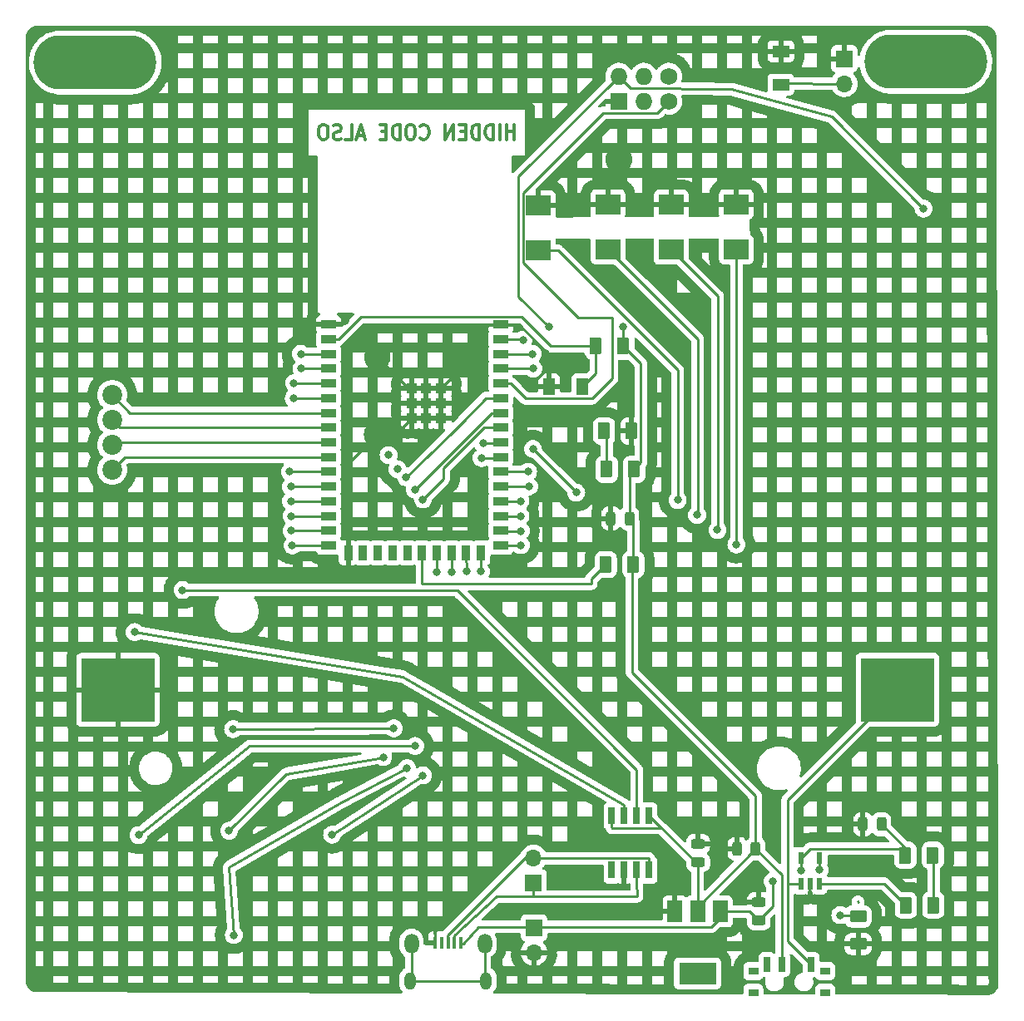
<source format=gbr>
%TF.GenerationSoftware,KiCad,Pcbnew,(6.0.0)*%
%TF.CreationDate,2021-12-30T12:50:52-06:00*%
%TF.ProjectId,ProspectBoards,50726f73-7065-4637-9442-6f617264732e,1.3*%
%TF.SameCoordinates,Original*%
%TF.FileFunction,Copper,L2,Bot*%
%TF.FilePolarity,Positive*%
%FSLAX46Y46*%
G04 Gerber Fmt 4.6, Leading zero omitted, Abs format (unit mm)*
G04 Created by KiCad (PCBNEW (6.0.0)) date 2021-12-30 12:50:52*
%MOMM*%
%LPD*%
G01*
G04 APERTURE LIST*
G04 Aperture macros list*
%AMRoundRect*
0 Rectangle with rounded corners*
0 $1 Rounding radius*
0 $2 $3 $4 $5 $6 $7 $8 $9 X,Y pos of 4 corners*
0 Add a 4 corners polygon primitive as box body*
4,1,4,$2,$3,$4,$5,$6,$7,$8,$9,$2,$3,0*
0 Add four circle primitives for the rounded corners*
1,1,$1+$1,$2,$3*
1,1,$1+$1,$4,$5*
1,1,$1+$1,$6,$7*
1,1,$1+$1,$8,$9*
0 Add four rect primitives between the rounded corners*
20,1,$1+$1,$2,$3,$4,$5,0*
20,1,$1+$1,$4,$5,$6,$7,0*
20,1,$1+$1,$6,$7,$8,$9,0*
20,1,$1+$1,$8,$9,$2,$3,0*%
G04 Aperture macros list end*
%ADD10C,0.300000*%
%TA.AperFunction,NonConductor*%
%ADD11C,0.300000*%
%TD*%
%TA.AperFunction,SMDPad,CuDef*%
%ADD12R,1.200000X1.700000*%
%TD*%
%TA.AperFunction,SMDPad,CuDef*%
%ADD13R,1.700000X1.200000*%
%TD*%
%TA.AperFunction,ComponentPad*%
%ADD14R,1.700000X1.700000*%
%TD*%
%TA.AperFunction,ComponentPad*%
%ADD15O,1.700000X1.700000*%
%TD*%
%TA.AperFunction,ComponentPad*%
%ADD16O,12.500000X5.500000*%
%TD*%
%TA.AperFunction,SMDPad,CuDef*%
%ADD17R,0.650000X1.750000*%
%TD*%
%TA.AperFunction,ComponentPad*%
%ADD18O,1.150000X1.800000*%
%TD*%
%TA.AperFunction,ComponentPad*%
%ADD19O,1.450000X2.000000*%
%TD*%
%TA.AperFunction,SMDPad,CuDef*%
%ADD20R,0.440000X1.300000*%
%TD*%
%TA.AperFunction,SMDPad,CuDef*%
%ADD21RoundRect,0.243750X0.243750X0.456250X-0.243750X0.456250X-0.243750X-0.456250X0.243750X-0.456250X0*%
%TD*%
%TA.AperFunction,ComponentPad*%
%ADD22C,1.727200*%
%TD*%
%TA.AperFunction,ComponentPad*%
%ADD23O,1.727200X1.727200*%
%TD*%
%TA.AperFunction,ComponentPad*%
%ADD24R,1.727200X1.727200*%
%TD*%
%TA.AperFunction,SMDPad,CuDef*%
%ADD25R,7.460000X6.470000*%
%TD*%
%TA.AperFunction,SMDPad,CuDef*%
%ADD26R,3.800000X2.200000*%
%TD*%
%TA.AperFunction,SMDPad,CuDef*%
%ADD27R,1.500000X2.200000*%
%TD*%
%TA.AperFunction,SMDPad,CuDef*%
%ADD28RoundRect,0.243750X0.456250X-0.243750X0.456250X0.243750X-0.456250X0.243750X-0.456250X-0.243750X0*%
%TD*%
%TA.AperFunction,SMDPad,CuDef*%
%ADD29R,2.500000X2.000000*%
%TD*%
%TA.AperFunction,SMDPad,CuDef*%
%ADD30R,1.100000X1.100000*%
%TD*%
%TA.AperFunction,SMDPad,CuDef*%
%ADD31R,1.500000X0.900000*%
%TD*%
%TA.AperFunction,SMDPad,CuDef*%
%ADD32R,0.900000X1.500000*%
%TD*%
%TA.AperFunction,SMDPad,CuDef*%
%ADD33R,0.600000X1.200000*%
%TD*%
%TA.AperFunction,SMDPad,CuDef*%
%ADD34R,1.000000X0.800000*%
%TD*%
%TA.AperFunction,SMDPad,CuDef*%
%ADD35R,0.700000X1.500000*%
%TD*%
%TA.AperFunction,SMDPad,CuDef*%
%ADD36RoundRect,0.250000X-0.375000X-0.625000X0.375000X-0.625000X0.375000X0.625000X-0.375000X0.625000X0*%
%TD*%
%TA.AperFunction,SMDPad,CuDef*%
%ADD37RoundRect,0.250000X0.375000X0.625000X-0.375000X0.625000X-0.375000X-0.625000X0.375000X-0.625000X0*%
%TD*%
%TA.AperFunction,SMDPad,CuDef*%
%ADD38RoundRect,0.250000X-0.625000X0.375000X-0.625000X-0.375000X0.625000X-0.375000X0.625000X0.375000X0*%
%TD*%
%TA.AperFunction,ComponentPad*%
%ADD39C,2.020000*%
%TD*%
%TA.AperFunction,ViaPad*%
%ADD40C,0.800000*%
%TD*%
%TA.AperFunction,Conductor*%
%ADD41C,0.250000*%
%TD*%
G04 APERTURE END LIST*
D10*
D11*
X122425000Y-58328571D02*
X122425000Y-56828571D01*
X122425000Y-57542857D02*
X121625000Y-57542857D01*
X121625000Y-58328571D02*
X121625000Y-56828571D01*
X120958333Y-58328571D02*
X120958333Y-56828571D01*
X120291666Y-58328571D02*
X120291666Y-56828571D01*
X119958333Y-56828571D01*
X119758333Y-56900000D01*
X119625000Y-57042857D01*
X119558333Y-57185714D01*
X119491666Y-57471428D01*
X119491666Y-57685714D01*
X119558333Y-57971428D01*
X119625000Y-58114285D01*
X119758333Y-58257142D01*
X119958333Y-58328571D01*
X120291666Y-58328571D01*
X118891666Y-58328571D02*
X118891666Y-56828571D01*
X118558333Y-56828571D01*
X118358333Y-56900000D01*
X118225000Y-57042857D01*
X118158333Y-57185714D01*
X118091666Y-57471428D01*
X118091666Y-57685714D01*
X118158333Y-57971428D01*
X118225000Y-58114285D01*
X118358333Y-58257142D01*
X118558333Y-58328571D01*
X118891666Y-58328571D01*
X117491666Y-57542857D02*
X117025000Y-57542857D01*
X116825000Y-58328571D02*
X117491666Y-58328571D01*
X117491666Y-56828571D01*
X116825000Y-56828571D01*
X116225000Y-58328571D02*
X116225000Y-56828571D01*
X115425000Y-58328571D01*
X115425000Y-56828571D01*
X112891666Y-58185714D02*
X112958333Y-58257142D01*
X113158333Y-58328571D01*
X113291666Y-58328571D01*
X113491666Y-58257142D01*
X113625000Y-58114285D01*
X113691666Y-57971428D01*
X113758333Y-57685714D01*
X113758333Y-57471428D01*
X113691666Y-57185714D01*
X113625000Y-57042857D01*
X113491666Y-56900000D01*
X113291666Y-56828571D01*
X113158333Y-56828571D01*
X112958333Y-56900000D01*
X112891666Y-56971428D01*
X112025000Y-56828571D02*
X111758333Y-56828571D01*
X111625000Y-56900000D01*
X111491666Y-57042857D01*
X111425000Y-57328571D01*
X111425000Y-57828571D01*
X111491666Y-58114285D01*
X111625000Y-58257142D01*
X111758333Y-58328571D01*
X112025000Y-58328571D01*
X112158333Y-58257142D01*
X112291666Y-58114285D01*
X112358333Y-57828571D01*
X112358333Y-57328571D01*
X112291666Y-57042857D01*
X112158333Y-56900000D01*
X112025000Y-56828571D01*
X110825000Y-58328571D02*
X110825000Y-56828571D01*
X110491666Y-56828571D01*
X110291666Y-56900000D01*
X110158333Y-57042857D01*
X110091666Y-57185714D01*
X110025000Y-57471428D01*
X110025000Y-57685714D01*
X110091666Y-57971428D01*
X110158333Y-58114285D01*
X110291666Y-58257142D01*
X110491666Y-58328571D01*
X110825000Y-58328571D01*
X109425000Y-57542857D02*
X108958333Y-57542857D01*
X108758333Y-58328571D02*
X109425000Y-58328571D01*
X109425000Y-56828571D01*
X108758333Y-56828571D01*
X107158333Y-57900000D02*
X106491666Y-57900000D01*
X107291666Y-58328571D02*
X106825000Y-56828571D01*
X106358333Y-58328571D01*
X105225000Y-58328571D02*
X105891666Y-58328571D01*
X105891666Y-56828571D01*
X104825000Y-58257142D02*
X104625000Y-58328571D01*
X104291666Y-58328571D01*
X104158333Y-58257142D01*
X104091666Y-58185714D01*
X104025000Y-58042857D01*
X104025000Y-57900000D01*
X104091666Y-57757142D01*
X104158333Y-57685714D01*
X104291666Y-57614285D01*
X104558333Y-57542857D01*
X104691666Y-57471428D01*
X104758333Y-57400000D01*
X104825000Y-57257142D01*
X104825000Y-57114285D01*
X104758333Y-56971428D01*
X104691666Y-56900000D01*
X104558333Y-56828571D01*
X104225000Y-56828571D01*
X104025000Y-56900000D01*
X103158333Y-56828571D02*
X102891666Y-56828571D01*
X102758333Y-56900000D01*
X102625000Y-57042857D01*
X102558333Y-57328571D01*
X102558333Y-57828571D01*
X102625000Y-58114285D01*
X102758333Y-58257142D01*
X102891666Y-58328571D01*
X103158333Y-58328571D01*
X103291666Y-58257142D01*
X103425000Y-58114285D01*
X103491666Y-57828571D01*
X103491666Y-57328571D01*
X103425000Y-57042857D01*
X103291666Y-56900000D01*
X103158333Y-56828571D01*
D12*
%TO.P,SW_Reset1,2*%
%TO.N,RESET*%
X129375000Y-83525000D03*
%TO.P,SW_Reset1,1*%
%TO.N,GND*%
X125975000Y-83525000D03*
%TD*%
D13*
%TO.P,SW1,2*%
%TO.N,GND*%
X149575000Y-49350000D03*
%TO.P,SW1,1*%
%TO.N,Boot*%
X149575000Y-52750000D03*
%TD*%
D14*
%TO.P,J1,1*%
%TO.N,GND*%
X156029660Y-50106580D03*
D15*
%TO.P,J1,2*%
%TO.N,Boot*%
X156029660Y-52646580D03*
%TD*%
D16*
%TO.P,REF\u002A\u002A,4*%
%TO.N,N/C*%
X164325000Y-50425000D03*
%TD*%
D17*
%TO.P,U3,8*%
%TO.N,VCC*%
X136180000Y-127225000D03*
%TO.P,U3,7*%
%TO.N,USB_RX_ESP_TX*%
X134910000Y-127225000D03*
%TO.P,U3,6*%
%TO.N,USB_TX_ESP_RX*%
X133640000Y-127225000D03*
%TO.P,U3,5*%
%TO.N,VCC*%
X132370000Y-127225000D03*
%TO.P,U3,4*%
%TO.N,Net-(U3-Pad4)*%
X132370000Y-132725000D03*
%TO.P,U3,3*%
%TO.N,GND*%
X133640000Y-132725000D03*
%TO.P,U3,2*%
%TO.N,D-*%
X134910000Y-132725000D03*
%TO.P,U3,1*%
%TO.N,D+*%
X136180000Y-132725000D03*
%TD*%
D14*
%TO.P,J5,1*%
%TO.N,VBUS*%
X124447300Y-138595100D03*
D15*
%TO.P,J5,2*%
%TO.N,GND*%
X124447300Y-141135100D03*
%TD*%
D14*
%TO.P,J4,1*%
%TO.N,D-*%
X124396500Y-134028180D03*
D15*
%TO.P,J4,2*%
%TO.N,D+*%
X124396500Y-131488180D03*
%TD*%
D16*
%TO.P,REF\u002A\u002A,4*%
%TO.N,N/C*%
X79786480Y-50497740D03*
%TD*%
D18*
%TO.P,J3,6*%
%TO.N,Net-(J3-Pad6)*%
X111825000Y-144000000D03*
X119575000Y-144000000D03*
D19*
X111975000Y-140200000D03*
X119425000Y-140200000D03*
D20*
%TO.P,J3,5*%
%TO.N,GND*%
X114400000Y-140150000D03*
%TO.P,J3,4*%
%TO.N,Net-(J3-Pad4)*%
X115050000Y-140150000D03*
%TO.P,J3,3*%
%TO.N,D+*%
X115700000Y-140150000D03*
%TO.P,J3,2*%
%TO.N,D-*%
X116350000Y-140150000D03*
%TO.P,J3,1*%
%TO.N,VBUS*%
X117000000Y-140150000D03*
%TD*%
D21*
%TO.P,C4,2*%
%TO.N,GND*%
X157937500Y-128075000D03*
%TO.P,C4,1*%
%TO.N,VBUS*%
X159812500Y-128075000D03*
%TD*%
D22*
%TO.P,X1,5*%
%TO.N,IO01*%
X138180200Y-51898400D03*
%TO.P,X1,6*%
%TO.N,IO02*%
X138180200Y-54438400D03*
D23*
%TO.P,X1,3*%
%TO.N,IO08*%
X135640200Y-51898400D03*
%TO.P,X1,4*%
%TO.N,IO09*%
X135640200Y-54438400D03*
%TO.P,X1,1*%
%TO.N,VCC*%
X133100200Y-51898400D03*
D24*
%TO.P,X1,2*%
%TO.N,GND*%
X133100200Y-54438400D03*
%TD*%
D25*
%TO.P,BT1,2*%
%TO.N,GND*%
X82105000Y-114375000D03*
%TO.P,BT1,1*%
%TO.N,Net-(BT1-Pad1)*%
X161445000Y-114375000D03*
%TD*%
D26*
%TO.P,U4,4*%
%TO.N,N/C*%
X141100000Y-143250000D03*
D27*
%TO.P,U4,1*%
%TO.N,GND*%
X138800000Y-136950000D03*
%TO.P,U4,2*%
%TO.N,VCC*%
X141100000Y-136950000D03*
%TO.P,U4,3*%
%TO.N,VBUS*%
X143400000Y-136950000D03*
%TD*%
D28*
%TO.P,C5,2*%
%TO.N,GND*%
X141160500Y-130063000D03*
%TO.P,C5,1*%
%TO.N,VCC*%
X141160500Y-131938000D03*
%TD*%
D29*
%TO.P,D4,1*%
%TO.N,GND*%
X131975000Y-64925000D03*
%TO.P,D4,2*%
%TO.N,IO11*%
X131975000Y-69525000D03*
%TD*%
D30*
%TO.P,U2,43*%
%TO.N,GND*%
X114990000Y-83675000D03*
X114990000Y-85225000D03*
X114990000Y-86725000D03*
X113490000Y-86725000D03*
X111990000Y-86725000D03*
X111990000Y-85225000D03*
X111990000Y-83675000D03*
X113490000Y-83675000D03*
X113490000Y-85225000D03*
D31*
%TO.P,U2,42*%
X103550000Y-77175000D03*
%TO.P,U2,41*%
%TO.N,RESET*%
X103550000Y-78675000D03*
%TO.P,U2,40*%
%TO.N,Net-(U2-Pad40)*%
X103550000Y-80175000D03*
%TO.P,U2,39*%
%TO.N,Net-(U2-Pad39)*%
X103550000Y-81675000D03*
%TO.P,U2,38*%
%TO.N,USB_TX_ESP_RX*%
X103550000Y-83175000D03*
%TO.P,U2,37*%
%TO.N,USB_RX_ESP_TX*%
X103550000Y-84675000D03*
%TO.P,U2,36*%
%TO.N,IO42*%
X103550000Y-86175000D03*
%TO.P,U2,35*%
%TO.N,IO41*%
X103550000Y-87675000D03*
%TO.P,U2,34*%
%TO.N,IO40*%
X103550000Y-89175000D03*
%TO.P,U2,33*%
%TO.N,IO39*%
X103550000Y-90675000D03*
%TO.P,U2,32*%
%TO.N,Net-(U2-Pad32)*%
X103550000Y-92175000D03*
%TO.P,U2,31*%
%TO.N,Net-(U2-Pad31)*%
X103550000Y-93675000D03*
%TO.P,U2,30*%
%TO.N,Net-(U2-Pad30)*%
X103550000Y-95175000D03*
%TO.P,U2,29*%
%TO.N,Net-(U2-Pad29)*%
X103550000Y-96675000D03*
%TO.P,U2,28*%
%TO.N,Net-(U2-Pad28)*%
X103550000Y-98175000D03*
%TO.P,U2,27*%
%TO.N,Net-(U2-Pad27)*%
X103550000Y-99675000D03*
D32*
%TO.P,U2,26*%
%TO.N,GND*%
X105550000Y-100425000D03*
%TO.P,U2,25*%
%TO.N,Net-(U2-Pad25)*%
X107050000Y-100425000D03*
%TO.P,U2,24*%
%TO.N,Net-(U2-Pad24)*%
X108550000Y-100425000D03*
%TO.P,U2,23*%
%TO.N,Net-(U2-Pad23)*%
X110050000Y-100425000D03*
%TO.P,U2,22*%
%TO.N,Net-(U2-Pad22)*%
X111550000Y-100425000D03*
%TO.P,U2,21*%
%TO.N,Net-(R5-Pad1)*%
X113050000Y-100425000D03*
%TO.P,U2,20*%
%TO.N,Net-(U2-Pad20)*%
X114550000Y-100425000D03*
%TO.P,U2,19*%
%TO.N,Net-(U2-Pad19)*%
X116050000Y-100425000D03*
%TO.P,U2,18*%
%TO.N,Net-(U2-Pad18)*%
X117550000Y-100425000D03*
%TO.P,U2,17*%
%TO.N,IO14*%
X119050000Y-100425000D03*
D31*
%TO.P,U2,1*%
%TO.N,GND*%
X121050000Y-77175000D03*
%TO.P,U2,2*%
%TO.N,VCC*%
X121050000Y-78675000D03*
%TO.P,U2,3*%
%TO.N,Boot*%
X121050000Y-80175000D03*
%TO.P,U2,4*%
%TO.N,IO01*%
X121050000Y-81675000D03*
%TO.P,U2,5*%
%TO.N,IO02*%
X121050000Y-83175000D03*
%TO.P,U2,6*%
%TO.N,IO03*%
X121050000Y-84675000D03*
%TO.P,U2,7*%
%TO.N,IO04*%
X121050000Y-86175000D03*
%TO.P,U2,8*%
%TO.N,IO05*%
X121050000Y-87675000D03*
%TO.P,U2,9*%
%TO.N,IO06*%
X121050000Y-89175000D03*
%TO.P,U2,10*%
%TO.N,IO07*%
X121050000Y-90675000D03*
%TO.P,U2,11*%
%TO.N,IO08*%
X121050000Y-92175000D03*
%TO.P,U2,12*%
%TO.N,IO09*%
X121050000Y-93675000D03*
%TO.P,U2,13*%
%TO.N,IO10*%
X121050000Y-95175000D03*
%TO.P,U2,14*%
%TO.N,IO11*%
X121050000Y-96675000D03*
%TO.P,U2,15*%
%TO.N,IO12*%
X121050000Y-98175000D03*
%TO.P,U2,16*%
%TO.N,IO13*%
X121050000Y-99675000D03*
%TD*%
D33*
%TO.P,U1,5*%
%TO.N,Net-(R2-Pad1)*%
X153500000Y-131500000D03*
%TO.P,U1,4*%
%TO.N,VBUS*%
X151600000Y-131500000D03*
%TO.P,U1,1*%
%TO.N,Net-(R3-Pad2)*%
X153500000Y-134100000D03*
%TO.P,U1,3*%
%TO.N,Net-(BT1-Pad1)*%
X151600000Y-134100000D03*
%TO.P,U1,2*%
%TO.N,GND*%
X152550000Y-134100000D03*
%TD*%
D34*
%TO.P,SW6,*%
%TO.N,*%
X154075000Y-143020000D03*
X146775000Y-143020000D03*
X146775000Y-145230000D03*
X154075000Y-145230000D03*
D35*
%TO.P,SW6,3*%
%TO.N,Net-(SW6-Pad3)*%
X148175000Y-142370000D03*
%TO.P,SW6,2*%
%TO.N,VCC*%
X149675000Y-142370000D03*
%TO.P,SW6,1*%
%TO.N,Net-(BT1-Pad1)*%
X152675000Y-142370000D03*
%TD*%
D36*
%TO.P,R5,2*%
%TO.N,VCC*%
X134550000Y-101625000D03*
%TO.P,R5,1*%
%TO.N,Net-(R5-Pad1)*%
X131750000Y-101625000D03*
%TD*%
D37*
%TO.P,R4,2*%
%TO.N,RESET*%
X130750000Y-79375000D03*
%TO.P,R4,1*%
%TO.N,VCC*%
X133550000Y-79375000D03*
%TD*%
%TO.P,R3,2*%
%TO.N,Net-(R3-Pad2)*%
X162300000Y-136325000D03*
%TO.P,R3,1*%
%TO.N,Net-(D2-Pad1)*%
X165100000Y-136325000D03*
%TD*%
D38*
%TO.P,R2,2*%
%TO.N,GND*%
X157450000Y-140250000D03*
%TO.P,R2,1*%
%TO.N,Net-(R2-Pad1)*%
X157450000Y-137450000D03*
%TD*%
D37*
%TO.P,R1,2*%
%TO.N,Net-(D1-Pad2)*%
X131850000Y-91925000D03*
%TO.P,R1,1*%
%TO.N,VCC*%
X134650000Y-91925000D03*
%TD*%
D39*
%TO.P,J2,4*%
%TO.N,IO39*%
X81525000Y-91970000D03*
%TO.P,J2,3*%
%TO.N,IO40*%
X81525000Y-89430000D03*
%TO.P,J2,2*%
%TO.N,IO41*%
X81525000Y-86890000D03*
%TO.P,J2,1*%
%TO.N,IO42*%
X81525000Y-84350000D03*
%TD*%
D29*
%TO.P,D6,1*%
%TO.N,GND*%
X145050000Y-64925000D03*
%TO.P,D6,2*%
%TO.N,IO13*%
X145050000Y-69525000D03*
%TD*%
%TO.P,D5,1*%
%TO.N,GND*%
X138425000Y-64975000D03*
%TO.P,D5,2*%
%TO.N,IO12*%
X138425000Y-69575000D03*
%TD*%
%TO.P,D3,1*%
%TO.N,GND*%
X124900000Y-65025000D03*
%TO.P,D3,2*%
%TO.N,IO10*%
X124900000Y-69625000D03*
%TD*%
D37*
%TO.P,D2,2*%
%TO.N,VBUS*%
X162250000Y-131225000D03*
%TO.P,D2,1*%
%TO.N,Net-(D2-Pad1)*%
X165050000Y-131225000D03*
%TD*%
%TO.P,D1,2*%
%TO.N,Net-(D1-Pad2)*%
X131575000Y-88025000D03*
%TO.P,D1,1*%
%TO.N,GND*%
X134375000Y-88025000D03*
%TD*%
D28*
%TO.P,C3,2*%
%TO.N,GND*%
X147325000Y-135987500D03*
%TO.P,C3,1*%
%TO.N,VBUS*%
X147325000Y-137862500D03*
%TD*%
D21*
%TO.P,C2,2*%
%TO.N,GND*%
X145137500Y-130575000D03*
%TO.P,C2,1*%
%TO.N,VCC*%
X147012500Y-130575000D03*
%TD*%
%TO.P,C1,2*%
%TO.N,GND*%
X132287500Y-96925000D03*
%TO.P,C1,1*%
%TO.N,VCC*%
X134162500Y-96925000D03*
%TD*%
D40*
%TO.N,GND*%
X105200000Y-76800000D03*
X108500000Y-80525000D03*
X116575000Y-80500000D03*
X108475000Y-88375000D03*
X133100200Y-60374800D03*
X124150000Y-83350000D03*
X124025000Y-85825000D03*
X125675000Y-80100000D03*
X143177260Y-132344160D03*
X146100800Y-133497320D03*
X129740660Y-133281420D03*
X129725420Y-129702560D03*
%TO.N,VCC*%
X133550000Y-77400000D03*
X123375000Y-78725000D03*
X125950000Y-77400000D03*
X164100000Y-65375000D03*
%TO.N,VBUS*%
X148750000Y-133875000D03*
X151600000Y-132750000D03*
%TO.N,IO10*%
X139075000Y-95050000D03*
X123075000Y-95150004D03*
%TO.N,IO11*%
X141050000Y-96575000D03*
X123075000Y-96675000D03*
%TO.N,IO12*%
X143125000Y-98100000D03*
X123100000Y-98200000D03*
%TO.N,IO13*%
X145050000Y-99575000D03*
X123124991Y-99650009D03*
%TO.N,Boot*%
X124300000Y-80175000D03*
X124350000Y-89850000D03*
X128750000Y-94300000D03*
%TO.N,Net-(R2-Pad1)*%
X153500000Y-132725000D03*
X155625000Y-137325000D03*
%TO.N,IO01*%
X124375000Y-81675000D03*
%TO.N,IO03*%
X111450000Y-92750000D03*
X93900000Y-139350000D03*
X111525000Y-122350000D03*
%TO.N,IO04*%
X112350000Y-94000000D03*
X112350000Y-120100000D03*
X84200000Y-129175000D03*
%TO.N,IO05*%
X113150000Y-95000000D03*
X113150000Y-123100000D03*
X103900000Y-129125000D03*
%TO.N,IO14*%
X119047260Y-102341680D03*
%TO.N,IO06*%
X119250000Y-89300000D03*
X109650000Y-90475000D03*
X93425000Y-128725000D03*
X109100000Y-121225000D03*
%TO.N,IO07*%
X119125000Y-90775000D03*
X110575000Y-91925000D03*
X93825000Y-118375000D03*
X110175000Y-118300000D03*
%TO.N,IO08*%
X123850000Y-92175000D03*
%TO.N,IO09*%
X123950000Y-93675000D03*
%TO.N,USB_TX_ESP_RX*%
X83800000Y-108500000D03*
X100025000Y-83150000D03*
%TO.N,USB_RX_ESP_TX*%
X88675000Y-104225000D03*
X99994720Y-84683600D03*
%TO.N,Net-(U2-Pad40)*%
X100725000Y-80175000D03*
%TO.N,Net-(U2-Pad39)*%
X100775000Y-81675000D03*
%TO.N,Net-(U2-Pad32)*%
X99600000Y-92175000D03*
%TO.N,Net-(U2-Pad31)*%
X99700000Y-93675000D03*
%TO.N,Net-(U2-Pad30)*%
X99725000Y-95175000D03*
%TO.N,Net-(U2-Pad29)*%
X99775000Y-96675000D03*
%TO.N,Net-(U2-Pad28)*%
X99775000Y-98175000D03*
%TO.N,Net-(U2-Pad27)*%
X99850000Y-99675000D03*
%TO.N,Net-(U2-Pad20)*%
X114554000Y-102420420D03*
%TO.N,Net-(U2-Pad19)*%
X116052600Y-102372160D03*
%TO.N,Net-(U2-Pad18)*%
X117558820Y-102341680D03*
%TD*%
D41*
%TO.N,*%
X157450000Y-135975000D02*
X157425000Y-135950000D01*
%TO.N,GND*%
X104825000Y-77175000D02*
X105200000Y-76800000D01*
X103550000Y-77175000D02*
X104825000Y-77175000D01*
X111990000Y-83675000D02*
X114990000Y-83675000D01*
X114990000Y-85225000D02*
X111990000Y-85225000D01*
X111990000Y-86725000D02*
X114990000Y-86725000D01*
X113490000Y-86725000D02*
X113490000Y-83675000D01*
X111650000Y-83675000D02*
X111990000Y-83675000D01*
X108500000Y-80525000D02*
X111650000Y-83675000D01*
X116575000Y-82090000D02*
X114990000Y-83675000D01*
X116575000Y-80500000D02*
X116575000Y-82090000D01*
X119900000Y-77175000D02*
X121050000Y-77175000D01*
X116575000Y-80500000D02*
X119900000Y-77175000D01*
X110340000Y-88375000D02*
X111990000Y-86725000D01*
X108475000Y-88375000D02*
X110340000Y-88375000D01*
X105550000Y-91300000D02*
X108475000Y-88375000D01*
X105550000Y-100425000D02*
X105550000Y-91300000D01*
X124150000Y-83350000D02*
X125675000Y-81825000D01*
X125675000Y-81825000D02*
X125675000Y-80125000D01*
X125675000Y-79951998D02*
X125675000Y-80100000D01*
X122898002Y-77175000D02*
X125675000Y-79951998D01*
X121050000Y-77175000D02*
X122898002Y-77175000D01*
X114400000Y-140150000D02*
X114400000Y-139031040D01*
%TO.N,Net-(BT1-Pad1)*%
X161500000Y-114675000D02*
X161400000Y-114775000D01*
X161425000Y-114600000D02*
X161500000Y-114675000D01*
X150275000Y-125545000D02*
X161445000Y-114375000D01*
X152675000Y-142370000D02*
X150275000Y-139970000D01*
X150300000Y-134100000D02*
X150275000Y-134125000D01*
X151600000Y-134100000D02*
X150300000Y-134100000D01*
X150275000Y-134125000D02*
X150275000Y-125545000D01*
X150275000Y-139970000D02*
X150275000Y-134125000D01*
%TO.N,VCC*%
X149675000Y-133237500D02*
X147012500Y-130575000D01*
X149675000Y-142370000D02*
X149675000Y-133237500D01*
X134550000Y-97312500D02*
X134162500Y-96925000D01*
X134550000Y-101625000D02*
X134550000Y-97312500D01*
X134162500Y-92412500D02*
X134650000Y-91925000D01*
X134162500Y-96925000D02*
X134162500Y-92412500D01*
X135325010Y-81150010D02*
X133550000Y-79375000D01*
X135325010Y-91249990D02*
X135325010Y-81150010D01*
X134650000Y-91925000D02*
X135325010Y-91249990D01*
X133550000Y-79375000D02*
X133550000Y-77400000D01*
X133550000Y-77400000D02*
X133550000Y-77400000D01*
X123325000Y-78675000D02*
X123375000Y-78725000D01*
X121050000Y-78675000D02*
X123325000Y-78675000D01*
X141100000Y-136487500D02*
X141100000Y-136950000D01*
X147012500Y-130575000D02*
X141100000Y-136487500D01*
X141100000Y-132145000D02*
X136180000Y-127225000D01*
X141100000Y-136950000D02*
X141100000Y-132145000D01*
X147012500Y-130575000D02*
X147012500Y-125177498D01*
X147012500Y-125177498D02*
X134425000Y-112589998D01*
X134425000Y-112589998D02*
X134425000Y-101700000D01*
X122874990Y-62123610D02*
X122874990Y-74324990D01*
X133100200Y-51898400D02*
X122874990Y-62123610D01*
X122874990Y-74324990D02*
X125950000Y-77400000D01*
X137396220Y-128442720D02*
X136180000Y-127225000D01*
X135495001Y-128425001D02*
X137396220Y-128442720D01*
X132375001Y-128425001D02*
X135495001Y-128425001D01*
X132370000Y-128420000D02*
X132375001Y-128425001D01*
X132370000Y-127225000D02*
X132370000Y-128420000D01*
X154731079Y-56006079D02*
X164100000Y-65375000D01*
X144525000Y-53200000D02*
X154731079Y-56006079D01*
X134288801Y-53087001D02*
X144525000Y-53200000D01*
X133100200Y-51898400D02*
X134288801Y-53087001D01*
%TO.N,VBUS*%
X152525001Y-130574999D02*
X151600000Y-131500000D01*
X161599999Y-130574999D02*
X152525001Y-130574999D01*
X162250000Y-131225000D02*
X161599999Y-130574999D01*
X146412500Y-136950000D02*
X147325000Y-137862500D01*
X143400000Y-136950000D02*
X146412500Y-136950000D01*
X147325000Y-137862500D02*
X148750000Y-136437500D01*
X148750000Y-136437500D02*
X148750000Y-133875000D01*
X151600000Y-132750000D02*
X151600000Y-131500000D01*
X162250000Y-130512500D02*
X159812500Y-128075000D01*
X162250000Y-131225000D02*
X162250000Y-130512500D01*
X142475000Y-138500000D02*
X143300000Y-137675000D01*
X118775000Y-138500000D02*
X142475000Y-138500000D01*
X117225001Y-140199999D02*
X118775000Y-138500000D01*
X117214999Y-140199999D02*
X117225001Y-140199999D01*
X117149999Y-140264999D02*
X117214999Y-140199999D01*
%TO.N,D+*%
X136180000Y-131600000D02*
X136104999Y-131524999D01*
X136180000Y-132725000D02*
X136180000Y-131600000D01*
X115650000Y-139389998D02*
X115650000Y-139675000D01*
X123514998Y-131525000D02*
X115650000Y-139389998D01*
X124050000Y-131525000D02*
X123514998Y-131525000D01*
X136104999Y-131524999D02*
X123775000Y-131525000D01*
%TO.N,D-*%
X116354321Y-139616719D02*
X116357400Y-139397740D01*
X134910000Y-133850000D02*
X134910000Y-132725000D01*
X134940040Y-135417560D02*
X134910000Y-133850000D01*
X116357400Y-139392660D02*
X120622060Y-135448040D01*
X124358067Y-134066613D02*
X124396500Y-134028180D01*
X124358067Y-135440087D02*
X124358067Y-134066613D01*
X120622060Y-135448040D02*
X124358067Y-135440087D01*
X124358067Y-135440087D02*
X134940040Y-135417560D01*
%TO.N,Net-(D1-Pad2)*%
X131850000Y-88300000D02*
X131575000Y-88025000D01*
X131850000Y-91925000D02*
X131850000Y-88300000D01*
%TO.N,Net-(D2-Pad1)*%
X165100000Y-131275000D02*
X165050000Y-131225000D01*
X165100000Y-136325000D02*
X165100000Y-131275000D01*
%TO.N,IO10*%
X121074996Y-95150004D02*
X121050000Y-95175000D01*
X123075000Y-95150004D02*
X121074996Y-95150004D01*
X139075000Y-81851998D02*
X139075000Y-95050000D01*
X126873002Y-69650000D02*
X139075000Y-81851998D01*
X124925000Y-69650000D02*
X126873002Y-69650000D01*
X124900000Y-69625000D02*
X124925000Y-69650000D01*
%TO.N,IO11*%
X123075000Y-96675000D02*
X121050000Y-96675000D01*
X141100000Y-78650000D02*
X131975000Y-69525000D01*
X141100000Y-96525000D02*
X141100000Y-78650000D01*
%TO.N,IO12*%
X121075000Y-98200000D02*
X121050000Y-98175000D01*
X123100000Y-98200000D02*
X121075000Y-98200000D01*
X143150000Y-74300000D02*
X138425000Y-69575000D01*
X143150000Y-98125000D02*
X143150000Y-74300000D01*
%TO.N,IO13*%
X145050000Y-69525000D02*
X145050000Y-99575000D01*
X121050000Y-99675000D02*
X123100000Y-99675000D01*
X123100000Y-99675000D02*
X123124991Y-99650009D01*
%TO.N,Boot*%
X121050000Y-80175000D02*
X124300000Y-80175000D01*
X128750000Y-94250000D02*
X128750000Y-94300000D01*
X124350000Y-89850000D02*
X128750000Y-94250000D01*
X156029660Y-52646580D02*
X149575000Y-52625000D01*
%TO.N,IO39*%
X82820000Y-90675000D02*
X81525000Y-91970000D01*
X103550000Y-90675000D02*
X82820000Y-90675000D01*
%TO.N,IO40*%
X81780000Y-89175000D02*
X81525000Y-89430000D01*
X103550000Y-89175000D02*
X81780000Y-89175000D01*
%TO.N,IO41*%
X82310000Y-87675000D02*
X81525000Y-86890000D01*
X103550000Y-87675000D02*
X82310000Y-87675000D01*
%TO.N,IO42*%
X103550000Y-86175000D02*
X103500000Y-86225000D01*
X83350000Y-86175000D02*
X81525000Y-84350000D01*
X103550000Y-86175000D02*
X83350000Y-86175000D01*
%TO.N,Net-(R2-Pad1)*%
X153500000Y-131500000D02*
X153500000Y-132725000D01*
X157325000Y-137325000D02*
X157450000Y-137450000D01*
X155625000Y-137325000D02*
X157325000Y-137325000D01*
%TO.N,Net-(R3-Pad2)*%
X160075000Y-134100000D02*
X162300000Y-136325000D01*
X153500000Y-134100000D02*
X160075000Y-134100000D01*
%TO.N,Net-(R5-Pad1)*%
X113063020Y-103581200D02*
X130294380Y-103581200D01*
X113050000Y-101425000D02*
X113063020Y-103581200D01*
X113050000Y-100425000D02*
X113050000Y-101425000D01*
X130294380Y-103080620D02*
X131750000Y-101625000D01*
X130294380Y-103581200D02*
X130294380Y-103080620D01*
%TO.N,IO01*%
X121050000Y-81675000D02*
X124375000Y-81675000D01*
%TO.N,IO02*%
X130375000Y-84700000D02*
X132389999Y-82685001D01*
X123575001Y-84700001D02*
X130375000Y-84700000D01*
X122050000Y-83175000D02*
X123575001Y-84700001D01*
X121050000Y-83175000D02*
X122050000Y-83175000D01*
X136991599Y-55627001D02*
X138180200Y-54438400D01*
X131462997Y-55627001D02*
X136991599Y-55627001D01*
X123324999Y-63764999D02*
X131462997Y-55627001D01*
X123324999Y-70885001D02*
X123324999Y-63764999D01*
X128914998Y-76475000D02*
X123324999Y-70885001D01*
X132375000Y-76475000D02*
X128914998Y-76475000D01*
X132400000Y-82675000D02*
X132375000Y-76475000D01*
%TO.N,IO03*%
X111450000Y-92750000D02*
X111450000Y-92750000D01*
X116150000Y-88150000D02*
X111450000Y-92750000D01*
X117175000Y-87125000D02*
X116150000Y-88150000D01*
X119550000Y-84675000D02*
X117175000Y-87125000D01*
X121050000Y-84675000D02*
X119550000Y-84675000D01*
X93425000Y-132450000D02*
X93900000Y-139350000D01*
X104775000Y-125850000D02*
X93425000Y-132450000D01*
X111525000Y-122350000D02*
X104775000Y-125850000D01*
%TO.N,IO04*%
X120175000Y-86175000D02*
X112350000Y-94000000D01*
X121050000Y-86175000D02*
X120175000Y-86175000D01*
X112350000Y-94000000D02*
X112350000Y-94000000D01*
X95525000Y-120100000D02*
X84200000Y-129175000D01*
X112350000Y-120100000D02*
X95525000Y-120100000D01*
%TO.N,IO05*%
X115250000Y-91811410D02*
X115250000Y-92900000D01*
X115250000Y-92900000D02*
X113150000Y-95000000D01*
X119386410Y-87675000D02*
X115250000Y-91811410D01*
X121050000Y-87675000D02*
X119386410Y-87675000D01*
X113150000Y-95000000D02*
X113150000Y-95000000D01*
X103900000Y-129125000D02*
X113150000Y-123100000D01*
%TO.N,IO14*%
X119050000Y-100425000D02*
X119047260Y-102341680D01*
%TO.N,IO06*%
X109650000Y-90475000D02*
X109650000Y-90475000D01*
X120925000Y-89300000D02*
X121050000Y-89175000D01*
X119250000Y-89300000D02*
X120925000Y-89300000D01*
X99225000Y-122950000D02*
X93425000Y-128725000D01*
X109100000Y-121225000D02*
X99225643Y-122949357D01*
%TO.N,IO07*%
X110575000Y-91925000D02*
X110575000Y-91925000D01*
X120950000Y-90775000D02*
X121050000Y-90675000D01*
X119125000Y-90775000D02*
X120950000Y-90775000D01*
X93825000Y-118375000D02*
X110175000Y-118300000D01*
%TO.N,IO08*%
X121050000Y-92175000D02*
X123850000Y-92175000D01*
%TO.N,IO09*%
X121050000Y-93675000D02*
X123950000Y-93675000D01*
%TO.N,Net-(U2-Pad23)*%
X110125000Y-100500000D02*
X110050000Y-100425000D01*
%TO.N,RESET*%
X123213590Y-76400000D02*
X106825000Y-76400000D01*
X130750000Y-79375000D02*
X126188590Y-79375000D01*
X126188590Y-79375000D02*
X123213590Y-76400000D01*
X106825000Y-76400000D02*
X104550000Y-78675000D01*
X104550000Y-78675000D02*
X103550000Y-78675000D01*
X130750000Y-82150000D02*
X129375000Y-83525000D01*
X130750000Y-79375000D02*
X130750000Y-82150000D01*
%TO.N,USB_TX_ESP_RX*%
X103525000Y-83200000D02*
X103550000Y-83175000D01*
X83800000Y-108500000D02*
X83800000Y-108500000D01*
X103525000Y-83150000D02*
X103550000Y-83175000D01*
X100025000Y-83150000D02*
X103525000Y-83150000D01*
X111075000Y-113025000D02*
X83800000Y-108500000D01*
X133640000Y-126100000D02*
X111075000Y-113025000D01*
X133640000Y-127225000D02*
X133640000Y-126100000D01*
%TO.N,USB_RX_ESP_TX*%
X134910000Y-122510000D02*
X116625000Y-104225000D01*
X134910000Y-127225000D02*
X134910000Y-122510000D01*
X116625000Y-104225000D02*
X88675000Y-104225000D01*
X88675000Y-104225000D02*
X88500000Y-104225000D01*
X103525000Y-84700000D02*
X103550000Y-84675000D01*
X99994720Y-84683600D02*
X103525000Y-84700000D01*
%TO.N,Net-(J3-Pad6)*%
X111975000Y-143850000D02*
X111825000Y-144000000D01*
X111975000Y-140200000D02*
X111975000Y-143850000D01*
X119425000Y-143850000D02*
X119575000Y-144000000D01*
X119425000Y-140200000D02*
X119425000Y-143850000D01*
X119575000Y-144000000D02*
X111825000Y-144000000D01*
%TO.N,Net-(U2-Pad40)*%
X103550000Y-80175000D02*
X100725000Y-80175000D01*
%TO.N,Net-(U2-Pad39)*%
X103550000Y-81675000D02*
X100775000Y-81675000D01*
%TO.N,Net-(U2-Pad32)*%
X103550000Y-92175000D02*
X99600000Y-92175000D01*
%TO.N,Net-(U2-Pad31)*%
X103550000Y-93675000D02*
X99700000Y-93675000D01*
%TO.N,Net-(U2-Pad30)*%
X103550000Y-95175000D02*
X99725000Y-95175000D01*
%TO.N,Net-(U2-Pad29)*%
X103550000Y-96675000D02*
X99775000Y-96675000D01*
%TO.N,Net-(U2-Pad28)*%
X103550000Y-98175000D02*
X99775000Y-98175000D01*
%TO.N,Net-(U2-Pad27)*%
X103550000Y-99675000D02*
X99850000Y-99675000D01*
%TO.N,Net-(U2-Pad20)*%
X114550000Y-100425000D02*
X114554000Y-102420420D01*
%TO.N,Net-(U2-Pad19)*%
X116050000Y-100425000D02*
X116052600Y-102372160D01*
%TO.N,Net-(U2-Pad18)*%
X117550000Y-100425000D02*
X117558820Y-102341680D01*
%TD*%
%TA.AperFunction,Conductor*%
%TO.N,GND*%
G36*
X170320190Y-46743947D02*
G01*
X170325428Y-46744762D01*
X170334858Y-46746231D01*
X170334860Y-46746231D01*
X170343730Y-46747612D01*
X170356510Y-46745941D01*
X170383715Y-46745347D01*
X170540626Y-46758941D01*
X170562045Y-46762681D01*
X170736438Y-46808934D01*
X170756897Y-46816303D01*
X170920738Y-46891860D01*
X170939626Y-46902638D01*
X171088026Y-47005244D01*
X171104782Y-47019111D01*
X171233325Y-47145709D01*
X171247446Y-47162252D01*
X171352303Y-47309073D01*
X171363370Y-47327799D01*
X171441413Y-47490465D01*
X171449093Y-47510813D01*
X171487490Y-47647159D01*
X171492208Y-47680985D01*
X171625495Y-99236511D01*
X171741872Y-144251166D01*
X171740372Y-144270876D01*
X171738195Y-144284855D01*
X171738195Y-144284862D01*
X171736814Y-144293730D01*
X171738485Y-144306510D01*
X171739079Y-144333715D01*
X171727633Y-144465829D01*
X171725485Y-144490624D01*
X171721745Y-144512045D01*
X171675493Y-144686434D01*
X171668123Y-144706897D01*
X171596142Y-144862985D01*
X171592568Y-144870734D01*
X171581789Y-144889625D01*
X171569304Y-144907682D01*
X171479182Y-145038026D01*
X171465315Y-145054782D01*
X171338717Y-145183325D01*
X171322174Y-145197446D01*
X171175353Y-145302303D01*
X171156627Y-145313370D01*
X170993961Y-145391413D01*
X170973613Y-145399094D01*
X170838448Y-145437157D01*
X170804102Y-145441874D01*
X162319287Y-145428637D01*
X155209303Y-145417545D01*
X155141214Y-145397437D01*
X155094805Y-145343708D01*
X155083500Y-145291545D01*
X155083500Y-144781866D01*
X155076745Y-144719684D01*
X155025615Y-144583295D01*
X154938261Y-144466739D01*
X154883644Y-144425806D01*
X169480027Y-144425806D01*
X170655341Y-144427640D01*
X170670251Y-144416991D01*
X170688879Y-144398078D01*
X170703983Y-144376232D01*
X170715103Y-144352119D01*
X170721909Y-144326458D01*
X170724013Y-144302175D01*
X170723944Y-144299229D01*
X170724380Y-144263506D01*
X170724808Y-144254557D01*
X170727785Y-144218914D01*
X170725964Y-143514447D01*
X169480027Y-143514447D01*
X169480027Y-144425806D01*
X154883644Y-144425806D01*
X154878358Y-144421844D01*
X166940027Y-144421844D01*
X168466027Y-144424224D01*
X168466027Y-143514447D01*
X166940027Y-143514447D01*
X166940027Y-144421844D01*
X154878358Y-144421844D01*
X154873070Y-144417881D01*
X164400027Y-144417881D01*
X165926027Y-144420262D01*
X165926027Y-143514447D01*
X164400027Y-143514447D01*
X164400027Y-144417881D01*
X154873070Y-144417881D01*
X154867784Y-144413919D01*
X161860027Y-144413919D01*
X163386027Y-144416299D01*
X163386027Y-143514447D01*
X161860027Y-143514447D01*
X161860027Y-144413919D01*
X154867784Y-144413919D01*
X154862496Y-144409956D01*
X159320027Y-144409956D01*
X160846027Y-144412337D01*
X160846027Y-143514447D01*
X159320027Y-143514447D01*
X159320027Y-144409956D01*
X154862496Y-144409956D01*
X154857208Y-144405993D01*
X156780027Y-144405993D01*
X158306027Y-144408374D01*
X158306027Y-143514447D01*
X156780027Y-143514447D01*
X156780027Y-144405993D01*
X154857208Y-144405993D01*
X154821705Y-144379385D01*
X154685316Y-144328255D01*
X154623134Y-144321500D01*
X153526866Y-144321500D01*
X153464684Y-144328255D01*
X153328295Y-144379385D01*
X153211739Y-144466739D01*
X153124385Y-144583295D01*
X153073255Y-144719684D01*
X153066500Y-144781866D01*
X153066500Y-145285442D01*
X153046498Y-145353563D01*
X152992842Y-145400056D01*
X152940135Y-145411441D01*
X151437469Y-145407090D01*
X147909134Y-145396873D01*
X147841073Y-145376674D01*
X147794735Y-145322884D01*
X147783500Y-145270874D01*
X147783500Y-144781866D01*
X147776745Y-144719684D01*
X147725615Y-144583295D01*
X147638261Y-144466739D01*
X147521705Y-144379385D01*
X147385316Y-144328255D01*
X147323134Y-144321500D01*
X146226866Y-144321500D01*
X146164684Y-144328255D01*
X146028295Y-144379385D01*
X145911739Y-144466739D01*
X145824385Y-144583295D01*
X145773255Y-144719684D01*
X145766500Y-144781866D01*
X145766500Y-145264304D01*
X145746498Y-145332425D01*
X145692842Y-145378918D01*
X145640135Y-145390303D01*
X139092740Y-145371344D01*
X120419731Y-145317275D01*
X120351670Y-145297076D01*
X120305332Y-145243286D01*
X120295432Y-145172983D01*
X120329079Y-145104146D01*
X120425020Y-145003924D01*
X120425024Y-145003919D01*
X120429173Y-144999585D01*
X120449990Y-144967346D01*
X120538068Y-144830935D01*
X120541323Y-144825894D01*
X120550241Y-144803767D01*
X120616362Y-144639699D01*
X120616363Y-144639696D01*
X120618606Y-144634130D01*
X120639949Y-144524840D01*
X120657365Y-144435658D01*
X120657365Y-144435655D01*
X120658233Y-144431212D01*
X120658500Y-144425753D01*
X120658500Y-144398134D01*
X138691500Y-144398134D01*
X138698255Y-144460316D01*
X138749385Y-144596705D01*
X138836739Y-144713261D01*
X138953295Y-144800615D01*
X139089684Y-144851745D01*
X139151866Y-144858500D01*
X143048134Y-144858500D01*
X143110316Y-144851745D01*
X143246705Y-144800615D01*
X143363261Y-144713261D01*
X143450615Y-144596705D01*
X143501745Y-144460316D01*
X143508500Y-144398134D01*
X143508500Y-142101866D01*
X143501745Y-142039684D01*
X143450615Y-141903295D01*
X143363261Y-141786739D01*
X143246705Y-141699385D01*
X143110316Y-141648255D01*
X143048134Y-141641500D01*
X139151866Y-141641500D01*
X139089684Y-141648255D01*
X138953295Y-141699385D01*
X138836739Y-141786739D01*
X138749385Y-141903295D01*
X138698255Y-142039684D01*
X138691500Y-142101866D01*
X138691500Y-144398134D01*
X120658500Y-144398134D01*
X120658500Y-144349718D01*
X136460027Y-144349718D01*
X137677500Y-144353243D01*
X137677500Y-143514447D01*
X136460027Y-143514447D01*
X136460027Y-144349718D01*
X120658500Y-144349718D01*
X120658500Y-144342363D01*
X133920027Y-144342363D01*
X135446027Y-144346782D01*
X135446027Y-143514447D01*
X133920027Y-143514447D01*
X133920027Y-144342363D01*
X120658500Y-144342363D01*
X120658500Y-144335009D01*
X131380027Y-144335009D01*
X132906027Y-144339427D01*
X132906027Y-143514447D01*
X131380027Y-143514447D01*
X131380027Y-144335009D01*
X120658500Y-144335009D01*
X120658500Y-144327654D01*
X128840027Y-144327654D01*
X130366027Y-144332072D01*
X130366027Y-143514447D01*
X128840027Y-143514447D01*
X128840027Y-144327654D01*
X120658500Y-144327654D01*
X120658500Y-144320299D01*
X126300027Y-144320299D01*
X127826027Y-144324717D01*
X127826027Y-143514447D01*
X126300027Y-143514447D01*
X126300027Y-144320299D01*
X120658500Y-144320299D01*
X120658500Y-144312944D01*
X123760027Y-144312944D01*
X125286027Y-144317362D01*
X125286027Y-143514447D01*
X123760027Y-143514447D01*
X123760027Y-144312944D01*
X120658500Y-144312944D01*
X120658500Y-143623349D01*
X120648110Y-143514447D01*
X121666713Y-143514447D01*
X121667915Y-143527041D01*
X121668164Y-143530024D01*
X121670746Y-143566144D01*
X121670924Y-143569133D01*
X121671494Y-143581100D01*
X121671601Y-143584097D01*
X121672464Y-143620351D01*
X121672500Y-143623349D01*
X121672500Y-144306899D01*
X122746027Y-144310007D01*
X122746027Y-143514447D01*
X121666713Y-143514447D01*
X120648110Y-143514447D01*
X120643791Y-143469183D01*
X120585590Y-143270793D01*
X120560697Y-143222460D01*
X120493670Y-143092318D01*
X120493668Y-143092315D01*
X120490924Y-143086987D01*
X120363209Y-142924399D01*
X120358501Y-142920313D01*
X120211584Y-142792826D01*
X120207053Y-142788894D01*
X120121404Y-142739345D01*
X120072456Y-142687919D01*
X120058500Y-142630281D01*
X120058500Y-142373664D01*
X121220027Y-142373664D01*
X121288329Y-142460616D01*
X121291917Y-142465415D01*
X121316836Y-142500447D01*
X122503607Y-142500447D01*
X126387167Y-142500447D01*
X127826027Y-142500447D01*
X128840027Y-142500447D01*
X130366027Y-142500447D01*
X131380027Y-142500447D01*
X132906027Y-142500447D01*
X133920027Y-142500447D01*
X135446027Y-142500447D01*
X136460027Y-142500447D01*
X137677500Y-142500447D01*
X137677500Y-142101866D01*
X137677546Y-142098458D01*
X137678661Y-142057249D01*
X137678799Y-142053843D01*
X137679536Y-142040235D01*
X137679767Y-142036833D01*
X137683109Y-141995748D01*
X137683431Y-141992356D01*
X137690186Y-141930174D01*
X137691283Y-141922364D01*
X137707493Y-141828391D01*
X137709076Y-141820663D01*
X137716357Y-141790041D01*
X137718422Y-141782426D01*
X137746245Y-141691210D01*
X137748781Y-141683741D01*
X137799911Y-141547352D01*
X137803353Y-141539080D01*
X137848483Y-141440623D01*
X137852503Y-141432615D01*
X137869659Y-141401280D01*
X137874238Y-141393580D01*
X137932860Y-141302531D01*
X137937975Y-141295176D01*
X137986027Y-141231061D01*
X137986027Y-141071294D01*
X144080027Y-141071294D01*
X144091997Y-141083264D01*
X144098103Y-141089820D01*
X144169046Y-141171646D01*
X144174671Y-141178620D01*
X144262025Y-141295176D01*
X144267140Y-141302531D01*
X144325762Y-141393580D01*
X144330341Y-141401280D01*
X144347497Y-141432615D01*
X144351517Y-141440623D01*
X144396647Y-141539080D01*
X144400089Y-141547352D01*
X144451219Y-141683741D01*
X144453755Y-141691210D01*
X144481578Y-141782426D01*
X144483643Y-141790041D01*
X144490924Y-141820663D01*
X144492507Y-141828391D01*
X144508717Y-141922364D01*
X144509814Y-141930174D01*
X144516569Y-141992356D01*
X144516891Y-141995748D01*
X144520233Y-142036833D01*
X144520464Y-142040235D01*
X144521201Y-142053843D01*
X144521339Y-142057249D01*
X144522454Y-142098458D01*
X144522500Y-142101866D01*
X144522500Y-142500447D01*
X144755286Y-142500447D01*
X144758109Y-142465748D01*
X144758431Y-142462356D01*
X144765186Y-142400174D01*
X144766283Y-142392364D01*
X144782493Y-142298391D01*
X144784076Y-142290663D01*
X144791357Y-142260041D01*
X144793422Y-142252426D01*
X144821245Y-142161210D01*
X144823781Y-142153741D01*
X144874911Y-142017352D01*
X144878353Y-142009080D01*
X144923483Y-141910623D01*
X144927503Y-141902615D01*
X144944659Y-141871280D01*
X144949238Y-141863580D01*
X145007860Y-141772531D01*
X145012975Y-141765176D01*
X145100329Y-141648620D01*
X145105954Y-141641646D01*
X145176897Y-141559820D01*
X145183003Y-141553264D01*
X145208264Y-141528003D01*
X145214820Y-141521897D01*
X145296646Y-141450954D01*
X145303620Y-141445329D01*
X145420176Y-141357975D01*
X145427531Y-141352860D01*
X145518580Y-141294238D01*
X145526280Y-141289659D01*
X145557615Y-141272503D01*
X145565623Y-141268483D01*
X145606027Y-141249963D01*
X145606027Y-140974447D01*
X144080027Y-140974447D01*
X144080027Y-141071294D01*
X137986027Y-141071294D01*
X137986027Y-140974447D01*
X136460027Y-140974447D01*
X136460027Y-142500447D01*
X135446027Y-142500447D01*
X135446027Y-140974447D01*
X133920027Y-140974447D01*
X133920027Y-142500447D01*
X132906027Y-142500447D01*
X132906027Y-140974447D01*
X131380027Y-140974447D01*
X131380027Y-142500447D01*
X130366027Y-142500447D01*
X130366027Y-140974447D01*
X128840027Y-140974447D01*
X128840027Y-142500447D01*
X127826027Y-142500447D01*
X127826027Y-140974447D01*
X126788322Y-140974447D01*
X126787438Y-140989545D01*
X126777334Y-141059819D01*
X126775240Y-141070864D01*
X126757826Y-141144555D01*
X126768847Y-141174647D01*
X126775027Y-141198562D01*
X126785967Y-141268710D01*
X126787463Y-141286625D01*
X126790046Y-141503498D01*
X126788977Y-141521444D01*
X126784506Y-141555407D01*
X126783727Y-141560517D01*
X126773035Y-141622095D01*
X126772046Y-141627167D01*
X126767682Y-141647351D01*
X126766487Y-141652377D01*
X126750789Y-141712861D01*
X126749388Y-141717837D01*
X126684472Y-141931500D01*
X126682869Y-141936413D01*
X126662267Y-141995407D01*
X126660464Y-142000249D01*
X126652863Y-142019447D01*
X126650863Y-142024211D01*
X126625495Y-142081323D01*
X126623300Y-142086002D01*
X126524358Y-142286195D01*
X126521973Y-142290782D01*
X126492006Y-142345629D01*
X126489436Y-142350111D01*
X126478801Y-142367810D01*
X126476050Y-142372183D01*
X126441702Y-142424373D01*
X126438773Y-142428630D01*
X126387167Y-142500447D01*
X122503607Y-142500447D01*
X122485906Y-142474057D01*
X122483114Y-142469705D01*
X122366436Y-142279304D01*
X122363827Y-142274843D01*
X122333386Y-142220263D01*
X122330962Y-142215699D01*
X122321652Y-142197268D01*
X122319417Y-142192609D01*
X122293554Y-142135726D01*
X122291512Y-142130979D01*
X122207499Y-141924078D01*
X122205653Y-141919249D01*
X122184532Y-141860419D01*
X122182886Y-141855520D01*
X122176712Y-141835817D01*
X122175269Y-141830858D01*
X122159049Y-141770533D01*
X122157810Y-141765517D01*
X122123219Y-141612028D01*
X122122698Y-141609605D01*
X122116683Y-141580232D01*
X122116209Y-141577798D01*
X122114408Y-141568029D01*
X122112345Y-141547674D01*
X122109488Y-141403066D01*
X123115557Y-141403066D01*
X123145865Y-141537546D01*
X123148945Y-141547375D01*
X123229070Y-141744703D01*
X123233713Y-141753894D01*
X123344994Y-141935488D01*
X123351077Y-141943799D01*
X123490513Y-142104767D01*
X123497880Y-142111983D01*
X123661734Y-142248016D01*
X123670181Y-142253931D01*
X123854056Y-142361379D01*
X123863342Y-142365829D01*
X124062301Y-142441803D01*
X124072199Y-142444679D01*
X124175550Y-142465706D01*
X124189599Y-142464510D01*
X124193300Y-142454165D01*
X124193300Y-142453617D01*
X124701300Y-142453617D01*
X124705364Y-142467459D01*
X124718778Y-142469493D01*
X124725484Y-142468634D01*
X124735562Y-142466492D01*
X124939555Y-142405291D01*
X124949142Y-142401533D01*
X125140395Y-142307839D01*
X125149245Y-142302564D01*
X125322628Y-142178892D01*
X125330500Y-142172239D01*
X125481352Y-142021912D01*
X125488030Y-142014065D01*
X125612303Y-141841120D01*
X125617613Y-141832283D01*
X125711970Y-141641367D01*
X125715769Y-141631772D01*
X125777677Y-141428010D01*
X125779855Y-141417937D01*
X125781286Y-141407062D01*
X125779075Y-141392878D01*
X125765917Y-141389100D01*
X124719415Y-141389100D01*
X124704176Y-141393575D01*
X124702971Y-141394965D01*
X124701300Y-141402648D01*
X124701300Y-142453617D01*
X124193300Y-142453617D01*
X124193300Y-141407215D01*
X124188825Y-141391976D01*
X124187435Y-141390771D01*
X124179752Y-141389100D01*
X123130525Y-141389100D01*
X123116994Y-141393073D01*
X123115557Y-141403066D01*
X122109488Y-141403066D01*
X122107473Y-141301076D01*
X122108731Y-141280655D01*
X122118835Y-141210381D01*
X122120929Y-141199336D01*
X122135741Y-141136658D01*
X122128934Y-141119382D01*
X122122175Y-141095624D01*
X122109537Y-141025761D01*
X122107607Y-141007888D01*
X122106397Y-140974447D01*
X121616841Y-140974447D01*
X121603559Y-141038586D01*
X121602300Y-141044050D01*
X121585609Y-141109772D01*
X121584108Y-141115175D01*
X121577633Y-141136621D01*
X121575894Y-141141951D01*
X121553428Y-141205925D01*
X121551452Y-141211174D01*
X121469324Y-141415473D01*
X121467117Y-141420628D01*
X121439048Y-141482361D01*
X121436614Y-141487414D01*
X121426444Y-141507373D01*
X121423788Y-141512311D01*
X121390353Y-141571285D01*
X121387480Y-141576098D01*
X121270472Y-141762625D01*
X121267388Y-141767307D01*
X121228842Y-141823079D01*
X121225553Y-141827619D01*
X121220027Y-141834899D01*
X121220027Y-142373664D01*
X120058500Y-142373664D01*
X120058500Y-141605932D01*
X120078502Y-141537811D01*
X120107796Y-141505969D01*
X120118073Y-141498083D01*
X120263301Y-141386646D01*
X120411491Y-141223788D01*
X120528499Y-141037261D01*
X120538556Y-141012245D01*
X120583917Y-140899404D01*
X120610627Y-140832962D01*
X120655278Y-140617348D01*
X120658500Y-140561470D01*
X120658500Y-139869134D01*
X120658251Y-139866341D01*
X120644411Y-139711270D01*
X120644410Y-139711266D01*
X120643912Y-139705683D01*
X120585811Y-139493298D01*
X120568017Y-139455991D01*
X120514330Y-139343435D01*
X120500168Y-139313744D01*
X120488895Y-139243649D01*
X120517308Y-139178586D01*
X120576386Y-139139212D01*
X120613894Y-139133500D01*
X122962800Y-139133500D01*
X123030921Y-139153502D01*
X123077414Y-139207158D01*
X123088800Y-139259500D01*
X123088800Y-139493234D01*
X123095555Y-139555416D01*
X123146685Y-139691805D01*
X123234039Y-139808361D01*
X123350595Y-139895715D01*
X123359004Y-139898867D01*
X123359005Y-139898868D01*
X123468260Y-139939826D01*
X123525025Y-139982467D01*
X123549725Y-140049029D01*
X123534518Y-140118378D01*
X123515125Y-140144859D01*
X123391890Y-140273817D01*
X123385404Y-140281827D01*
X123265398Y-140457749D01*
X123260300Y-140466723D01*
X123170638Y-140659883D01*
X123167075Y-140669570D01*
X123111689Y-140869283D01*
X123113212Y-140877707D01*
X123125592Y-140881100D01*
X125765644Y-140881100D01*
X125779175Y-140877127D01*
X125780480Y-140868047D01*
X125738514Y-140700975D01*
X125735194Y-140691224D01*
X125650272Y-140495914D01*
X125645405Y-140486839D01*
X125529726Y-140308026D01*
X125523436Y-140299857D01*
X125379593Y-140141777D01*
X125348541Y-140077931D01*
X125356935Y-140007433D01*
X125395692Y-139960447D01*
X144080027Y-139960447D01*
X145606027Y-139960447D01*
X145606027Y-139341443D01*
X145558821Y-139294319D01*
X145553799Y-139289005D01*
X145494964Y-139223027D01*
X145490257Y-139217431D01*
X145472131Y-139194561D01*
X145467759Y-139188703D01*
X145416972Y-139116372D01*
X145412947Y-139110270D01*
X145342894Y-138997065D01*
X145324671Y-139021380D01*
X145319046Y-139028354D01*
X145248103Y-139110180D01*
X145241997Y-139116736D01*
X145216736Y-139141997D01*
X145210180Y-139148103D01*
X145128354Y-139219046D01*
X145121380Y-139224671D01*
X145004824Y-139312025D01*
X144997469Y-139317140D01*
X144906420Y-139375762D01*
X144898720Y-139380341D01*
X144867385Y-139397497D01*
X144859377Y-139401517D01*
X144760920Y-139446647D01*
X144752648Y-139450089D01*
X144616259Y-139501219D01*
X144608790Y-139503755D01*
X144517574Y-139531578D01*
X144509959Y-139533643D01*
X144479337Y-139540924D01*
X144471609Y-139542507D01*
X144377636Y-139558717D01*
X144369826Y-139559814D01*
X144307644Y-139566569D01*
X144304252Y-139566891D01*
X144263167Y-139570233D01*
X144259765Y-139570464D01*
X144246157Y-139571201D01*
X144242751Y-139571339D01*
X144201542Y-139572454D01*
X144198134Y-139572500D01*
X144080027Y-139572500D01*
X144080027Y-139960447D01*
X125395692Y-139960447D01*
X125402112Y-139952664D01*
X125428556Y-139938995D01*
X125535597Y-139898867D01*
X125544005Y-139895715D01*
X125660561Y-139808361D01*
X125747915Y-139691805D01*
X125799045Y-139555416D01*
X125805800Y-139493234D01*
X125805800Y-139259500D01*
X125825802Y-139191379D01*
X125879458Y-139144886D01*
X125931800Y-139133500D01*
X142396233Y-139133500D01*
X142407416Y-139134027D01*
X142414909Y-139135702D01*
X142422835Y-139135453D01*
X142422836Y-139135453D01*
X142482986Y-139133562D01*
X142486945Y-139133500D01*
X142514856Y-139133500D01*
X142518791Y-139133003D01*
X142518856Y-139132995D01*
X142530693Y-139132062D01*
X142562951Y-139131048D01*
X142566970Y-139130922D01*
X142574889Y-139130673D01*
X142594343Y-139125021D01*
X142613700Y-139121013D01*
X142625930Y-139119468D01*
X142625931Y-139119468D01*
X142633797Y-139118474D01*
X142641168Y-139115555D01*
X142641170Y-139115555D01*
X142674912Y-139102196D01*
X142686142Y-139098351D01*
X142720983Y-139088229D01*
X142720984Y-139088229D01*
X142728593Y-139086018D01*
X142735412Y-139081985D01*
X142735417Y-139081983D01*
X142746028Y-139075707D01*
X142763776Y-139067012D01*
X142782617Y-139059552D01*
X142799151Y-139047540D01*
X142818387Y-139033564D01*
X142828307Y-139027048D01*
X142859535Y-139008580D01*
X142859538Y-139008578D01*
X142866362Y-139004542D01*
X142880683Y-138990221D01*
X142895717Y-138977380D01*
X142912107Y-138965472D01*
X142940298Y-138931395D01*
X142948288Y-138922616D01*
X143275499Y-138595405D01*
X143337811Y-138561379D01*
X143364594Y-138558500D01*
X144198134Y-138558500D01*
X144260316Y-138551745D01*
X144396705Y-138500615D01*
X144513261Y-138413261D01*
X144600615Y-138296705D01*
X144651745Y-138160316D01*
X144658500Y-138098134D01*
X144658500Y-137709500D01*
X144678502Y-137641379D01*
X144732158Y-137594886D01*
X144784500Y-137583500D01*
X145990500Y-137583500D01*
X146058621Y-137603502D01*
X146105114Y-137657158D01*
X146116500Y-137709500D01*
X146116501Y-137973022D01*
X146116501Y-138156230D01*
X146127384Y-138261129D01*
X146129563Y-138267660D01*
X146129564Y-138267665D01*
X146175743Y-138406081D01*
X146182898Y-138427526D01*
X146275203Y-138576689D01*
X146399347Y-138700617D01*
X146405577Y-138704457D01*
X146405578Y-138704458D01*
X146434848Y-138722500D01*
X146548671Y-138792661D01*
X146555619Y-138794966D01*
X146555620Y-138794966D01*
X146708634Y-138845719D01*
X146708636Y-138845719D01*
X146715165Y-138847885D01*
X146818769Y-138858500D01*
X147321096Y-138858500D01*
X147831230Y-138858499D01*
X147936129Y-138847616D01*
X147942660Y-138845437D01*
X147942665Y-138845436D01*
X148095578Y-138794420D01*
X148102526Y-138792102D01*
X148251689Y-138699797D01*
X148375617Y-138575653D01*
X148467661Y-138426329D01*
X148469966Y-138419380D01*
X148520719Y-138266366D01*
X148520719Y-138266364D01*
X148522885Y-138259835D01*
X148533500Y-138156231D01*
X148533499Y-137602095D01*
X148553501Y-137533974D01*
X148570404Y-137513000D01*
X148826405Y-137256999D01*
X148888717Y-137222973D01*
X148959532Y-137228038D01*
X149016368Y-137270585D01*
X149041179Y-137337105D01*
X149041500Y-137346094D01*
X149041500Y-141119695D01*
X149021498Y-141187816D01*
X148967842Y-141234309D01*
X148897568Y-141244413D01*
X148839936Y-141220521D01*
X148771705Y-141169385D01*
X148635316Y-141118255D01*
X148573134Y-141111500D01*
X147776866Y-141111500D01*
X147714684Y-141118255D01*
X147578295Y-141169385D01*
X147461739Y-141256739D01*
X147374385Y-141373295D01*
X147323255Y-141509684D01*
X147316500Y-141571866D01*
X147316500Y-141985500D01*
X147296498Y-142053621D01*
X147242842Y-142100114D01*
X147190500Y-142111500D01*
X146226866Y-142111500D01*
X146164684Y-142118255D01*
X146028295Y-142169385D01*
X145911739Y-142256739D01*
X145824385Y-142373295D01*
X145773255Y-142509684D01*
X145766500Y-142571866D01*
X145766500Y-143468134D01*
X145773255Y-143530316D01*
X145824385Y-143666705D01*
X145911739Y-143783261D01*
X146028295Y-143870615D01*
X146164684Y-143921745D01*
X146226866Y-143928500D01*
X147323134Y-143928500D01*
X147385316Y-143921745D01*
X147521705Y-143870615D01*
X147638261Y-143783261D01*
X147716449Y-143678935D01*
X147773308Y-143636420D01*
X147817275Y-143628500D01*
X147902992Y-143628500D01*
X147971113Y-143648502D01*
X148017606Y-143702158D01*
X148027710Y-143772432D01*
X148022378Y-143793366D01*
X148021982Y-143794171D01*
X148020375Y-143800341D01*
X148020373Y-143800346D01*
X147974508Y-143976425D01*
X147972898Y-143982607D01*
X147962707Y-144177064D01*
X147978815Y-144283575D01*
X147990637Y-144361741D01*
X147991825Y-144369599D01*
X147994028Y-144375585D01*
X147994029Y-144375591D01*
X148056860Y-144546360D01*
X148056862Y-144546365D01*
X148059063Y-144552346D01*
X148086567Y-144596705D01*
X148158302Y-144712401D01*
X148161674Y-144717840D01*
X148166055Y-144722473D01*
X148166056Y-144722474D01*
X148258593Y-144820330D01*
X148295466Y-144859322D01*
X148454975Y-144971011D01*
X148460838Y-144973548D01*
X148627825Y-145045810D01*
X148627829Y-145045811D01*
X148633684Y-145048345D01*
X148639931Y-145049650D01*
X148639934Y-145049651D01*
X148819557Y-145087176D01*
X148819562Y-145087177D01*
X148824293Y-145088165D01*
X148830685Y-145088500D01*
X148973663Y-145088500D01*
X149061932Y-145079534D01*
X149112378Y-145074410D01*
X149112379Y-145074410D01*
X149118727Y-145073765D01*
X149204116Y-145047006D01*
X149298451Y-145017444D01*
X149298456Y-145017442D01*
X149304541Y-145015535D01*
X149391475Y-144967346D01*
X149469271Y-144924223D01*
X149469274Y-144924221D01*
X149474850Y-144921130D01*
X149479691Y-144916981D01*
X149479695Y-144916978D01*
X149617855Y-144798560D01*
X149622698Y-144794409D01*
X149632428Y-144781866D01*
X149738131Y-144645594D01*
X149742046Y-144640547D01*
X149763375Y-144597202D01*
X149825200Y-144471556D01*
X149828018Y-144465829D01*
X149829628Y-144459649D01*
X149875492Y-144283575D01*
X149875492Y-144283572D01*
X149877102Y-144277393D01*
X149887293Y-144082936D01*
X149858175Y-143890401D01*
X149855972Y-143884415D01*
X149855971Y-143884409D01*
X149824181Y-143798008D01*
X149819431Y-143727170D01*
X149853732Y-143665010D01*
X149916195Y-143631262D01*
X149942431Y-143628500D01*
X150073134Y-143628500D01*
X150135316Y-143621745D01*
X150271705Y-143570615D01*
X150388261Y-143483261D01*
X150475615Y-143366705D01*
X150526745Y-143230316D01*
X150533500Y-143168134D01*
X150533500Y-141571866D01*
X150526745Y-141509684D01*
X150523973Y-141502288D01*
X150523971Y-141502282D01*
X150495781Y-141427086D01*
X150490598Y-141356279D01*
X150524519Y-141293910D01*
X150586775Y-141259781D01*
X150657599Y-141264728D01*
X150702858Y-141293762D01*
X151779595Y-142370499D01*
X151813621Y-142432811D01*
X151816500Y-142459594D01*
X151816500Y-143066971D01*
X151796498Y-143135092D01*
X151742842Y-143181585D01*
X151728185Y-143187203D01*
X151651153Y-143211343D01*
X151551549Y-143242556D01*
X151551544Y-143242558D01*
X151545459Y-143244465D01*
X151497963Y-143270793D01*
X151380729Y-143335777D01*
X151380726Y-143335779D01*
X151375150Y-143338870D01*
X151370309Y-143343019D01*
X151370305Y-143343022D01*
X151334290Y-143373891D01*
X151227302Y-143465591D01*
X151223391Y-143470633D01*
X151223390Y-143470634D01*
X151209422Y-143488642D01*
X151107954Y-143619453D01*
X151105138Y-143625176D01*
X151105136Y-143625179D01*
X151032679Y-143772432D01*
X151021982Y-143794171D01*
X151020374Y-143800346D01*
X151020372Y-143800351D01*
X150998477Y-143884409D01*
X150972898Y-143982607D01*
X150962707Y-144177064D01*
X150978815Y-144283575D01*
X150990637Y-144361741D01*
X150991825Y-144369599D01*
X150994028Y-144375585D01*
X150994029Y-144375591D01*
X151056860Y-144546360D01*
X151056862Y-144546365D01*
X151059063Y-144552346D01*
X151086567Y-144596705D01*
X151158302Y-144712401D01*
X151161674Y-144717840D01*
X151166055Y-144722473D01*
X151166056Y-144722474D01*
X151258593Y-144820330D01*
X151295466Y-144859322D01*
X151454975Y-144971011D01*
X151460838Y-144973548D01*
X151627825Y-145045810D01*
X151627829Y-145045811D01*
X151633684Y-145048345D01*
X151639931Y-145049650D01*
X151639934Y-145049651D01*
X151819557Y-145087176D01*
X151819562Y-145087177D01*
X151824293Y-145088165D01*
X151830685Y-145088500D01*
X151973663Y-145088500D01*
X152061932Y-145079534D01*
X152112378Y-145074410D01*
X152112379Y-145074410D01*
X152118727Y-145073765D01*
X152204116Y-145047006D01*
X152298451Y-145017444D01*
X152298456Y-145017442D01*
X152304541Y-145015535D01*
X152391475Y-144967346D01*
X152469271Y-144924223D01*
X152469274Y-144924221D01*
X152474850Y-144921130D01*
X152479691Y-144916981D01*
X152479695Y-144916978D01*
X152617855Y-144798560D01*
X152622698Y-144794409D01*
X152632428Y-144781866D01*
X152738131Y-144645594D01*
X152742046Y-144640547D01*
X152763375Y-144597202D01*
X152825200Y-144471556D01*
X152828018Y-144465829D01*
X152829628Y-144459649D01*
X152875492Y-144283575D01*
X152875492Y-144283572D01*
X152877102Y-144277393D01*
X152887293Y-144082936D01*
X152858175Y-143890401D01*
X152855972Y-143884415D01*
X152855971Y-143884409D01*
X152824181Y-143798008D01*
X152819431Y-143727170D01*
X152853732Y-143665010D01*
X152916195Y-143631262D01*
X152942431Y-143628500D01*
X153032725Y-143628500D01*
X153100846Y-143648502D01*
X153133551Y-143678935D01*
X153211739Y-143783261D01*
X153328295Y-143870615D01*
X153464684Y-143921745D01*
X153526866Y-143928500D01*
X154623134Y-143928500D01*
X154685316Y-143921745D01*
X154821705Y-143870615D01*
X154938261Y-143783261D01*
X155025615Y-143666705D01*
X155076745Y-143530316D01*
X155083500Y-143468134D01*
X155083500Y-142571866D01*
X155076745Y-142509684D01*
X155073282Y-142500447D01*
X159320027Y-142500447D01*
X160846027Y-142500447D01*
X161860027Y-142500447D01*
X163386027Y-142500447D01*
X164400027Y-142500447D01*
X165926027Y-142500447D01*
X166940027Y-142500447D01*
X168466027Y-142500447D01*
X169480027Y-142500447D01*
X170723342Y-142500447D01*
X170719397Y-140974447D01*
X169480027Y-140974447D01*
X169480027Y-142500447D01*
X168466027Y-142500447D01*
X168466027Y-140974447D01*
X166940027Y-140974447D01*
X166940027Y-142500447D01*
X165926027Y-142500447D01*
X165926027Y-140974447D01*
X164400027Y-140974447D01*
X164400027Y-142500447D01*
X163386027Y-142500447D01*
X163386027Y-140974447D01*
X161860027Y-140974447D01*
X161860027Y-142500447D01*
X160846027Y-142500447D01*
X160846027Y-140974447D01*
X159816719Y-140974447D01*
X159815920Y-140978742D01*
X159810169Y-141005568D01*
X159808546Y-141012245D01*
X159786728Y-141092410D01*
X159784743Y-141098989D01*
X159729097Y-141266755D01*
X159726595Y-141273624D01*
X159693948Y-141355767D01*
X159691052Y-141362480D01*
X159678719Y-141388928D01*
X159675438Y-141395462D01*
X159633500Y-141473267D01*
X159629846Y-141479599D01*
X159537098Y-141630065D01*
X159533082Y-141636175D01*
X159482412Y-141708606D01*
X159478050Y-141714472D01*
X159459963Y-141737374D01*
X159455267Y-141742978D01*
X159396552Y-141809052D01*
X159391539Y-141814374D01*
X159320027Y-141886010D01*
X159320027Y-142500447D01*
X155073282Y-142500447D01*
X155025615Y-142373295D01*
X154938261Y-142256739D01*
X154821705Y-142169385D01*
X154685316Y-142118255D01*
X154623134Y-142111500D01*
X153659500Y-142111500D01*
X153591379Y-142091498D01*
X153544886Y-142037842D01*
X153533500Y-141985500D01*
X153533500Y-141571866D01*
X153526745Y-141509684D01*
X153475615Y-141373295D01*
X153388261Y-141256739D01*
X153271705Y-141169385D01*
X153135316Y-141118255D01*
X153073134Y-141111500D01*
X152364594Y-141111500D01*
X152296473Y-141091498D01*
X152275499Y-141074595D01*
X151872999Y-140672095D01*
X156067001Y-140672095D01*
X156067338Y-140678614D01*
X156077257Y-140774206D01*
X156080149Y-140787600D01*
X156131588Y-140941784D01*
X156137761Y-140954962D01*
X156223063Y-141092807D01*
X156232099Y-141104208D01*
X156346829Y-141218739D01*
X156358240Y-141227751D01*
X156496243Y-141312816D01*
X156509424Y-141318963D01*
X156663710Y-141370138D01*
X156677086Y-141373005D01*
X156771438Y-141382672D01*
X156777854Y-141383000D01*
X157177885Y-141383000D01*
X157193124Y-141378525D01*
X157194329Y-141377135D01*
X157196000Y-141369452D01*
X157196000Y-141364884D01*
X157704000Y-141364884D01*
X157708475Y-141380123D01*
X157709865Y-141381328D01*
X157717548Y-141382999D01*
X158122095Y-141382999D01*
X158128614Y-141382662D01*
X158224206Y-141372743D01*
X158237600Y-141369851D01*
X158391784Y-141318412D01*
X158404962Y-141312239D01*
X158542807Y-141226937D01*
X158554208Y-141217901D01*
X158668739Y-141103171D01*
X158677751Y-141091760D01*
X158762816Y-140953757D01*
X158768963Y-140940576D01*
X158820138Y-140786290D01*
X158823005Y-140772914D01*
X158832672Y-140678562D01*
X158833000Y-140672146D01*
X158833000Y-140522115D01*
X158828525Y-140506876D01*
X158827135Y-140505671D01*
X158819452Y-140504000D01*
X157722115Y-140504000D01*
X157706876Y-140508475D01*
X157705671Y-140509865D01*
X157704000Y-140517548D01*
X157704000Y-141364884D01*
X157196000Y-141364884D01*
X157196000Y-140522115D01*
X157191525Y-140506876D01*
X157190135Y-140505671D01*
X157182452Y-140504000D01*
X156085116Y-140504000D01*
X156069877Y-140508475D01*
X156068672Y-140509865D01*
X156067001Y-140517548D01*
X156067001Y-140672095D01*
X151872999Y-140672095D01*
X151178790Y-139977885D01*
X156067000Y-139977885D01*
X156071475Y-139993124D01*
X156072865Y-139994329D01*
X156080548Y-139996000D01*
X157177885Y-139996000D01*
X157193124Y-139991525D01*
X157194329Y-139990135D01*
X157196000Y-139982452D01*
X157196000Y-139977885D01*
X157704000Y-139977885D01*
X157708475Y-139993124D01*
X157709865Y-139994329D01*
X157717548Y-139996000D01*
X158814884Y-139996000D01*
X158830123Y-139991525D01*
X158831328Y-139990135D01*
X158832999Y-139982452D01*
X158832999Y-139827905D01*
X158832661Y-139821379D01*
X158822743Y-139725794D01*
X158819851Y-139712400D01*
X158768412Y-139558216D01*
X158762239Y-139545038D01*
X158676937Y-139407193D01*
X158667901Y-139395792D01*
X158553171Y-139281261D01*
X158541760Y-139272249D01*
X158403757Y-139187184D01*
X158390576Y-139181037D01*
X158236290Y-139129862D01*
X158222914Y-139126995D01*
X158128562Y-139117328D01*
X158122145Y-139117000D01*
X157722115Y-139117000D01*
X157706876Y-139121475D01*
X157705671Y-139122865D01*
X157704000Y-139130548D01*
X157704000Y-139977885D01*
X157196000Y-139977885D01*
X157196000Y-139135116D01*
X157191525Y-139119877D01*
X157190135Y-139118672D01*
X157182452Y-139117001D01*
X156777905Y-139117001D01*
X156771386Y-139117338D01*
X156675794Y-139127257D01*
X156662400Y-139130149D01*
X156508216Y-139181588D01*
X156495038Y-139187761D01*
X156357193Y-139273063D01*
X156345792Y-139282099D01*
X156231261Y-139396829D01*
X156222249Y-139408240D01*
X156137184Y-139546243D01*
X156131037Y-139559424D01*
X156079862Y-139713710D01*
X156076995Y-139727086D01*
X156067329Y-139821423D01*
X156067000Y-139827855D01*
X156067000Y-139977885D01*
X151178790Y-139977885D01*
X150945405Y-139744500D01*
X150911379Y-139682188D01*
X150908500Y-139655405D01*
X150908500Y-139287583D01*
X151922500Y-139287583D01*
X152595363Y-139960447D01*
X153226027Y-139960447D01*
X153226027Y-138659961D01*
X154240027Y-138659961D01*
X154240027Y-139960447D01*
X155053000Y-139960447D01*
X155053000Y-139824637D01*
X155053041Y-139821423D01*
X155054033Y-139782549D01*
X155054156Y-139779335D01*
X155054812Y-139766493D01*
X155055017Y-139763283D01*
X155057993Y-139724492D01*
X155058280Y-139721288D01*
X155068976Y-139616892D01*
X155069863Y-139610077D01*
X155082824Y-139528013D01*
X155084080Y-139521258D01*
X155089831Y-139494432D01*
X155091454Y-139487755D01*
X155113272Y-139407590D01*
X155115257Y-139401011D01*
X155170903Y-139233245D01*
X155173405Y-139226376D01*
X155185101Y-139196947D01*
X155131888Y-139185636D01*
X155125474Y-139184096D01*
X155048430Y-139163452D01*
X155042104Y-139161578D01*
X155017052Y-139153438D01*
X155010834Y-139151236D01*
X154936376Y-139122654D01*
X154930282Y-139120130D01*
X154755818Y-139042454D01*
X154749864Y-139039614D01*
X154678785Y-139003397D01*
X154672986Y-139000248D01*
X154650174Y-138987077D01*
X154644551Y-138983631D01*
X154577668Y-138940196D01*
X154572232Y-138936460D01*
X154453850Y-138850450D01*
X159523709Y-138850450D01*
X159531313Y-138861280D01*
X159535338Y-138867382D01*
X159628349Y-139017685D01*
X159632013Y-139024009D01*
X159674083Y-139101731D01*
X159677376Y-139108258D01*
X159689756Y-139134685D01*
X159692665Y-139141396D01*
X159725462Y-139223498D01*
X159727976Y-139230363D01*
X159783914Y-139398032D01*
X159785914Y-139404622D01*
X159807912Y-139484935D01*
X159809549Y-139491625D01*
X159815352Y-139518498D01*
X159816621Y-139525266D01*
X159829720Y-139607467D01*
X159830617Y-139614292D01*
X159841584Y-139719993D01*
X159841878Y-139723235D01*
X159844928Y-139762488D01*
X159845139Y-139765736D01*
X159845812Y-139778739D01*
X159845938Y-139781993D01*
X159846957Y-139821379D01*
X159846999Y-139824638D01*
X159846999Y-139960447D01*
X160846027Y-139960447D01*
X161860027Y-139960447D01*
X163386027Y-139960447D01*
X164400027Y-139960447D01*
X165926027Y-139960447D01*
X166940027Y-139960447D01*
X168466027Y-139960447D01*
X169480027Y-139960447D01*
X170716775Y-139960447D01*
X170712830Y-138434447D01*
X169480027Y-138434447D01*
X169480027Y-139960447D01*
X168466027Y-139960447D01*
X168466027Y-138434447D01*
X166940027Y-138434447D01*
X166940027Y-139960447D01*
X165926027Y-139960447D01*
X165926027Y-138666737D01*
X165865175Y-138683405D01*
X165858485Y-138685042D01*
X165831613Y-138690845D01*
X165824845Y-138692114D01*
X165742640Y-138705214D01*
X165735815Y-138706111D01*
X165630049Y-138717085D01*
X165626808Y-138717379D01*
X165587550Y-138720430D01*
X165584299Y-138720641D01*
X165571295Y-138721314D01*
X165568039Y-138721440D01*
X165528656Y-138722458D01*
X165525400Y-138722500D01*
X164674600Y-138722500D01*
X164671385Y-138722459D01*
X164632514Y-138721467D01*
X164629301Y-138721344D01*
X164616458Y-138720688D01*
X164613249Y-138720483D01*
X164574453Y-138717507D01*
X164571247Y-138717220D01*
X164466786Y-138706517D01*
X164459970Y-138705630D01*
X164400027Y-138696162D01*
X164400027Y-139960447D01*
X163386027Y-139960447D01*
X163386027Y-138577225D01*
X163326721Y-138600916D01*
X163319855Y-138603431D01*
X163152075Y-138659407D01*
X163145486Y-138661407D01*
X163065175Y-138683405D01*
X163058485Y-138685042D01*
X163031613Y-138690845D01*
X163024845Y-138692114D01*
X162942640Y-138705214D01*
X162935815Y-138706111D01*
X162830049Y-138717085D01*
X162826808Y-138717379D01*
X162787550Y-138720430D01*
X162784299Y-138720641D01*
X162771295Y-138721314D01*
X162768039Y-138721440D01*
X162728656Y-138722458D01*
X162725400Y-138722500D01*
X161874600Y-138722500D01*
X161871385Y-138722459D01*
X161860027Y-138722169D01*
X161860027Y-139960447D01*
X160846027Y-139960447D01*
X160846027Y-138434447D01*
X159740340Y-138434447D01*
X159729555Y-138466963D01*
X159727053Y-138473833D01*
X159694409Y-138555969D01*
X159691513Y-138562681D01*
X159679180Y-138589130D01*
X159675899Y-138595664D01*
X159633955Y-138673482D01*
X159630301Y-138679815D01*
X159537491Y-138830380D01*
X159533475Y-138836490D01*
X159523709Y-138850450D01*
X154453850Y-138850450D01*
X154417731Y-138824208D01*
X154412497Y-138820192D01*
X154350504Y-138769990D01*
X154345487Y-138765705D01*
X154325912Y-138748079D01*
X154321128Y-138743539D01*
X154264738Y-138687148D01*
X154260198Y-138682363D01*
X154240027Y-138659961D01*
X153226027Y-138659961D01*
X153226027Y-138434447D01*
X151922500Y-138434447D01*
X151922500Y-139287583D01*
X150908500Y-139287583D01*
X150908500Y-137420447D01*
X151922500Y-137420447D01*
X153226027Y-137420447D01*
X153226027Y-137325000D01*
X154711496Y-137325000D01*
X154731458Y-137514928D01*
X154790473Y-137696556D01*
X154793776Y-137702278D01*
X154793777Y-137702279D01*
X154797369Y-137708500D01*
X154885960Y-137861944D01*
X155013747Y-138003866D01*
X155168248Y-138116118D01*
X155174276Y-138118802D01*
X155174278Y-138118803D01*
X155284137Y-138167715D01*
X155342712Y-138193794D01*
X155436112Y-138213647D01*
X155523056Y-138232128D01*
X155523061Y-138232128D01*
X155529513Y-138233500D01*
X155720487Y-138233500D01*
X155726939Y-138232128D01*
X155726944Y-138232128D01*
X155813888Y-138213647D01*
X155907288Y-138193794D01*
X155913315Y-138191111D01*
X155913323Y-138191108D01*
X156005855Y-138149910D01*
X156076222Y-138140476D01*
X156140519Y-138170583D01*
X156164247Y-138198713D01*
X156226522Y-138299348D01*
X156351697Y-138424305D01*
X156357927Y-138428145D01*
X156357928Y-138428146D01*
X156495090Y-138512694D01*
X156502262Y-138517115D01*
X156582005Y-138543564D01*
X156663611Y-138570632D01*
X156663613Y-138570632D01*
X156670139Y-138572797D01*
X156676975Y-138573497D01*
X156676978Y-138573498D01*
X156713356Y-138577225D01*
X156774600Y-138583500D01*
X158125400Y-138583500D01*
X158128646Y-138583163D01*
X158128650Y-138583163D01*
X158224308Y-138573238D01*
X158224312Y-138573237D01*
X158231166Y-138572526D01*
X158237702Y-138570345D01*
X158237704Y-138570345D01*
X158369806Y-138526272D01*
X158398946Y-138516550D01*
X158549348Y-138423478D01*
X158674305Y-138298303D01*
X158693991Y-138266366D01*
X158763275Y-138153968D01*
X158763276Y-138153966D01*
X158767115Y-138147738D01*
X158822797Y-137979861D01*
X158833500Y-137875400D01*
X158833500Y-137024600D01*
X158827389Y-136965701D01*
X158823238Y-136925692D01*
X158823237Y-136925688D01*
X158822526Y-136918834D01*
X158766550Y-136751054D01*
X158673478Y-136600652D01*
X158548303Y-136475695D01*
X158516686Y-136456206D01*
X158403968Y-136386725D01*
X158403966Y-136386724D01*
X158397738Y-136382885D01*
X158317601Y-136356305D01*
X158236389Y-136329368D01*
X158236387Y-136329368D01*
X158229861Y-136327203D01*
X158223023Y-136326502D01*
X158223021Y-136326502D01*
X158166150Y-136320675D01*
X158100423Y-136293833D01*
X158059641Y-136235718D01*
X158056027Y-136167845D01*
X158067727Y-136115500D01*
X158085701Y-136035091D01*
X158081281Y-135894447D01*
X159400333Y-135894447D01*
X159453718Y-135954314D01*
X159458424Y-135959910D01*
X159476550Y-135982780D01*
X159480922Y-135988638D01*
X159531709Y-136060968D01*
X159535734Y-136067070D01*
X159628806Y-136217472D01*
X159632471Y-136223796D01*
X159674540Y-136301517D01*
X159677832Y-136308044D01*
X159690212Y-136334471D01*
X159693120Y-136341181D01*
X159725916Y-136423279D01*
X159728431Y-136430145D01*
X159784407Y-136597925D01*
X159786407Y-136604514D01*
X159808405Y-136684825D01*
X159810042Y-136691515D01*
X159815845Y-136718387D01*
X159817114Y-136725155D01*
X159830214Y-136807360D01*
X159831111Y-136814185D01*
X159842085Y-136919951D01*
X159842379Y-136923192D01*
X159845430Y-136962450D01*
X159845641Y-136965701D01*
X159846314Y-136978705D01*
X159846440Y-136981961D01*
X159847458Y-137021344D01*
X159847500Y-137024600D01*
X159847500Y-137420447D01*
X160213582Y-137420447D01*
X160191595Y-137340175D01*
X160189958Y-137333485D01*
X160184155Y-137306613D01*
X160182886Y-137299845D01*
X160169786Y-137217640D01*
X160168889Y-137210815D01*
X160157915Y-137105049D01*
X160157621Y-137101808D01*
X160154570Y-137062550D01*
X160154359Y-137059299D01*
X160153686Y-137046295D01*
X160153560Y-137043039D01*
X160152542Y-137003656D01*
X160152500Y-137000400D01*
X160152500Y-136507414D01*
X159539533Y-135894447D01*
X159400333Y-135894447D01*
X158081281Y-135894447D01*
X158080673Y-135875110D01*
X158039591Y-135733704D01*
X158038230Y-135729020D01*
X158038229Y-135729019D01*
X158036018Y-135721407D01*
X158022890Y-135699209D01*
X157958576Y-135590457D01*
X157958573Y-135590453D01*
X157954542Y-135583637D01*
X157844770Y-135473865D01*
X157750041Y-135400386D01*
X157603145Y-135336819D01*
X157445057Y-135311780D01*
X157437165Y-135312526D01*
X157293596Y-135326097D01*
X157293593Y-135326098D01*
X157285708Y-135326843D01*
X157278254Y-135329526D01*
X157278252Y-135329527D01*
X157142571Y-135378375D01*
X157142569Y-135378376D01*
X157135111Y-135381061D01*
X157002729Y-135471028D01*
X156997485Y-135476976D01*
X156997484Y-135476977D01*
X156938542Y-135543834D01*
X156896880Y-135591090D01*
X156893283Y-135598149D01*
X156893282Y-135598151D01*
X156886377Y-135611703D01*
X156824215Y-135733704D01*
X156822485Y-135741443D01*
X156822484Y-135741446D01*
X156791028Y-135882168D01*
X156789298Y-135889909D01*
X156794327Y-136049889D01*
X156796540Y-136057505D01*
X156796540Y-136057507D01*
X156826841Y-136161806D01*
X156826638Y-136232802D01*
X156788084Y-136292418D01*
X156718848Y-136322285D01*
X156704446Y-136323779D01*
X156675692Y-136326762D01*
X156675688Y-136326763D01*
X156668834Y-136327474D01*
X156662298Y-136329655D01*
X156662296Y-136329655D01*
X156627749Y-136341181D01*
X156501054Y-136383450D01*
X156350652Y-136476522D01*
X156345479Y-136481704D01*
X156280517Y-136546779D01*
X156218234Y-136580858D01*
X156147414Y-136575855D01*
X156117283Y-136559697D01*
X156087094Y-136537763D01*
X156087092Y-136537762D01*
X156081752Y-136533882D01*
X156075724Y-136531198D01*
X156075722Y-136531197D01*
X155913319Y-136458891D01*
X155913318Y-136458891D01*
X155907288Y-136456206D01*
X155800061Y-136433414D01*
X155726944Y-136417872D01*
X155726939Y-136417872D01*
X155720487Y-136416500D01*
X155529513Y-136416500D01*
X155523061Y-136417872D01*
X155523056Y-136417872D01*
X155449939Y-136433414D01*
X155342712Y-136456206D01*
X155336682Y-136458891D01*
X155336681Y-136458891D01*
X155174278Y-136531197D01*
X155174276Y-136531198D01*
X155168248Y-136533882D01*
X155013747Y-136646134D01*
X155009326Y-136651044D01*
X155009325Y-136651045D01*
X154968848Y-136696000D01*
X154885960Y-136788056D01*
X154790473Y-136953444D01*
X154731458Y-137135072D01*
X154730768Y-137141633D01*
X154730768Y-137141635D01*
X154714703Y-137294485D01*
X154711496Y-137325000D01*
X153226027Y-137325000D01*
X153226027Y-136222500D01*
X153151866Y-136222500D01*
X153148458Y-136222454D01*
X153107249Y-136221339D01*
X153103843Y-136221201D01*
X153090235Y-136220464D01*
X153086833Y-136220233D01*
X153045748Y-136216891D01*
X153042358Y-136216569D01*
X153022672Y-136214431D01*
X153007577Y-136216070D01*
X153004185Y-136216392D01*
X152963123Y-136219731D01*
X152959727Y-136219962D01*
X152946122Y-136220699D01*
X152942716Y-136220837D01*
X152901498Y-136221953D01*
X152898088Y-136221999D01*
X152804000Y-136221999D01*
X152790532Y-136221277D01*
X152628561Y-136203864D01*
X152615246Y-136201707D01*
X152562904Y-136190321D01*
X152556353Y-136188711D01*
X152546373Y-136185973D01*
X152546176Y-136186031D01*
X152528611Y-136189852D01*
X152313932Y-136220718D01*
X152296000Y-136222000D01*
X152201911Y-136222000D01*
X152198503Y-136221954D01*
X152157294Y-136220839D01*
X152153888Y-136220701D01*
X152140280Y-136219964D01*
X152136878Y-136219733D01*
X152095794Y-136216391D01*
X152092403Y-136216069D01*
X152077324Y-136214431D01*
X152057643Y-136216569D01*
X152054252Y-136216891D01*
X152013167Y-136220233D01*
X152009765Y-136220464D01*
X151996157Y-136221201D01*
X151992751Y-136221339D01*
X151951542Y-136222454D01*
X151948134Y-136222500D01*
X151922500Y-136222500D01*
X151922500Y-137420447D01*
X150908500Y-137420447D01*
X150908500Y-135278132D01*
X150928502Y-135210011D01*
X150982158Y-135163518D01*
X151052432Y-135153414D01*
X151078729Y-135160150D01*
X151189684Y-135201745D01*
X151251866Y-135208500D01*
X151948134Y-135208500D01*
X152010316Y-135201745D01*
X152031483Y-135193810D01*
X152102289Y-135188627D01*
X152119942Y-135193810D01*
X152132395Y-135198478D01*
X152147649Y-135202105D01*
X152198514Y-135207631D01*
X152205328Y-135208000D01*
X152277885Y-135208000D01*
X152293124Y-135203525D01*
X152294329Y-135202135D01*
X152296000Y-135194452D01*
X152296000Y-135061553D01*
X152316002Y-134993432D01*
X152321174Y-134985988D01*
X152336245Y-134965879D01*
X152350615Y-134946705D01*
X152401745Y-134810316D01*
X152408500Y-134748134D01*
X152408500Y-133972000D01*
X152428502Y-133903879D01*
X152482158Y-133857386D01*
X152534500Y-133846000D01*
X152565500Y-133846000D01*
X152633621Y-133866002D01*
X152680114Y-133919658D01*
X152691500Y-133972000D01*
X152691500Y-134748134D01*
X152698255Y-134810316D01*
X152749385Y-134946705D01*
X152763755Y-134965879D01*
X152778826Y-134985988D01*
X152803674Y-135052494D01*
X152804000Y-135061553D01*
X152804000Y-135189884D01*
X152808475Y-135205123D01*
X152809865Y-135206328D01*
X152817548Y-135207999D01*
X152894669Y-135207999D01*
X152901490Y-135207629D01*
X152952352Y-135202105D01*
X152967603Y-135198479D01*
X152980058Y-135193810D01*
X153050865Y-135188627D01*
X153068512Y-135193808D01*
X153089684Y-135201745D01*
X153151866Y-135208500D01*
X153848134Y-135208500D01*
X153910316Y-135201745D01*
X154046705Y-135150615D01*
X154163261Y-135063261D01*
X154250615Y-134946705D01*
X154268651Y-134898595D01*
X154299888Y-134815270D01*
X154342530Y-134758506D01*
X154409091Y-134733806D01*
X154417870Y-134733500D01*
X159760406Y-134733500D01*
X159828527Y-134753502D01*
X159849501Y-134770405D01*
X161129595Y-136050499D01*
X161163621Y-136112811D01*
X161166500Y-136139594D01*
X161166500Y-137000400D01*
X161166837Y-137003646D01*
X161166837Y-137003650D01*
X161174552Y-137078000D01*
X161177474Y-137106166D01*
X161233450Y-137273946D01*
X161326522Y-137424348D01*
X161451697Y-137549305D01*
X161457927Y-137553145D01*
X161457928Y-137553146D01*
X161595090Y-137637694D01*
X161602262Y-137642115D01*
X161620008Y-137648001D01*
X161763611Y-137695632D01*
X161763613Y-137695632D01*
X161770139Y-137697797D01*
X161776975Y-137698497D01*
X161776978Y-137698498D01*
X161813883Y-137702279D01*
X161874600Y-137708500D01*
X162725400Y-137708500D01*
X162728646Y-137708163D01*
X162728650Y-137708163D01*
X162824308Y-137698238D01*
X162824312Y-137698237D01*
X162831166Y-137697526D01*
X162837702Y-137695345D01*
X162837704Y-137695345D01*
X162979610Y-137648001D01*
X162998946Y-137641550D01*
X163149348Y-137548478D01*
X163274305Y-137423303D01*
X163325546Y-137340175D01*
X163363275Y-137278968D01*
X163363276Y-137278966D01*
X163367115Y-137272738D01*
X163422797Y-137104861D01*
X163433500Y-137000400D01*
X163433500Y-135649600D01*
X163429568Y-135611703D01*
X163423238Y-135550692D01*
X163423237Y-135550688D01*
X163422526Y-135543834D01*
X163403044Y-135485438D01*
X163371506Y-135390909D01*
X163366550Y-135376054D01*
X163273478Y-135225652D01*
X163148303Y-135100695D01*
X163085869Y-135062210D01*
X163003968Y-135011725D01*
X163003966Y-135011724D01*
X162997738Y-135007885D01*
X162871093Y-134965879D01*
X162836389Y-134954368D01*
X162836387Y-134954368D01*
X162829861Y-134952203D01*
X162823025Y-134951503D01*
X162823022Y-134951502D01*
X162779969Y-134947091D01*
X162725400Y-134941500D01*
X161874600Y-134941500D01*
X161871559Y-134941816D01*
X161802532Y-134925367D01*
X161775992Y-134905087D01*
X160578652Y-133707747D01*
X160571112Y-133699461D01*
X160567000Y-133692982D01*
X160517348Y-133646356D01*
X160514507Y-133643602D01*
X160494770Y-133623865D01*
X160493010Y-133622500D01*
X161927415Y-133622500D01*
X162232415Y-133927500D01*
X162725400Y-133927500D01*
X162728615Y-133927541D01*
X162767486Y-133928533D01*
X162770699Y-133928656D01*
X162783542Y-133929312D01*
X162786751Y-133929517D01*
X162825547Y-133932493D01*
X162828753Y-133932780D01*
X162933214Y-133943483D01*
X162940030Y-133944370D01*
X163022104Y-133957334D01*
X163028859Y-133958591D01*
X163055683Y-133964342D01*
X163062358Y-133965964D01*
X163142508Y-133987778D01*
X163149086Y-133989763D01*
X163316963Y-134045445D01*
X163323833Y-134047947D01*
X163386027Y-134072665D01*
X163386027Y-133455610D01*
X163365529Y-133465212D01*
X163358819Y-133468120D01*
X163276721Y-133500916D01*
X163269855Y-133503431D01*
X163102075Y-133559407D01*
X163095486Y-133561407D01*
X163015175Y-133583405D01*
X163008485Y-133585042D01*
X162981613Y-133590845D01*
X162974845Y-133592114D01*
X162892640Y-133605214D01*
X162885815Y-133606111D01*
X162780049Y-133617085D01*
X162776808Y-133617379D01*
X162737550Y-133620430D01*
X162734299Y-133620641D01*
X162721295Y-133621314D01*
X162718039Y-133621440D01*
X162678656Y-133622458D01*
X162675400Y-133622500D01*
X161927415Y-133622500D01*
X160493010Y-133622500D01*
X160491573Y-133621385D01*
X160482551Y-133613680D01*
X160473536Y-133605214D01*
X160450321Y-133583414D01*
X160443375Y-133579595D01*
X160443372Y-133579593D01*
X160432566Y-133573652D01*
X160416047Y-133562801D01*
X160411671Y-133559407D01*
X160400041Y-133550386D01*
X160392772Y-133547241D01*
X160392768Y-133547238D01*
X160359463Y-133532826D01*
X160348813Y-133527609D01*
X160310060Y-133506305D01*
X160290437Y-133501267D01*
X160271734Y-133494863D01*
X160260420Y-133489967D01*
X160260419Y-133489967D01*
X160253145Y-133486819D01*
X160245322Y-133485580D01*
X160245312Y-133485577D01*
X160209476Y-133479901D01*
X160197856Y-133477495D01*
X160162711Y-133468472D01*
X160162710Y-133468472D01*
X160155030Y-133466500D01*
X160134776Y-133466500D01*
X160115065Y-133464949D01*
X160102886Y-133463020D01*
X160095057Y-133461780D01*
X160087165Y-133462526D01*
X160051039Y-133465941D01*
X160039181Y-133466500D01*
X154417870Y-133466500D01*
X154349749Y-133446498D01*
X154303256Y-133392842D01*
X154299888Y-133384730D01*
X154268908Y-133302091D01*
X154263725Y-133231283D01*
X154277771Y-133194861D01*
X154331223Y-133102279D01*
X154331224Y-133102278D01*
X154334527Y-133096556D01*
X154393542Y-132914928D01*
X154394365Y-132907104D01*
X154412814Y-132731565D01*
X154413504Y-132725000D01*
X154405851Y-132652189D01*
X154394232Y-132541635D01*
X154394232Y-132541633D01*
X154393542Y-132535072D01*
X154334527Y-132353444D01*
X154331226Y-132347726D01*
X154311540Y-132313628D01*
X154294802Y-132244632D01*
X154298076Y-132221483D01*
X154298973Y-132217709D01*
X154301745Y-132210316D01*
X154308500Y-132148134D01*
X154308500Y-131334499D01*
X154328502Y-131266378D01*
X154382158Y-131219885D01*
X154434500Y-131208499D01*
X160990500Y-131208499D01*
X161058621Y-131228501D01*
X161105114Y-131282157D01*
X161116500Y-131334499D01*
X161116500Y-131900400D01*
X161116837Y-131903646D01*
X161116837Y-131903650D01*
X161126476Y-131996543D01*
X161127474Y-132006166D01*
X161129655Y-132012702D01*
X161129655Y-132012704D01*
X161156636Y-132093576D01*
X161183450Y-132173946D01*
X161276522Y-132324348D01*
X161401697Y-132449305D01*
X161407927Y-132453145D01*
X161407928Y-132453146D01*
X161545090Y-132537694D01*
X161552262Y-132542115D01*
X161606401Y-132560072D01*
X161713611Y-132595632D01*
X161713613Y-132595632D01*
X161720139Y-132597797D01*
X161726975Y-132598497D01*
X161726978Y-132598498D01*
X161770031Y-132602909D01*
X161824600Y-132608500D01*
X162675400Y-132608500D01*
X162678646Y-132608163D01*
X162678650Y-132608163D01*
X162774308Y-132598238D01*
X162774312Y-132598237D01*
X162781166Y-132597526D01*
X162787702Y-132595345D01*
X162787704Y-132595345D01*
X162939630Y-132544658D01*
X162948946Y-132541550D01*
X163099348Y-132448478D01*
X163224305Y-132323303D01*
X163233679Y-132308096D01*
X163313275Y-132178968D01*
X163313276Y-132178966D01*
X163317115Y-132172738D01*
X163350519Y-132072027D01*
X163370632Y-132011389D01*
X163370632Y-132011387D01*
X163372797Y-132004861D01*
X163373650Y-131996543D01*
X163381000Y-131924800D01*
X163383500Y-131900400D01*
X163916500Y-131900400D01*
X163916837Y-131903646D01*
X163916837Y-131903650D01*
X163926476Y-131996543D01*
X163927474Y-132006166D01*
X163929655Y-132012702D01*
X163929655Y-132012704D01*
X163956636Y-132093576D01*
X163983450Y-132173946D01*
X164076522Y-132324348D01*
X164201697Y-132449305D01*
X164207927Y-132453145D01*
X164207928Y-132453146D01*
X164345090Y-132537694D01*
X164352262Y-132542115D01*
X164380170Y-132551372D01*
X164438528Y-132591803D01*
X164465764Y-132657367D01*
X164466500Y-132670964D01*
X164466500Y-134898613D01*
X164446498Y-134966734D01*
X164400270Y-135007184D01*
X164401054Y-135008450D01*
X164250652Y-135101522D01*
X164125695Y-135226697D01*
X164121855Y-135232927D01*
X164121854Y-135232928D01*
X164051006Y-135347865D01*
X164032885Y-135377262D01*
X164028359Y-135390909D01*
X163994448Y-135493148D01*
X163977203Y-135545139D01*
X163976503Y-135551975D01*
X163976502Y-135551978D01*
X163973248Y-135583740D01*
X163966500Y-135649600D01*
X163966500Y-137000400D01*
X163966837Y-137003646D01*
X163966837Y-137003650D01*
X163974552Y-137078000D01*
X163977474Y-137106166D01*
X164033450Y-137273946D01*
X164126522Y-137424348D01*
X164251697Y-137549305D01*
X164257927Y-137553145D01*
X164257928Y-137553146D01*
X164395090Y-137637694D01*
X164402262Y-137642115D01*
X164420008Y-137648001D01*
X164563611Y-137695632D01*
X164563613Y-137695632D01*
X164570139Y-137697797D01*
X164576975Y-137698497D01*
X164576978Y-137698498D01*
X164613883Y-137702279D01*
X164674600Y-137708500D01*
X165525400Y-137708500D01*
X165528646Y-137708163D01*
X165528650Y-137708163D01*
X165624308Y-137698238D01*
X165624312Y-137698237D01*
X165631166Y-137697526D01*
X165637702Y-137695345D01*
X165637704Y-137695345D01*
X165779610Y-137648001D01*
X165798946Y-137641550D01*
X165949348Y-137548478D01*
X166074305Y-137423303D01*
X166076065Y-137420447D01*
X167186335Y-137420447D01*
X168466027Y-137420447D01*
X169480027Y-137420447D01*
X170710208Y-137420447D01*
X170706264Y-135894447D01*
X169480027Y-135894447D01*
X169480027Y-137420447D01*
X168466027Y-137420447D01*
X168466027Y-135894447D01*
X167247500Y-135894447D01*
X167247500Y-137000400D01*
X167247459Y-137003615D01*
X167246467Y-137042486D01*
X167246344Y-137045699D01*
X167245688Y-137058542D01*
X167245483Y-137061751D01*
X167242507Y-137100547D01*
X167242220Y-137103753D01*
X167231517Y-137208214D01*
X167230630Y-137215030D01*
X167217666Y-137297104D01*
X167216409Y-137303859D01*
X167210658Y-137330683D01*
X167209036Y-137337358D01*
X167187222Y-137417508D01*
X167186335Y-137420447D01*
X166076065Y-137420447D01*
X166125546Y-137340175D01*
X166163275Y-137278968D01*
X166163276Y-137278966D01*
X166167115Y-137272738D01*
X166222797Y-137104861D01*
X166233500Y-137000400D01*
X166233500Y-135649600D01*
X166229568Y-135611703D01*
X166223238Y-135550692D01*
X166223237Y-135550688D01*
X166222526Y-135543834D01*
X166203044Y-135485438D01*
X166171506Y-135390909D01*
X166166550Y-135376054D01*
X166073478Y-135225652D01*
X165948303Y-135100695D01*
X165797738Y-135007885D01*
X165798774Y-135006205D01*
X165752969Y-134965879D01*
X165733500Y-134898595D01*
X165733500Y-134699007D01*
X166940027Y-134699007D01*
X167028806Y-134842472D01*
X167032471Y-134848796D01*
X167049603Y-134880447D01*
X168466027Y-134880447D01*
X169480027Y-134880447D01*
X170703642Y-134880447D01*
X170699697Y-133354447D01*
X169480027Y-133354447D01*
X169480027Y-134880447D01*
X168466027Y-134880447D01*
X168466027Y-133354447D01*
X166940027Y-133354447D01*
X166940027Y-134699007D01*
X165733500Y-134699007D01*
X165733500Y-132621311D01*
X165753502Y-132553190D01*
X165793196Y-132514167D01*
X165899348Y-132448478D01*
X166007191Y-132340447D01*
X167129810Y-132340447D01*
X168466027Y-132340447D01*
X169480027Y-132340447D01*
X170697075Y-132340447D01*
X170693130Y-130814447D01*
X169480027Y-130814447D01*
X169480027Y-132340447D01*
X168466027Y-132340447D01*
X168466027Y-130814447D01*
X167197500Y-130814447D01*
X167197500Y-131900400D01*
X167197459Y-131903615D01*
X167196467Y-131942486D01*
X167196344Y-131945699D01*
X167195688Y-131958542D01*
X167195483Y-131961751D01*
X167192507Y-132000547D01*
X167192220Y-132003753D01*
X167181517Y-132108214D01*
X167180630Y-132115030D01*
X167167666Y-132197104D01*
X167166409Y-132203859D01*
X167160658Y-132230683D01*
X167159036Y-132237358D01*
X167137222Y-132317508D01*
X167135237Y-132324086D01*
X167129810Y-132340447D01*
X166007191Y-132340447D01*
X166024305Y-132323303D01*
X166033679Y-132308096D01*
X166113275Y-132178968D01*
X166113276Y-132178966D01*
X166117115Y-132172738D01*
X166150519Y-132072027D01*
X166170632Y-132011389D01*
X166170632Y-132011387D01*
X166172797Y-132004861D01*
X166173650Y-131996543D01*
X166181000Y-131924800D01*
X166183500Y-131900400D01*
X166183500Y-130549600D01*
X166177444Y-130491231D01*
X166173238Y-130450692D01*
X166173237Y-130450688D01*
X166172526Y-130443834D01*
X166142754Y-130354595D01*
X166118868Y-130283002D01*
X166116550Y-130276054D01*
X166023478Y-130125652D01*
X165973808Y-130076068D01*
X165939114Y-130041435D01*
X165898303Y-130000695D01*
X165892072Y-129996854D01*
X165753968Y-129911725D01*
X165753966Y-129911724D01*
X165747738Y-129907885D01*
X165620029Y-129865526D01*
X165586389Y-129854368D01*
X165586387Y-129854368D01*
X165579861Y-129852203D01*
X165573025Y-129851503D01*
X165573022Y-129851502D01*
X165529969Y-129847091D01*
X165475400Y-129841500D01*
X164624600Y-129841500D01*
X164621354Y-129841837D01*
X164621350Y-129841837D01*
X164525692Y-129851762D01*
X164525688Y-129851763D01*
X164518834Y-129852474D01*
X164512298Y-129854655D01*
X164512296Y-129854655D01*
X164416846Y-129886500D01*
X164351054Y-129908450D01*
X164200652Y-130001522D01*
X164075695Y-130126697D01*
X164071855Y-130132927D01*
X164071854Y-130132928D01*
X164003794Y-130243342D01*
X163982885Y-130277262D01*
X163963838Y-130334687D01*
X163941834Y-130401029D01*
X163927203Y-130445139D01*
X163916500Y-130549600D01*
X163916500Y-131900400D01*
X163383500Y-131900400D01*
X163383500Y-130549600D01*
X163377444Y-130491231D01*
X163373238Y-130450692D01*
X163373237Y-130450688D01*
X163372526Y-130443834D01*
X163342754Y-130354595D01*
X163318868Y-130283002D01*
X163316550Y-130276054D01*
X163223478Y-130125652D01*
X163173808Y-130076068D01*
X163139114Y-130041435D01*
X163098303Y-130000695D01*
X163092072Y-129996854D01*
X162953968Y-129911725D01*
X162953966Y-129911724D01*
X162947738Y-129907885D01*
X162820029Y-129865526D01*
X162786389Y-129854368D01*
X162786387Y-129854368D01*
X162779861Y-129852203D01*
X162773025Y-129851503D01*
X162773022Y-129851502D01*
X162729969Y-129847091D01*
X162675400Y-129841500D01*
X162527094Y-129841500D01*
X162458973Y-129821498D01*
X162437999Y-129804595D01*
X162313210Y-129679806D01*
X166940027Y-129679806D01*
X166978806Y-129742472D01*
X166982471Y-129748796D01*
X167010429Y-129800447D01*
X168466027Y-129800447D01*
X169480027Y-129800447D01*
X170690508Y-129800447D01*
X170686564Y-128274447D01*
X169480027Y-128274447D01*
X169480027Y-129800447D01*
X168466027Y-129800447D01*
X168466027Y-128274447D01*
X166940027Y-128274447D01*
X166940027Y-129679806D01*
X162313210Y-129679806D01*
X161479360Y-128845955D01*
X164400027Y-128845955D01*
X164407360Y-128844786D01*
X164414185Y-128843889D01*
X164519951Y-128832915D01*
X164523192Y-128832621D01*
X164562450Y-128829570D01*
X164565701Y-128829359D01*
X164578705Y-128828686D01*
X164581961Y-128828560D01*
X164621344Y-128827542D01*
X164624600Y-128827500D01*
X165475400Y-128827500D01*
X165478615Y-128827541D01*
X165517486Y-128828533D01*
X165520699Y-128828656D01*
X165533542Y-128829312D01*
X165536751Y-128829517D01*
X165575547Y-128832493D01*
X165578753Y-128832780D01*
X165683214Y-128843483D01*
X165690030Y-128844370D01*
X165772104Y-128857334D01*
X165778859Y-128858591D01*
X165805683Y-128864342D01*
X165812358Y-128865964D01*
X165892508Y-128887778D01*
X165899086Y-128889763D01*
X165926027Y-128898699D01*
X165926027Y-128274447D01*
X164400027Y-128274447D01*
X164400027Y-128845955D01*
X161479360Y-128845955D01*
X160845405Y-128212000D01*
X160811379Y-128149688D01*
X160808500Y-128122905D01*
X160808499Y-127572037D01*
X160808499Y-127568770D01*
X160797616Y-127463871D01*
X160795437Y-127457340D01*
X160795436Y-127457335D01*
X160744420Y-127304422D01*
X160742102Y-127297474D01*
X160719189Y-127260447D01*
X161860027Y-127260447D01*
X163386027Y-127260447D01*
X164400027Y-127260447D01*
X165926027Y-127260447D01*
X166940027Y-127260447D01*
X168466027Y-127260447D01*
X169480027Y-127260447D01*
X170683942Y-127260447D01*
X170679997Y-125734447D01*
X169480027Y-125734447D01*
X169480027Y-127260447D01*
X168466027Y-127260447D01*
X168466027Y-125734447D01*
X166940027Y-125734447D01*
X166940027Y-127260447D01*
X165926027Y-127260447D01*
X165926027Y-125734447D01*
X164400027Y-125734447D01*
X164400027Y-127260447D01*
X163386027Y-127260447D01*
X163386027Y-125734447D01*
X161860027Y-125734447D01*
X161860027Y-127260447D01*
X160719189Y-127260447D01*
X160649797Y-127148311D01*
X160525653Y-127024383D01*
X160376329Y-126932339D01*
X160369380Y-126930034D01*
X160216366Y-126879281D01*
X160216364Y-126879281D01*
X160209835Y-126877115D01*
X160106231Y-126866500D01*
X159814766Y-126866500D01*
X159518770Y-126866501D01*
X159413871Y-126877384D01*
X159407340Y-126879563D01*
X159407335Y-126879564D01*
X159259189Y-126928990D01*
X159247474Y-126932898D01*
X159098311Y-127025203D01*
X158974383Y-127149347D01*
X158972386Y-127152587D01*
X158915648Y-127192814D01*
X158844725Y-127196047D01*
X158783313Y-127160422D01*
X158775934Y-127151922D01*
X158769218Y-127143448D01*
X158655521Y-127029949D01*
X158644110Y-127020937D01*
X158507346Y-126936635D01*
X158494168Y-126930491D01*
X158341260Y-126879773D01*
X158327894Y-126876907D01*
X158234399Y-126867328D01*
X158227984Y-126867000D01*
X158209615Y-126867000D01*
X158194376Y-126871475D01*
X158193171Y-126872865D01*
X158191500Y-126880548D01*
X158191500Y-129264884D01*
X158195975Y-129280123D01*
X158197365Y-129281328D01*
X158205048Y-129282999D01*
X158227933Y-129282999D01*
X158234452Y-129282662D01*
X158329170Y-129272834D01*
X158342564Y-129269942D01*
X158495365Y-129218964D01*
X158508543Y-129212790D01*
X158645149Y-129128256D01*
X158656550Y-129119220D01*
X158770051Y-129005521D01*
X158775794Y-128998249D01*
X158833711Y-128957186D01*
X158904634Y-128953954D01*
X158966046Y-128989579D01*
X158971840Y-128996254D01*
X158975203Y-129001689D01*
X159099347Y-129125617D01*
X159105577Y-129129457D01*
X159105578Y-129129458D01*
X159120244Y-129138498D01*
X159248671Y-129217661D01*
X159255619Y-129219966D01*
X159255620Y-129219966D01*
X159408634Y-129270719D01*
X159408636Y-129270719D01*
X159415165Y-129272885D01*
X159518769Y-129283500D01*
X159570487Y-129283500D01*
X160072905Y-129283499D01*
X160141026Y-129303501D01*
X160162000Y-129320404D01*
X160568000Y-129726404D01*
X160602026Y-129788716D01*
X160596961Y-129859531D01*
X160554414Y-129916367D01*
X160487894Y-129941178D01*
X160478905Y-129941499D01*
X152603768Y-129941499D01*
X152592585Y-129940972D01*
X152585092Y-129939297D01*
X152577166Y-129939546D01*
X152577165Y-129939546D01*
X152517002Y-129941437D01*
X152513044Y-129941499D01*
X152485145Y-129941499D01*
X152481155Y-129942003D01*
X152469321Y-129942935D01*
X152425112Y-129944325D01*
X152417498Y-129946537D01*
X152417493Y-129946538D01*
X152405660Y-129949976D01*
X152386297Y-129953987D01*
X152366204Y-129956525D01*
X152358837Y-129959442D01*
X152358832Y-129959443D01*
X152325093Y-129972801D01*
X152313866Y-129976645D01*
X152271408Y-129988981D01*
X152264582Y-129993018D01*
X152253973Y-129999292D01*
X152236225Y-130007987D01*
X152217384Y-130015447D01*
X152210968Y-130020109D01*
X152210967Y-130020109D01*
X152181614Y-130041435D01*
X152171694Y-130047951D01*
X152140466Y-130066419D01*
X152140463Y-130066421D01*
X152133639Y-130070457D01*
X152119318Y-130084778D01*
X152104285Y-130097618D01*
X152087894Y-130109527D01*
X152082843Y-130115632D01*
X152082838Y-130115637D01*
X152059707Y-130143597D01*
X152051720Y-130152375D01*
X151934272Y-130269824D01*
X151849501Y-130354595D01*
X151787189Y-130388620D01*
X151760405Y-130391500D01*
X151251866Y-130391500D01*
X151189684Y-130398255D01*
X151082035Y-130438611D01*
X151078730Y-130439850D01*
X151007923Y-130445033D01*
X150945554Y-130411112D01*
X150911424Y-130348857D01*
X150908500Y-130321868D01*
X150908500Y-129038745D01*
X151922500Y-129038745D01*
X151980966Y-129017695D01*
X151988499Y-129015247D01*
X151990753Y-129014592D01*
X151992933Y-129013729D01*
X152000382Y-129011047D01*
X152091375Y-128981481D01*
X152098976Y-128979273D01*
X152129568Y-128971418D01*
X152137295Y-128969691D01*
X152190422Y-128959557D01*
X152243262Y-128947745D01*
X152251038Y-128946261D01*
X152282233Y-128941320D01*
X152290087Y-128940328D01*
X152385361Y-128931322D01*
X152393260Y-128930825D01*
X152415457Y-128930127D01*
X152429404Y-128929250D01*
X152433356Y-128929064D01*
X152481188Y-128927561D01*
X152485145Y-128927499D01*
X152499085Y-128927499D01*
X152553239Y-128925797D01*
X152561156Y-128925797D01*
X152615303Y-128927499D01*
X153226027Y-128927499D01*
X154240027Y-128927499D01*
X155766027Y-128927499D01*
X155766027Y-128577933D01*
X156942001Y-128577933D01*
X156942338Y-128584452D01*
X156952166Y-128679170D01*
X156955058Y-128692564D01*
X157006036Y-128845365D01*
X157012210Y-128858543D01*
X157096744Y-128995149D01*
X157105780Y-129006550D01*
X157219479Y-129120051D01*
X157230890Y-129129063D01*
X157367654Y-129213365D01*
X157380832Y-129219509D01*
X157533740Y-129270227D01*
X157547106Y-129273093D01*
X157640601Y-129282672D01*
X157647016Y-129283000D01*
X157665385Y-129283000D01*
X157680624Y-129278525D01*
X157681829Y-129277135D01*
X157683500Y-129269452D01*
X157683500Y-128347115D01*
X157679025Y-128331876D01*
X157677635Y-128330671D01*
X157669952Y-128329000D01*
X156960116Y-128329000D01*
X156944877Y-128333475D01*
X156943672Y-128334865D01*
X156942001Y-128342548D01*
X156942001Y-128577933D01*
X155766027Y-128577933D01*
X155766027Y-128274447D01*
X154240027Y-128274447D01*
X154240027Y-128927499D01*
X153226027Y-128927499D01*
X153226027Y-128274447D01*
X151922500Y-128274447D01*
X151922500Y-129038745D01*
X150908500Y-129038745D01*
X150908500Y-127802885D01*
X156942000Y-127802885D01*
X156946475Y-127818124D01*
X156947865Y-127819329D01*
X156955548Y-127821000D01*
X157665385Y-127821000D01*
X157680624Y-127816525D01*
X157681829Y-127815135D01*
X157683500Y-127807452D01*
X157683500Y-126885116D01*
X157679025Y-126869877D01*
X157677635Y-126868672D01*
X157669952Y-126867001D01*
X157647067Y-126867001D01*
X157640548Y-126867338D01*
X157545830Y-126877166D01*
X157532436Y-126880058D01*
X157379635Y-126931036D01*
X157366457Y-126937210D01*
X157229851Y-127021744D01*
X157218450Y-127030780D01*
X157104949Y-127144479D01*
X157095937Y-127155890D01*
X157011635Y-127292654D01*
X157005491Y-127305832D01*
X156954773Y-127458740D01*
X156951907Y-127472106D01*
X156942328Y-127565601D01*
X156942000Y-127572016D01*
X156942000Y-127802885D01*
X150908500Y-127802885D01*
X150908500Y-127260447D01*
X151922500Y-127260447D01*
X153226027Y-127260447D01*
X154240027Y-127260447D01*
X155766027Y-127260447D01*
X155766027Y-125734447D01*
X154240027Y-125734447D01*
X154240027Y-127260447D01*
X153226027Y-127260447D01*
X153226027Y-125734447D01*
X152415467Y-125734447D01*
X151922500Y-126227414D01*
X151922500Y-127260447D01*
X150908500Y-127260447D01*
X150908500Y-125859594D01*
X150928502Y-125791473D01*
X150945405Y-125770499D01*
X151995457Y-124720447D01*
X154240027Y-124720447D01*
X155766027Y-124720447D01*
X156780027Y-124720447D01*
X158306027Y-124720447D01*
X159320027Y-124720447D01*
X160846027Y-124720447D01*
X161860027Y-124720447D01*
X163386027Y-124720447D01*
X164400027Y-124720447D01*
X165926027Y-124720447D01*
X166940027Y-124720447D01*
X168466027Y-124720447D01*
X169480027Y-124720447D01*
X170677375Y-124720447D01*
X170673430Y-123194447D01*
X169480027Y-123194447D01*
X169480027Y-124720447D01*
X168466027Y-124720447D01*
X168466027Y-123194447D01*
X166940027Y-123194447D01*
X166940027Y-124720447D01*
X165926027Y-124720447D01*
X165926027Y-123194447D01*
X164400027Y-123194447D01*
X164400027Y-124720447D01*
X163386027Y-124720447D01*
X163386027Y-123194447D01*
X161860027Y-123194447D01*
X161860027Y-124720447D01*
X160846027Y-124720447D01*
X160846027Y-123194447D01*
X159320027Y-123194447D01*
X159320027Y-124720447D01*
X158306027Y-124720447D01*
X158306027Y-123194447D01*
X156780027Y-123194447D01*
X156780027Y-124720447D01*
X155766027Y-124720447D01*
X155766027Y-123194447D01*
X154955467Y-123194447D01*
X154240027Y-123909887D01*
X154240027Y-124720447D01*
X151995457Y-124720447D01*
X154535457Y-122180447D01*
X156780027Y-122180447D01*
X158306027Y-122180447D01*
X159320027Y-122180447D01*
X160846027Y-122180447D01*
X161860027Y-122180447D01*
X163386027Y-122180447D01*
X164400027Y-122180447D01*
X165926027Y-122180447D01*
X166940027Y-122180447D01*
X168466027Y-122180447D01*
X169480027Y-122180447D01*
X170670808Y-122180447D01*
X170666864Y-120654447D01*
X169480027Y-120654447D01*
X169480027Y-122180447D01*
X168466027Y-122180447D01*
X168466027Y-120654447D01*
X166940027Y-120654447D01*
X166940027Y-122180447D01*
X165926027Y-122180447D01*
X165926027Y-120654447D01*
X164400027Y-120654447D01*
X164400027Y-122180447D01*
X163386027Y-122180447D01*
X163386027Y-120654447D01*
X161860027Y-120654447D01*
X161860027Y-122180447D01*
X160846027Y-122180447D01*
X160846027Y-120654447D01*
X159320027Y-120654447D01*
X159320027Y-122180447D01*
X158306027Y-122180447D01*
X158306027Y-120654447D01*
X157495467Y-120654447D01*
X156780027Y-121369887D01*
X156780027Y-122180447D01*
X154535457Y-122180447D01*
X157075457Y-119640447D01*
X159320027Y-119640447D01*
X160846027Y-119640447D01*
X161860027Y-119640447D01*
X163386027Y-119640447D01*
X164400027Y-119640447D01*
X165926027Y-119640447D01*
X166940027Y-119640447D01*
X168466027Y-119640447D01*
X169480027Y-119640447D01*
X170664242Y-119640447D01*
X170660297Y-118114447D01*
X169480027Y-118114447D01*
X169480027Y-119640447D01*
X168466027Y-119640447D01*
X168466027Y-118114447D01*
X166940027Y-118114447D01*
X166940027Y-119640447D01*
X165926027Y-119640447D01*
X165926027Y-118938969D01*
X165923720Y-118940341D01*
X165892385Y-118957497D01*
X165884377Y-118961517D01*
X165785920Y-119006647D01*
X165777648Y-119010089D01*
X165641259Y-119061219D01*
X165633790Y-119063755D01*
X165542574Y-119091578D01*
X165534959Y-119093643D01*
X165504337Y-119100924D01*
X165496609Y-119102507D01*
X165402636Y-119118717D01*
X165394826Y-119119814D01*
X165332644Y-119126569D01*
X165329252Y-119126891D01*
X165288167Y-119130233D01*
X165284765Y-119130464D01*
X165271157Y-119131201D01*
X165267751Y-119131339D01*
X165226542Y-119132454D01*
X165223134Y-119132500D01*
X164400027Y-119132500D01*
X164400027Y-119640447D01*
X163386027Y-119640447D01*
X163386027Y-119132500D01*
X161860027Y-119132500D01*
X161860027Y-119640447D01*
X160846027Y-119640447D01*
X160846027Y-119132500D01*
X159320027Y-119132500D01*
X159320027Y-119640447D01*
X157075457Y-119640447D01*
X158560499Y-118155405D01*
X158622811Y-118121379D01*
X158649594Y-118118500D01*
X165223134Y-118118500D01*
X165285316Y-118111745D01*
X165421705Y-118060615D01*
X165538261Y-117973261D01*
X165625615Y-117856705D01*
X165676745Y-117720316D01*
X165683500Y-117658134D01*
X165683500Y-117100447D01*
X166940027Y-117100447D01*
X168466027Y-117100447D01*
X169480027Y-117100447D01*
X170657675Y-117100447D01*
X170653730Y-115574447D01*
X169480027Y-115574447D01*
X169480027Y-117100447D01*
X168466027Y-117100447D01*
X168466027Y-115574447D01*
X166940027Y-115574447D01*
X166940027Y-117100447D01*
X165683500Y-117100447D01*
X165683500Y-114560447D01*
X166940027Y-114560447D01*
X168466027Y-114560447D01*
X169480027Y-114560447D01*
X170651108Y-114560447D01*
X170647163Y-113034447D01*
X169480027Y-113034447D01*
X169480027Y-114560447D01*
X168466027Y-114560447D01*
X168466027Y-113034447D01*
X166940027Y-113034447D01*
X166940027Y-114560447D01*
X165683500Y-114560447D01*
X165683500Y-112020447D01*
X166940027Y-112020447D01*
X168466027Y-112020447D01*
X169480027Y-112020447D01*
X170644541Y-112020447D01*
X170640597Y-110494447D01*
X169480027Y-110494447D01*
X169480027Y-112020447D01*
X168466027Y-112020447D01*
X168466027Y-110494447D01*
X166940027Y-110494447D01*
X166940027Y-112020447D01*
X165683500Y-112020447D01*
X165683500Y-111091866D01*
X165676745Y-111029684D01*
X165625615Y-110893295D01*
X165538261Y-110776739D01*
X165421705Y-110689385D01*
X165285316Y-110638255D01*
X165223134Y-110631500D01*
X157666866Y-110631500D01*
X157604684Y-110638255D01*
X157468295Y-110689385D01*
X157351739Y-110776739D01*
X157264385Y-110893295D01*
X157213255Y-111029684D01*
X157206500Y-111091866D01*
X157206500Y-117658134D01*
X157206565Y-117658734D01*
X157190405Y-117727312D01*
X157169969Y-117754126D01*
X151697491Y-123226604D01*
X151635179Y-123260630D01*
X151564364Y-123255565D01*
X151507528Y-123213018D01*
X151482717Y-123146498D01*
X151488428Y-123098991D01*
X151545726Y-122920529D01*
X151545726Y-122920528D01*
X151547006Y-122916542D01*
X151582106Y-122721465D01*
X151598809Y-122628632D01*
X151598810Y-122628627D01*
X151599548Y-122624523D01*
X151601573Y-122579942D01*
X151612819Y-122332290D01*
X151612819Y-122332285D01*
X151613008Y-122328120D01*
X151612200Y-122318880D01*
X151587513Y-122036707D01*
X151587512Y-122036699D01*
X151587148Y-122032541D01*
X151576461Y-121984729D01*
X151523336Y-121747063D01*
X151523336Y-121747061D01*
X151522423Y-121742979D01*
X151510994Y-121711913D01*
X151421418Y-121468452D01*
X151421416Y-121468448D01*
X151419971Y-121464520D01*
X151408558Y-121442872D01*
X151283543Y-121205762D01*
X151283542Y-121205761D01*
X151281590Y-121202058D01*
X151109712Y-120960203D01*
X150907358Y-120743204D01*
X150678082Y-120554875D01*
X150425912Y-120398523D01*
X150155278Y-120276895D01*
X149982610Y-120225420D01*
X149874935Y-120193321D01*
X149874933Y-120193321D01*
X149870936Y-120192129D01*
X149866816Y-120191476D01*
X149866814Y-120191476D01*
X149747894Y-120172641D01*
X149577881Y-120145714D01*
X149532854Y-120143669D01*
X149486503Y-120141564D01*
X149486484Y-120141564D01*
X149485084Y-120141500D01*
X149299736Y-120141500D01*
X149078944Y-120156165D01*
X148788090Y-120214812D01*
X148507547Y-120311410D01*
X148503804Y-120313284D01*
X148503800Y-120313286D01*
X148329179Y-120400730D01*
X148242244Y-120444264D01*
X147996842Y-120611039D01*
X147775654Y-120808804D01*
X147582564Y-121034086D01*
X147580290Y-121037588D01*
X147580289Y-121037589D01*
X147432341Y-121265410D01*
X147420965Y-121282927D01*
X147419177Y-121286693D01*
X147419174Y-121286698D01*
X147397740Y-121331839D01*
X147293696Y-121550954D01*
X147292417Y-121554937D01*
X147292416Y-121554940D01*
X147206313Y-121823121D01*
X147202994Y-121833458D01*
X147202253Y-121837577D01*
X147151683Y-122118638D01*
X147150452Y-122125477D01*
X147150263Y-122129644D01*
X147150262Y-122129651D01*
X147137872Y-122402503D01*
X147136992Y-122421880D01*
X147137355Y-122426028D01*
X147137355Y-122426032D01*
X147162487Y-122713293D01*
X147162488Y-122713301D01*
X147162852Y-122717459D01*
X147163766Y-122721548D01*
X147219423Y-122970540D01*
X147227577Y-123007021D01*
X147229019Y-123010941D01*
X147229021Y-123010947D01*
X147327707Y-123279169D01*
X147330029Y-123285480D01*
X147331980Y-123289180D01*
X147331982Y-123289185D01*
X147450250Y-123513498D01*
X147468410Y-123547942D01*
X147640288Y-123789797D01*
X147842642Y-124006796D01*
X148071918Y-124195125D01*
X148324088Y-124351477D01*
X148594722Y-124473105D01*
X148646810Y-124488633D01*
X148875065Y-124556679D01*
X148875067Y-124556679D01*
X148879064Y-124557871D01*
X148883184Y-124558524D01*
X148883186Y-124558524D01*
X149002106Y-124577359D01*
X149172119Y-124604286D01*
X149217146Y-124606331D01*
X149263497Y-124608436D01*
X149263516Y-124608436D01*
X149264916Y-124608500D01*
X149450264Y-124608500D01*
X149671056Y-124593835D01*
X149961910Y-124535188D01*
X150097117Y-124488633D01*
X150168037Y-124485367D01*
X150229465Y-124520963D01*
X150261898Y-124584119D01*
X150255037Y-124654783D01*
X150227232Y-124696863D01*
X149882747Y-125041348D01*
X149874461Y-125048888D01*
X149867982Y-125053000D01*
X149862557Y-125058777D01*
X149821357Y-125102651D01*
X149818602Y-125105493D01*
X149798865Y-125125230D01*
X149796385Y-125128427D01*
X149788682Y-125137447D01*
X149758414Y-125169679D01*
X149754595Y-125176625D01*
X149754593Y-125176628D01*
X149748652Y-125187434D01*
X149737801Y-125203953D01*
X149725386Y-125219959D01*
X149722241Y-125227228D01*
X149722238Y-125227232D01*
X149707826Y-125260537D01*
X149702609Y-125271187D01*
X149681305Y-125309940D01*
X149679334Y-125317615D01*
X149679334Y-125317616D01*
X149676267Y-125329562D01*
X149669863Y-125348266D01*
X149661819Y-125366855D01*
X149660580Y-125374678D01*
X149660577Y-125374688D01*
X149654901Y-125410524D01*
X149652495Y-125422144D01*
X149641500Y-125464970D01*
X149641500Y-125485224D01*
X149639949Y-125504934D01*
X149636780Y-125524943D01*
X149637526Y-125532835D01*
X149640941Y-125568961D01*
X149641500Y-125580819D01*
X149641500Y-132003906D01*
X149621498Y-132072027D01*
X149567842Y-132118520D01*
X149497568Y-132128624D01*
X149432988Y-132099130D01*
X149426405Y-132093001D01*
X148823944Y-131490539D01*
X148045405Y-130712000D01*
X148011379Y-130649688D01*
X148008500Y-130622905D01*
X148008499Y-130072037D01*
X148008499Y-130068770D01*
X147997616Y-129963871D01*
X147995437Y-129957340D01*
X147995436Y-129957335D01*
X147944420Y-129804422D01*
X147942102Y-129797474D01*
X147849797Y-129648311D01*
X147725653Y-129524383D01*
X147716601Y-129518803D01*
X147705885Y-129512198D01*
X147658391Y-129459426D01*
X147646000Y-129404938D01*
X147646000Y-125256265D01*
X147646527Y-125245082D01*
X147648202Y-125237589D01*
X147647877Y-125227232D01*
X147646062Y-125169512D01*
X147646000Y-125165553D01*
X147646000Y-125137642D01*
X147645495Y-125133642D01*
X147644562Y-125121799D01*
X147643422Y-125085527D01*
X147643173Y-125077608D01*
X147637522Y-125058156D01*
X147633514Y-125038804D01*
X147631967Y-125026561D01*
X147630974Y-125018701D01*
X147628056Y-125011330D01*
X147614700Y-124977595D01*
X147610855Y-124966368D01*
X147610221Y-124964185D01*
X147598518Y-124923905D01*
X147594484Y-124917083D01*
X147594481Y-124917077D01*
X147588206Y-124906466D01*
X147579510Y-124888716D01*
X147574972Y-124877254D01*
X147574969Y-124877249D01*
X147572052Y-124869881D01*
X147546073Y-124834123D01*
X147539557Y-124824205D01*
X147521075Y-124792955D01*
X147517042Y-124786135D01*
X147502718Y-124771811D01*
X147489876Y-124756776D01*
X147477972Y-124740391D01*
X147443906Y-124712209D01*
X147435127Y-124704220D01*
X142371354Y-119640447D01*
X144080027Y-119640447D01*
X145606027Y-119640447D01*
X146620027Y-119640447D01*
X147621024Y-119640447D01*
X151700027Y-119640447D01*
X153226027Y-119640447D01*
X153226027Y-119250058D01*
X154240027Y-119250058D01*
X155375638Y-118114447D01*
X154240027Y-118114447D01*
X154240027Y-119250058D01*
X153226027Y-119250058D01*
X153226027Y-118114447D01*
X151700027Y-118114447D01*
X151700027Y-119640447D01*
X147621024Y-119640447D01*
X147672293Y-119605605D01*
X147675785Y-119603315D01*
X147718487Y-119576319D01*
X147722055Y-119574145D01*
X147736459Y-119565694D01*
X147740099Y-119563639D01*
X147784511Y-119539525D01*
X147788215Y-119537593D01*
X148053518Y-119404739D01*
X148057285Y-119402930D01*
X148103203Y-119381810D01*
X148107029Y-119380126D01*
X148122426Y-119373654D01*
X148126303Y-119372100D01*
X148146027Y-119364568D01*
X148146027Y-119134545D01*
X149160027Y-119134545D01*
X149232534Y-119129729D01*
X149234622Y-119129608D01*
X149259862Y-119128352D01*
X149261947Y-119128265D01*
X149270298Y-119127988D01*
X149272385Y-119127936D01*
X149297646Y-119127517D01*
X149299736Y-119127500D01*
X149485084Y-119127500D01*
X149486517Y-119127508D01*
X149503843Y-119127705D01*
X149505275Y-119127730D01*
X149510991Y-119127860D01*
X149512413Y-119127900D01*
X149529655Y-119128487D01*
X149531084Y-119128544D01*
X149623881Y-119132758D01*
X149627392Y-119132966D01*
X149669799Y-119136080D01*
X149673300Y-119136387D01*
X149687295Y-119137808D01*
X149690791Y-119138212D01*
X149733018Y-119143695D01*
X149736505Y-119144197D01*
X150029560Y-119190612D01*
X150033675Y-119191334D01*
X150083289Y-119200888D01*
X150087377Y-119201746D01*
X150103663Y-119205446D01*
X150107723Y-119206439D01*
X150156601Y-119219262D01*
X150160624Y-119220389D01*
X150444966Y-119305155D01*
X150448953Y-119306416D01*
X150496899Y-119322460D01*
X150500840Y-119323852D01*
X150516493Y-119329674D01*
X150520381Y-119331194D01*
X150567103Y-119350357D01*
X150570940Y-119352006D01*
X150686027Y-119403728D01*
X150686027Y-118114447D01*
X149160027Y-118114447D01*
X149160027Y-119134545D01*
X148146027Y-119134545D01*
X148146027Y-118114447D01*
X146620027Y-118114447D01*
X146620027Y-119640447D01*
X145606027Y-119640447D01*
X145606027Y-118114447D01*
X144080027Y-118114447D01*
X144080027Y-119640447D01*
X142371354Y-119640447D01*
X139831354Y-117100447D01*
X141540027Y-117100447D01*
X143066027Y-117100447D01*
X144080027Y-117100447D01*
X145606027Y-117100447D01*
X146620027Y-117100447D01*
X148146027Y-117100447D01*
X149160027Y-117100447D01*
X150686027Y-117100447D01*
X151700027Y-117100447D01*
X153226027Y-117100447D01*
X154240027Y-117100447D01*
X155766027Y-117100447D01*
X155766027Y-115574447D01*
X154240027Y-115574447D01*
X154240027Y-117100447D01*
X153226027Y-117100447D01*
X153226027Y-115574447D01*
X151700027Y-115574447D01*
X151700027Y-117100447D01*
X150686027Y-117100447D01*
X150686027Y-115574447D01*
X149160027Y-115574447D01*
X149160027Y-117100447D01*
X148146027Y-117100447D01*
X148146027Y-115574447D01*
X146620027Y-115574447D01*
X146620027Y-117100447D01*
X145606027Y-117100447D01*
X145606027Y-115574447D01*
X144080027Y-115574447D01*
X144080027Y-117100447D01*
X143066027Y-117100447D01*
X143066027Y-115574447D01*
X141540027Y-115574447D01*
X141540027Y-117100447D01*
X139831354Y-117100447D01*
X137291354Y-114560447D01*
X139000027Y-114560447D01*
X140526027Y-114560447D01*
X141540027Y-114560447D01*
X143066027Y-114560447D01*
X144080027Y-114560447D01*
X145606027Y-114560447D01*
X146620027Y-114560447D01*
X148146027Y-114560447D01*
X149160027Y-114560447D01*
X150686027Y-114560447D01*
X151700027Y-114560447D01*
X153226027Y-114560447D01*
X154240027Y-114560447D01*
X155766027Y-114560447D01*
X155766027Y-113034447D01*
X154240027Y-113034447D01*
X154240027Y-114560447D01*
X153226027Y-114560447D01*
X153226027Y-113034447D01*
X151700027Y-113034447D01*
X151700027Y-114560447D01*
X150686027Y-114560447D01*
X150686027Y-113034447D01*
X149160027Y-113034447D01*
X149160027Y-114560447D01*
X148146027Y-114560447D01*
X148146027Y-113034447D01*
X146620027Y-113034447D01*
X146620027Y-114560447D01*
X145606027Y-114560447D01*
X145606027Y-113034447D01*
X144080027Y-113034447D01*
X144080027Y-114560447D01*
X143066027Y-114560447D01*
X143066027Y-113034447D01*
X141540027Y-113034447D01*
X141540027Y-114560447D01*
X140526027Y-114560447D01*
X140526027Y-113034447D01*
X139000027Y-113034447D01*
X139000027Y-114560447D01*
X137291354Y-114560447D01*
X135095405Y-112364498D01*
X135061379Y-112302186D01*
X135058500Y-112275403D01*
X135058500Y-112020447D01*
X136460027Y-112020447D01*
X137986027Y-112020447D01*
X139000027Y-112020447D01*
X140526027Y-112020447D01*
X141540027Y-112020447D01*
X143066027Y-112020447D01*
X144080027Y-112020447D01*
X145606027Y-112020447D01*
X146620027Y-112020447D01*
X148146027Y-112020447D01*
X149160027Y-112020447D01*
X150686027Y-112020447D01*
X151700027Y-112020447D01*
X153226027Y-112020447D01*
X154240027Y-112020447D01*
X155766027Y-112020447D01*
X155766027Y-110494447D01*
X154240027Y-110494447D01*
X154240027Y-112020447D01*
X153226027Y-112020447D01*
X153226027Y-110494447D01*
X151700027Y-110494447D01*
X151700027Y-112020447D01*
X150686027Y-112020447D01*
X150686027Y-110494447D01*
X149160027Y-110494447D01*
X149160027Y-112020447D01*
X148146027Y-112020447D01*
X148146027Y-110494447D01*
X146620027Y-110494447D01*
X146620027Y-112020447D01*
X145606027Y-112020447D01*
X145606027Y-110494447D01*
X144080027Y-110494447D01*
X144080027Y-112020447D01*
X143066027Y-112020447D01*
X143066027Y-110494447D01*
X141540027Y-110494447D01*
X141540027Y-112020447D01*
X140526027Y-112020447D01*
X140526027Y-110494447D01*
X139000027Y-110494447D01*
X139000027Y-112020447D01*
X137986027Y-112020447D01*
X137986027Y-110494447D01*
X136460027Y-110494447D01*
X136460027Y-112020447D01*
X135058500Y-112020447D01*
X135058500Y-109480447D01*
X136460027Y-109480447D01*
X137986027Y-109480447D01*
X139000027Y-109480447D01*
X140526027Y-109480447D01*
X141540027Y-109480447D01*
X143066027Y-109480447D01*
X144080027Y-109480447D01*
X145606027Y-109480447D01*
X146620027Y-109480447D01*
X148146027Y-109480447D01*
X149160027Y-109480447D01*
X150686027Y-109480447D01*
X151700027Y-109480447D01*
X153226027Y-109480447D01*
X154240027Y-109480447D01*
X155766027Y-109480447D01*
X156780027Y-109480447D01*
X158306027Y-109480447D01*
X159320027Y-109480447D01*
X160846027Y-109480447D01*
X161860027Y-109480447D01*
X163386027Y-109480447D01*
X164400027Y-109480447D01*
X165926027Y-109480447D01*
X166940027Y-109480447D01*
X168466027Y-109480447D01*
X169480027Y-109480447D01*
X170637975Y-109480447D01*
X170634030Y-107954447D01*
X169480027Y-107954447D01*
X169480027Y-109480447D01*
X168466027Y-109480447D01*
X168466027Y-107954447D01*
X166940027Y-107954447D01*
X166940027Y-109480447D01*
X165926027Y-109480447D01*
X165926027Y-107954447D01*
X164400027Y-107954447D01*
X164400027Y-109480447D01*
X163386027Y-109480447D01*
X163386027Y-107954447D01*
X161860027Y-107954447D01*
X161860027Y-109480447D01*
X160846027Y-109480447D01*
X160846027Y-107954447D01*
X159320027Y-107954447D01*
X159320027Y-109480447D01*
X158306027Y-109480447D01*
X158306027Y-107954447D01*
X156780027Y-107954447D01*
X156780027Y-109480447D01*
X155766027Y-109480447D01*
X155766027Y-107954447D01*
X154240027Y-107954447D01*
X154240027Y-109480447D01*
X153226027Y-109480447D01*
X153226027Y-107954447D01*
X151700027Y-107954447D01*
X151700027Y-109480447D01*
X150686027Y-109480447D01*
X150686027Y-107954447D01*
X149160027Y-107954447D01*
X149160027Y-109480447D01*
X148146027Y-109480447D01*
X148146027Y-107954447D01*
X146620027Y-107954447D01*
X146620027Y-109480447D01*
X145606027Y-109480447D01*
X145606027Y-107954447D01*
X144080027Y-107954447D01*
X144080027Y-109480447D01*
X143066027Y-109480447D01*
X143066027Y-107954447D01*
X141540027Y-107954447D01*
X141540027Y-109480447D01*
X140526027Y-109480447D01*
X140526027Y-107954447D01*
X139000027Y-107954447D01*
X139000027Y-109480447D01*
X137986027Y-109480447D01*
X137986027Y-107954447D01*
X136460027Y-107954447D01*
X136460027Y-109480447D01*
X135058500Y-109480447D01*
X135058500Y-106940447D01*
X136460027Y-106940447D01*
X137986027Y-106940447D01*
X139000027Y-106940447D01*
X140526027Y-106940447D01*
X141540027Y-106940447D01*
X143066027Y-106940447D01*
X144080027Y-106940447D01*
X145606027Y-106940447D01*
X146620027Y-106940447D01*
X148146027Y-106940447D01*
X149160027Y-106940447D01*
X150686027Y-106940447D01*
X151700027Y-106940447D01*
X153226027Y-106940447D01*
X154240027Y-106940447D01*
X155766027Y-106940447D01*
X156780027Y-106940447D01*
X158306027Y-106940447D01*
X159320027Y-106940447D01*
X160846027Y-106940447D01*
X161860027Y-106940447D01*
X163386027Y-106940447D01*
X164400027Y-106940447D01*
X165926027Y-106940447D01*
X166940027Y-106940447D01*
X168466027Y-106940447D01*
X169480027Y-106940447D01*
X170631408Y-106940447D01*
X170627463Y-105414447D01*
X169480027Y-105414447D01*
X169480027Y-106940447D01*
X168466027Y-106940447D01*
X168466027Y-105414447D01*
X166940027Y-105414447D01*
X166940027Y-106940447D01*
X165926027Y-106940447D01*
X165926027Y-105414447D01*
X164400027Y-105414447D01*
X164400027Y-106940447D01*
X163386027Y-106940447D01*
X163386027Y-105414447D01*
X161860027Y-105414447D01*
X161860027Y-106940447D01*
X160846027Y-106940447D01*
X160846027Y-105414447D01*
X159320027Y-105414447D01*
X159320027Y-106940447D01*
X158306027Y-106940447D01*
X158306027Y-105414447D01*
X156780027Y-105414447D01*
X156780027Y-106940447D01*
X155766027Y-106940447D01*
X155766027Y-105414447D01*
X154240027Y-105414447D01*
X154240027Y-106940447D01*
X153226027Y-106940447D01*
X153226027Y-105414447D01*
X151700027Y-105414447D01*
X151700027Y-106940447D01*
X150686027Y-106940447D01*
X150686027Y-105414447D01*
X149160027Y-105414447D01*
X149160027Y-106940447D01*
X148146027Y-106940447D01*
X148146027Y-105414447D01*
X146620027Y-105414447D01*
X146620027Y-106940447D01*
X145606027Y-106940447D01*
X145606027Y-105414447D01*
X144080027Y-105414447D01*
X144080027Y-106940447D01*
X143066027Y-106940447D01*
X143066027Y-105414447D01*
X141540027Y-105414447D01*
X141540027Y-106940447D01*
X140526027Y-106940447D01*
X140526027Y-105414447D01*
X139000027Y-105414447D01*
X139000027Y-106940447D01*
X137986027Y-106940447D01*
X137986027Y-105414447D01*
X136460027Y-105414447D01*
X136460027Y-106940447D01*
X135058500Y-106940447D01*
X135058500Y-104400447D01*
X136460027Y-104400447D01*
X137986027Y-104400447D01*
X139000027Y-104400447D01*
X140526027Y-104400447D01*
X141540027Y-104400447D01*
X143066027Y-104400447D01*
X144080027Y-104400447D01*
X145606027Y-104400447D01*
X146620027Y-104400447D01*
X148146027Y-104400447D01*
X149160027Y-104400447D01*
X150686027Y-104400447D01*
X151700027Y-104400447D01*
X153226027Y-104400447D01*
X154240027Y-104400447D01*
X155766027Y-104400447D01*
X156780027Y-104400447D01*
X158306027Y-104400447D01*
X159320027Y-104400447D01*
X160846027Y-104400447D01*
X161860027Y-104400447D01*
X163386027Y-104400447D01*
X164400027Y-104400447D01*
X165926027Y-104400447D01*
X166940027Y-104400447D01*
X168466027Y-104400447D01*
X169480027Y-104400447D01*
X170624841Y-104400447D01*
X170620897Y-102874447D01*
X169480027Y-102874447D01*
X169480027Y-104400447D01*
X168466027Y-104400447D01*
X168466027Y-102874447D01*
X166940027Y-102874447D01*
X166940027Y-104400447D01*
X165926027Y-104400447D01*
X165926027Y-102874447D01*
X164400027Y-102874447D01*
X164400027Y-104400447D01*
X163386027Y-104400447D01*
X163386027Y-102874447D01*
X161860027Y-102874447D01*
X161860027Y-104400447D01*
X160846027Y-104400447D01*
X160846027Y-102874447D01*
X159320027Y-102874447D01*
X159320027Y-104400447D01*
X158306027Y-104400447D01*
X158306027Y-102874447D01*
X156780027Y-102874447D01*
X156780027Y-104400447D01*
X155766027Y-104400447D01*
X155766027Y-102874447D01*
X154240027Y-102874447D01*
X154240027Y-104400447D01*
X153226027Y-104400447D01*
X153226027Y-102874447D01*
X151700027Y-102874447D01*
X151700027Y-104400447D01*
X150686027Y-104400447D01*
X150686027Y-102874447D01*
X149160027Y-102874447D01*
X149160027Y-104400447D01*
X148146027Y-104400447D01*
X148146027Y-102874447D01*
X146620027Y-102874447D01*
X146620027Y-104400447D01*
X145606027Y-104400447D01*
X145606027Y-102874447D01*
X144080027Y-102874447D01*
X144080027Y-104400447D01*
X143066027Y-104400447D01*
X143066027Y-102874447D01*
X141540027Y-102874447D01*
X141540027Y-104400447D01*
X140526027Y-104400447D01*
X140526027Y-102874447D01*
X139000027Y-102874447D01*
X139000027Y-104400447D01*
X137986027Y-104400447D01*
X137986027Y-102874447D01*
X136585365Y-102874447D01*
X136579555Y-102891963D01*
X136577053Y-102898833D01*
X136544409Y-102980969D01*
X136541513Y-102987681D01*
X136529180Y-103014130D01*
X136525899Y-103020664D01*
X136483955Y-103098482D01*
X136480301Y-103104815D01*
X136460027Y-103137705D01*
X136460027Y-104400447D01*
X135058500Y-104400447D01*
X135058500Y-103095879D01*
X135078502Y-103027758D01*
X135132158Y-102981265D01*
X135144623Y-102976356D01*
X135241993Y-102943870D01*
X135241995Y-102943869D01*
X135248946Y-102941550D01*
X135399348Y-102848478D01*
X135524305Y-102723303D01*
X135528146Y-102717072D01*
X135613275Y-102578968D01*
X135613276Y-102578966D01*
X135617115Y-102572738D01*
X135672797Y-102404861D01*
X135683500Y-102300400D01*
X135683500Y-100949600D01*
X135677663Y-100893346D01*
X135673238Y-100850692D01*
X135673237Y-100850688D01*
X135672526Y-100843834D01*
X135657388Y-100798458D01*
X135618868Y-100683002D01*
X135616550Y-100676054D01*
X135523478Y-100525652D01*
X135398303Y-100400695D01*
X135362923Y-100378886D01*
X135290830Y-100334447D01*
X136570390Y-100334447D01*
X136575916Y-100348279D01*
X136578431Y-100355145D01*
X136634407Y-100522925D01*
X136636407Y-100529514D01*
X136658405Y-100609825D01*
X136660042Y-100616515D01*
X136665845Y-100643387D01*
X136667114Y-100650155D01*
X136680214Y-100732360D01*
X136681111Y-100739185D01*
X136692085Y-100844951D01*
X136692379Y-100848192D01*
X136695430Y-100887450D01*
X136695641Y-100890701D01*
X136696314Y-100903705D01*
X136696440Y-100906961D01*
X136697458Y-100946344D01*
X136697500Y-100949600D01*
X136697500Y-101860447D01*
X137986027Y-101860447D01*
X139000027Y-101860447D01*
X140526027Y-101860447D01*
X141540027Y-101860447D01*
X143066027Y-101860447D01*
X143066027Y-101239879D01*
X144080027Y-101239879D01*
X144080027Y-101860447D01*
X145606027Y-101860447D01*
X146620027Y-101860447D01*
X148146027Y-101860447D01*
X149160027Y-101860447D01*
X150686027Y-101860447D01*
X151700027Y-101860447D01*
X153226027Y-101860447D01*
X154240027Y-101860447D01*
X155766027Y-101860447D01*
X156780027Y-101860447D01*
X158306027Y-101860447D01*
X159320027Y-101860447D01*
X160846027Y-101860447D01*
X161860027Y-101860447D01*
X163386027Y-101860447D01*
X164400027Y-101860447D01*
X165926027Y-101860447D01*
X166940027Y-101860447D01*
X168466027Y-101860447D01*
X169480027Y-101860447D01*
X170618275Y-101860447D01*
X170614330Y-100334447D01*
X169480027Y-100334447D01*
X169480027Y-101860447D01*
X168466027Y-101860447D01*
X168466027Y-100334447D01*
X166940027Y-100334447D01*
X166940027Y-101860447D01*
X165926027Y-101860447D01*
X165926027Y-100334447D01*
X164400027Y-100334447D01*
X164400027Y-101860447D01*
X163386027Y-101860447D01*
X163386027Y-100334447D01*
X161860027Y-100334447D01*
X161860027Y-101860447D01*
X160846027Y-101860447D01*
X160846027Y-100334447D01*
X159320027Y-100334447D01*
X159320027Y-101860447D01*
X158306027Y-101860447D01*
X158306027Y-100334447D01*
X156780027Y-100334447D01*
X156780027Y-101860447D01*
X155766027Y-101860447D01*
X155766027Y-100334447D01*
X154240027Y-100334447D01*
X154240027Y-101860447D01*
X153226027Y-101860447D01*
X153226027Y-100334447D01*
X151700027Y-100334447D01*
X151700027Y-101860447D01*
X150686027Y-101860447D01*
X150686027Y-100334447D01*
X149160027Y-100334447D01*
X149160027Y-101860447D01*
X148146027Y-101860447D01*
X148146027Y-100334447D01*
X146820466Y-100334447D01*
X146818112Y-100340580D01*
X146815588Y-100346675D01*
X146804874Y-100370739D01*
X146802034Y-100376692D01*
X146765824Y-100447759D01*
X146762676Y-100453557D01*
X146667189Y-100618945D01*
X146663742Y-100624570D01*
X146620297Y-100691469D01*
X146620027Y-100691862D01*
X146620027Y-101860447D01*
X145606027Y-101860447D01*
X145606027Y-101418957D01*
X145549526Y-101434096D01*
X145543112Y-101435636D01*
X145356311Y-101475342D01*
X145349824Y-101476544D01*
X145271033Y-101489023D01*
X145264492Y-101489884D01*
X145238295Y-101492637D01*
X145231719Y-101493154D01*
X145152080Y-101497327D01*
X145145487Y-101497500D01*
X144954513Y-101497500D01*
X144947920Y-101497327D01*
X144868281Y-101493154D01*
X144861705Y-101492637D01*
X144835508Y-101489884D01*
X144828967Y-101489023D01*
X144750176Y-101476544D01*
X144743689Y-101475342D01*
X144556888Y-101435636D01*
X144550474Y-101434096D01*
X144473430Y-101413452D01*
X144467104Y-101411578D01*
X144442052Y-101403438D01*
X144435834Y-101401236D01*
X144361376Y-101372654D01*
X144355282Y-101370130D01*
X144180818Y-101292454D01*
X144174864Y-101289614D01*
X144103785Y-101253397D01*
X144097986Y-101250248D01*
X144080027Y-101239879D01*
X143066027Y-101239879D01*
X143066027Y-100334447D01*
X141540027Y-100334447D01*
X141540027Y-101860447D01*
X140526027Y-101860447D01*
X140526027Y-100334447D01*
X139000027Y-100334447D01*
X139000027Y-101860447D01*
X137986027Y-101860447D01*
X137986027Y-100334447D01*
X136570390Y-100334447D01*
X135290830Y-100334447D01*
X135247738Y-100307885D01*
X135248774Y-100306205D01*
X135202969Y-100265879D01*
X135183500Y-100198595D01*
X135183500Y-99320447D01*
X136460027Y-99320447D01*
X137986027Y-99320447D01*
X139000027Y-99320447D01*
X140526027Y-99320447D01*
X140526027Y-98427545D01*
X140473430Y-98413452D01*
X140467104Y-98411578D01*
X140442052Y-98403438D01*
X140435834Y-98401236D01*
X140361376Y-98372654D01*
X140355282Y-98370130D01*
X140180818Y-98292454D01*
X140174864Y-98289614D01*
X140103785Y-98253397D01*
X140097986Y-98250248D01*
X140075174Y-98237077D01*
X140069551Y-98233631D01*
X140002668Y-98190196D01*
X139997232Y-98186460D01*
X139842731Y-98074208D01*
X139837497Y-98070192D01*
X139775504Y-98019990D01*
X139770487Y-98015705D01*
X139750912Y-97998079D01*
X139746128Y-97993539D01*
X139689738Y-97937148D01*
X139685198Y-97932363D01*
X139561018Y-97794447D01*
X139000027Y-97794447D01*
X139000027Y-99320447D01*
X137986027Y-99320447D01*
X137986027Y-97794447D01*
X136460027Y-97794447D01*
X136460027Y-99320447D01*
X135183500Y-99320447D01*
X135183500Y-97391268D01*
X135184027Y-97380085D01*
X135185702Y-97372592D01*
X135185448Y-97364491D01*
X135183562Y-97304502D01*
X135183500Y-97300544D01*
X135183500Y-97272644D01*
X135182996Y-97268653D01*
X135182063Y-97256811D01*
X135181971Y-97253866D01*
X135180674Y-97212611D01*
X135178462Y-97204997D01*
X135178461Y-97204992D01*
X135175023Y-97193159D01*
X135171012Y-97173795D01*
X135169467Y-97161564D01*
X135168474Y-97153703D01*
X135165556Y-97146334D01*
X135163585Y-97138656D01*
X135164953Y-97138305D01*
X135158500Y-97104476D01*
X135158500Y-96780447D01*
X136460027Y-96780447D01*
X137986027Y-96780447D01*
X137986027Y-96635155D01*
X137867731Y-96549208D01*
X137862497Y-96545192D01*
X137800504Y-96494990D01*
X137795487Y-96490705D01*
X137775912Y-96473079D01*
X137771128Y-96468539D01*
X137714738Y-96412148D01*
X137710198Y-96407363D01*
X137582411Y-96265441D01*
X137578127Y-96260426D01*
X137527938Y-96198449D01*
X137523923Y-96193216D01*
X137508440Y-96171906D01*
X137504703Y-96166469D01*
X137461258Y-96099570D01*
X137457811Y-96093945D01*
X137362324Y-95928557D01*
X137359176Y-95922759D01*
X137322966Y-95851692D01*
X137320126Y-95845739D01*
X137309412Y-95821675D01*
X137306888Y-95815580D01*
X137278305Y-95741119D01*
X137276103Y-95734901D01*
X137217088Y-95553273D01*
X137215215Y-95546950D01*
X137194572Y-95469913D01*
X137193032Y-95463498D01*
X137187555Y-95437732D01*
X137186352Y-95431246D01*
X137173873Y-95352460D01*
X137173012Y-95345918D01*
X137163398Y-95254447D01*
X136460027Y-95254447D01*
X136460027Y-96780447D01*
X135158500Y-96780447D01*
X135158499Y-96422037D01*
X135158499Y-96418770D01*
X135147616Y-96313871D01*
X135145437Y-96307340D01*
X135145436Y-96307335D01*
X135094420Y-96154422D01*
X135092102Y-96147474D01*
X134999797Y-95998311D01*
X134875653Y-95874383D01*
X134855885Y-95862198D01*
X134808391Y-95809426D01*
X134796000Y-95754938D01*
X134796000Y-94240447D01*
X136460027Y-94240447D01*
X137326971Y-94240447D01*
X137359176Y-94177241D01*
X137362324Y-94171443D01*
X137427500Y-94058555D01*
X137427500Y-92714447D01*
X136791124Y-92714447D01*
X136781517Y-92808214D01*
X136780630Y-92815030D01*
X136767666Y-92897104D01*
X136766409Y-92903859D01*
X136760658Y-92930683D01*
X136759036Y-92937358D01*
X136737222Y-93017508D01*
X136735237Y-93024086D01*
X136679555Y-93191963D01*
X136677053Y-93198833D01*
X136644409Y-93280969D01*
X136641513Y-93287681D01*
X136629180Y-93314130D01*
X136625899Y-93320664D01*
X136583955Y-93398482D01*
X136580301Y-93404815D01*
X136487491Y-93555380D01*
X136483475Y-93561490D01*
X136460027Y-93595008D01*
X136460027Y-94240447D01*
X134796000Y-94240447D01*
X134796000Y-93434500D01*
X134816002Y-93366379D01*
X134869658Y-93319886D01*
X134922000Y-93308500D01*
X135075400Y-93308500D01*
X135078646Y-93308163D01*
X135078650Y-93308163D01*
X135174308Y-93298238D01*
X135174312Y-93298237D01*
X135181166Y-93297526D01*
X135187702Y-93295345D01*
X135187704Y-93295345D01*
X135339945Y-93244553D01*
X135348946Y-93241550D01*
X135499348Y-93148478D01*
X135624305Y-93023303D01*
X135638025Y-93001045D01*
X135713275Y-92878968D01*
X135713276Y-92878966D01*
X135717115Y-92872738D01*
X135760124Y-92743070D01*
X135770632Y-92711389D01*
X135770632Y-92711387D01*
X135772797Y-92704861D01*
X135783500Y-92600400D01*
X135783500Y-91737064D01*
X135794252Y-91700447D01*
X136913970Y-91700447D01*
X137427500Y-91700447D01*
X137427500Y-90174447D01*
X136972510Y-90174447D01*
X136972510Y-91172292D01*
X136972730Y-91174619D01*
X136973227Y-91182519D01*
X136976233Y-91278164D01*
X136976233Y-91286079D01*
X136975241Y-91317648D01*
X136974744Y-91325548D01*
X136969651Y-91379432D01*
X136966254Y-91433425D01*
X136965510Y-91441304D01*
X136961552Y-91472638D01*
X136960313Y-91480457D01*
X136942383Y-91574455D01*
X136940658Y-91582174D01*
X136940074Y-91584447D01*
X136939705Y-91586779D01*
X136938222Y-91594549D01*
X136917347Y-91687933D01*
X136915379Y-91695599D01*
X136913970Y-91700447D01*
X135794252Y-91700447D01*
X135803502Y-91668943D01*
X135817650Y-91650811D01*
X135829628Y-91638056D01*
X135841596Y-91625311D01*
X135851356Y-91607558D01*
X135862209Y-91591035D01*
X135869763Y-91581296D01*
X135874623Y-91575031D01*
X135892186Y-91534447D01*
X135897393Y-91523817D01*
X135918705Y-91485050D01*
X135920676Y-91477373D01*
X135920678Y-91477368D01*
X135923742Y-91465432D01*
X135930148Y-91446720D01*
X135935043Y-91435409D01*
X135938191Y-91428135D01*
X135939431Y-91420307D01*
X135939433Y-91420300D01*
X135945109Y-91384466D01*
X135947515Y-91372846D01*
X135956538Y-91337701D01*
X135956538Y-91337700D01*
X135958510Y-91330020D01*
X135958510Y-91309766D01*
X135960061Y-91290055D01*
X135961990Y-91277876D01*
X135963230Y-91270047D01*
X135959069Y-91226028D01*
X135958510Y-91214171D01*
X135958510Y-89160447D01*
X136972510Y-89160447D01*
X137427500Y-89160447D01*
X137427500Y-87634447D01*
X136972510Y-87634447D01*
X136972510Y-89160447D01*
X135958510Y-89160447D01*
X135958510Y-86620447D01*
X136972510Y-86620447D01*
X137427500Y-86620447D01*
X137427500Y-85094447D01*
X136972510Y-85094447D01*
X136972510Y-86620447D01*
X135958510Y-86620447D01*
X135958510Y-84080447D01*
X136972510Y-84080447D01*
X137427500Y-84080447D01*
X137427500Y-82554447D01*
X136972510Y-82554447D01*
X136972510Y-84080447D01*
X135958510Y-84080447D01*
X135958510Y-81228777D01*
X135959037Y-81217594D01*
X135960712Y-81210101D01*
X135959705Y-81178050D01*
X135958572Y-81142024D01*
X135958510Y-81138065D01*
X135958510Y-81110154D01*
X135958005Y-81106154D01*
X135957072Y-81094311D01*
X135955932Y-81058039D01*
X135955683Y-81050120D01*
X135950032Y-81030668D01*
X135946024Y-81011316D01*
X135944477Y-80999073D01*
X135943484Y-80991213D01*
X135940225Y-80982981D01*
X135927210Y-80950107D01*
X135923365Y-80938880D01*
X135919332Y-80925000D01*
X135911028Y-80896417D01*
X135906994Y-80889595D01*
X135906991Y-80889589D01*
X135900716Y-80878978D01*
X135892020Y-80861228D01*
X135887482Y-80849766D01*
X135887479Y-80849761D01*
X135884562Y-80842393D01*
X135858583Y-80806635D01*
X135852067Y-80796717D01*
X135833585Y-80765467D01*
X135829552Y-80758647D01*
X135815228Y-80744323D01*
X135802386Y-80729288D01*
X135801058Y-80727460D01*
X135790482Y-80712903D01*
X135756416Y-80684721D01*
X135747637Y-80676732D01*
X134720405Y-79649500D01*
X134686379Y-79587188D01*
X134683500Y-79560405D01*
X134683500Y-78699600D01*
X134683164Y-78696359D01*
X134683163Y-78696345D01*
X134680412Y-78669833D01*
X134693277Y-78600012D01*
X134741849Y-78548231D01*
X134810705Y-78530929D01*
X134877985Y-78553600D01*
X134894833Y-78567735D01*
X136651043Y-80323946D01*
X138404595Y-82077498D01*
X138438621Y-82139810D01*
X138441500Y-82166593D01*
X138441500Y-94347476D01*
X138421498Y-94415597D01*
X138409142Y-94431779D01*
X138335960Y-94513056D01*
X138240473Y-94678444D01*
X138181458Y-94860072D01*
X138180768Y-94866633D01*
X138180768Y-94866635D01*
X138168980Y-94978794D01*
X138161496Y-95050000D01*
X138162186Y-95056565D01*
X138178011Y-95207128D01*
X138181458Y-95239928D01*
X138240473Y-95421556D01*
X138243776Y-95427278D01*
X138243777Y-95427279D01*
X138249812Y-95437732D01*
X138335960Y-95586944D01*
X138340378Y-95591851D01*
X138340379Y-95591852D01*
X138454568Y-95718672D01*
X138463747Y-95728866D01*
X138549429Y-95791118D01*
X138609697Y-95834905D01*
X138618248Y-95841118D01*
X138624276Y-95843802D01*
X138624278Y-95843803D01*
X138786681Y-95916109D01*
X138792712Y-95918794D01*
X138863540Y-95933849D01*
X138973056Y-95957128D01*
X138973061Y-95957128D01*
X138979513Y-95958500D01*
X139170487Y-95958500D01*
X139176939Y-95957128D01*
X139176944Y-95957128D01*
X139286460Y-95933849D01*
X139357288Y-95918794D01*
X139363319Y-95916109D01*
X139525722Y-95843803D01*
X139525724Y-95843802D01*
X139531752Y-95841118D01*
X139540304Y-95834905D01*
X139600571Y-95791118D01*
X139686253Y-95728866D01*
X139695432Y-95718672D01*
X139809621Y-95591852D01*
X139809622Y-95591851D01*
X139814040Y-95586944D01*
X139900188Y-95437732D01*
X139906223Y-95427279D01*
X139906224Y-95427278D01*
X139909527Y-95421556D01*
X139968542Y-95239928D01*
X139971990Y-95207128D01*
X139987814Y-95056565D01*
X139988504Y-95050000D01*
X139981020Y-94978794D01*
X139969232Y-94866635D01*
X139969232Y-94866633D01*
X139968542Y-94860072D01*
X139909527Y-94678444D01*
X139814040Y-94513056D01*
X139740863Y-94431785D01*
X139710147Y-94367779D01*
X139708500Y-94347476D01*
X139708500Y-81930765D01*
X139709027Y-81919582D01*
X139710702Y-81912089D01*
X139709220Y-81864928D01*
X139708562Y-81844012D01*
X139708500Y-81840053D01*
X139708500Y-81812142D01*
X139707995Y-81808142D01*
X139707062Y-81796299D01*
X139705922Y-81760028D01*
X139705673Y-81752109D01*
X139700021Y-81732655D01*
X139696013Y-81713298D01*
X139694468Y-81701068D01*
X139694468Y-81701067D01*
X139693474Y-81693201D01*
X139686268Y-81675000D01*
X139677196Y-81652086D01*
X139673351Y-81640856D01*
X139663229Y-81606015D01*
X139663229Y-81606014D01*
X139661018Y-81598405D01*
X139656985Y-81591586D01*
X139656983Y-81591581D01*
X139650707Y-81580970D01*
X139642012Y-81563222D01*
X139634552Y-81544381D01*
X139608564Y-81508611D01*
X139602048Y-81498691D01*
X139583580Y-81467463D01*
X139583578Y-81467460D01*
X139579542Y-81460636D01*
X139565221Y-81446315D01*
X139552380Y-81431281D01*
X139545131Y-81421304D01*
X139540472Y-81414891D01*
X139506395Y-81386700D01*
X139497616Y-81378710D01*
X127376654Y-69257747D01*
X127369114Y-69249461D01*
X127365002Y-69242982D01*
X127315350Y-69196356D01*
X127312509Y-69193602D01*
X127292772Y-69173865D01*
X127289575Y-69171385D01*
X127280553Y-69163680D01*
X127254102Y-69138841D01*
X127248323Y-69133414D01*
X127241377Y-69129595D01*
X127241374Y-69129593D01*
X127230568Y-69123652D01*
X127214049Y-69112801D01*
X127213585Y-69112441D01*
X127198043Y-69100386D01*
X127190774Y-69097241D01*
X127190770Y-69097238D01*
X127157465Y-69082826D01*
X127146815Y-69077609D01*
X127108062Y-69056305D01*
X127088439Y-69051267D01*
X127069736Y-69044863D01*
X127058422Y-69039967D01*
X127058421Y-69039967D01*
X127051147Y-69036819D01*
X127043324Y-69035580D01*
X127043314Y-69035577D01*
X127007478Y-69029901D01*
X126995858Y-69027495D01*
X126960713Y-69018472D01*
X126960712Y-69018472D01*
X126953032Y-69016500D01*
X126932778Y-69016500D01*
X126913067Y-69014949D01*
X126900888Y-69013020D01*
X126893059Y-69011780D01*
X126885167Y-69012526D01*
X126849041Y-69015941D01*
X126837183Y-69016500D01*
X126784500Y-69016500D01*
X126716379Y-68996498D01*
X126669886Y-68942842D01*
X126658500Y-68890500D01*
X126658500Y-68576866D01*
X126655299Y-68547395D01*
X126654823Y-68543016D01*
X126667351Y-68473134D01*
X126715672Y-68421118D01*
X126780224Y-68403409D01*
X127611274Y-68404321D01*
X130090639Y-68407042D01*
X130158737Y-68427119D01*
X130205171Y-68480826D01*
X130216500Y-68533042D01*
X130216500Y-70573134D01*
X130223255Y-70635316D01*
X130274385Y-70771705D01*
X130361739Y-70888261D01*
X130478295Y-70975615D01*
X130614684Y-71026745D01*
X130676866Y-71033500D01*
X132535406Y-71033500D01*
X132603527Y-71053502D01*
X132624501Y-71070405D01*
X140429595Y-78875500D01*
X140463621Y-78937812D01*
X140466500Y-78964595D01*
X140466500Y-95816945D01*
X140446498Y-95885066D01*
X140434136Y-95901255D01*
X140346747Y-95998311D01*
X140310960Y-96038056D01*
X140256056Y-96133153D01*
X140233682Y-96171906D01*
X140215473Y-96203444D01*
X140156458Y-96385072D01*
X140155768Y-96391633D01*
X140155768Y-96391635D01*
X140145948Y-96485072D01*
X140136496Y-96575000D01*
X140137186Y-96581565D01*
X140149084Y-96694764D01*
X140156458Y-96764928D01*
X140215473Y-96946556D01*
X140310960Y-97111944D01*
X140315378Y-97116851D01*
X140315379Y-97116852D01*
X140434325Y-97248955D01*
X140438747Y-97253866D01*
X140505726Y-97302529D01*
X140576385Y-97353866D01*
X140593248Y-97366118D01*
X140599276Y-97368802D01*
X140599278Y-97368803D01*
X140761681Y-97441109D01*
X140767712Y-97443794D01*
X140861112Y-97463647D01*
X140948056Y-97482128D01*
X140948061Y-97482128D01*
X140954513Y-97483500D01*
X141145487Y-97483500D01*
X141151939Y-97482128D01*
X141151944Y-97482128D01*
X141238888Y-97463647D01*
X141332288Y-97443794D01*
X141338319Y-97441109D01*
X141500722Y-97368803D01*
X141500724Y-97368802D01*
X141506752Y-97366118D01*
X141523616Y-97353866D01*
X141594274Y-97302529D01*
X141661253Y-97253866D01*
X141665675Y-97248955D01*
X141784621Y-97116852D01*
X141784622Y-97116851D01*
X141789040Y-97111944D01*
X141884527Y-96946556D01*
X141943542Y-96764928D01*
X141950917Y-96694764D01*
X141962814Y-96581565D01*
X141963504Y-96575000D01*
X141954052Y-96485072D01*
X141944232Y-96391635D01*
X141944232Y-96391633D01*
X141943542Y-96385072D01*
X141884527Y-96203444D01*
X141866319Y-96171906D01*
X141792343Y-96043777D01*
X141792341Y-96043774D01*
X141789040Y-96038056D01*
X141784620Y-96033147D01*
X141784617Y-96033143D01*
X141765865Y-96012317D01*
X141735147Y-95948310D01*
X141733500Y-95928006D01*
X141733500Y-78728768D01*
X141734027Y-78717585D01*
X141735702Y-78710092D01*
X141735199Y-78694070D01*
X141733562Y-78642002D01*
X141733500Y-78638044D01*
X141733500Y-78610144D01*
X141732996Y-78606153D01*
X141732063Y-78594311D01*
X141730923Y-78558036D01*
X141730674Y-78550111D01*
X141728462Y-78542497D01*
X141728461Y-78542492D01*
X141725023Y-78530659D01*
X141721012Y-78511295D01*
X141719467Y-78499064D01*
X141718474Y-78491203D01*
X141715557Y-78483836D01*
X141715556Y-78483831D01*
X141702198Y-78450092D01*
X141698354Y-78438865D01*
X141694632Y-78426054D01*
X141686018Y-78396407D01*
X141675707Y-78378972D01*
X141667012Y-78361224D01*
X141659552Y-78342383D01*
X141633564Y-78306613D01*
X141627048Y-78296693D01*
X141608580Y-78265465D01*
X141608578Y-78265462D01*
X141604542Y-78258638D01*
X141590221Y-78244317D01*
X141577380Y-78229283D01*
X141570131Y-78219306D01*
X141565472Y-78212893D01*
X141531395Y-78184702D01*
X141522616Y-78176712D01*
X135825846Y-72479941D01*
X139000027Y-72479941D01*
X139000027Y-73920447D01*
X140440532Y-73920447D01*
X139000027Y-72479941D01*
X135825846Y-72479941D01*
X133770405Y-70424500D01*
X133736379Y-70362188D01*
X133733500Y-70335405D01*
X133733500Y-68537179D01*
X133753502Y-68469058D01*
X133807158Y-68422565D01*
X133859636Y-68411179D01*
X135321439Y-68412784D01*
X136540638Y-68414123D01*
X136608737Y-68434200D01*
X136655171Y-68487907D01*
X136666500Y-68540123D01*
X136666500Y-70623134D01*
X136673255Y-70685316D01*
X136724385Y-70821705D01*
X136811739Y-70938261D01*
X136928295Y-71025615D01*
X137064684Y-71076745D01*
X137126866Y-71083500D01*
X138985406Y-71083500D01*
X139053527Y-71103502D01*
X139074501Y-71120405D01*
X142479595Y-74525500D01*
X142513621Y-74587812D01*
X142516500Y-74614595D01*
X142516500Y-97369710D01*
X142496498Y-97437831D01*
X142484136Y-97454020D01*
X142419284Y-97526046D01*
X142385960Y-97563056D01*
X142290473Y-97728444D01*
X142231458Y-97910072D01*
X142230768Y-97916633D01*
X142230768Y-97916635D01*
X142220948Y-98010072D01*
X142211496Y-98100000D01*
X142212186Y-98106565D01*
X142227288Y-98250248D01*
X142231458Y-98289928D01*
X142290473Y-98471556D01*
X142385960Y-98636944D01*
X142390378Y-98641851D01*
X142390379Y-98641852D01*
X142509325Y-98773955D01*
X142513747Y-98778866D01*
X142547412Y-98803325D01*
X142651385Y-98878866D01*
X142668248Y-98891118D01*
X142674276Y-98893802D01*
X142674278Y-98893803D01*
X142820467Y-98958890D01*
X142842712Y-98968794D01*
X142932034Y-98987780D01*
X143023056Y-99007128D01*
X143023061Y-99007128D01*
X143029513Y-99008500D01*
X143220487Y-99008500D01*
X143226939Y-99007128D01*
X143226944Y-99007128D01*
X143317966Y-98987780D01*
X143407288Y-98968794D01*
X143429533Y-98958890D01*
X143575722Y-98893803D01*
X143575724Y-98893802D01*
X143581752Y-98891118D01*
X143598616Y-98878866D01*
X143702588Y-98803325D01*
X143736253Y-98778866D01*
X143740675Y-98773955D01*
X143859621Y-98641852D01*
X143859622Y-98641851D01*
X143864040Y-98636944D01*
X143959527Y-98471556D01*
X144018542Y-98289928D01*
X144022713Y-98250248D01*
X144037814Y-98106565D01*
X144038504Y-98100000D01*
X144029052Y-98010072D01*
X144019232Y-97916635D01*
X144019232Y-97916633D01*
X144018542Y-97910072D01*
X143959527Y-97728444D01*
X143864040Y-97563056D01*
X143815864Y-97509551D01*
X143785146Y-97445544D01*
X143783500Y-97425241D01*
X143783500Y-74378767D01*
X143784027Y-74367584D01*
X143785702Y-74360091D01*
X143783562Y-74292014D01*
X143783500Y-74288055D01*
X143783500Y-74260144D01*
X143782995Y-74256144D01*
X143782062Y-74244301D01*
X143780922Y-74208030D01*
X143780673Y-74200111D01*
X143775021Y-74180657D01*
X143771013Y-74161300D01*
X143769468Y-74149070D01*
X143769468Y-74149069D01*
X143768474Y-74141203D01*
X143765555Y-74133830D01*
X143752196Y-74100088D01*
X143748351Y-74088858D01*
X143738229Y-74054017D01*
X143738229Y-74054016D01*
X143736018Y-74046407D01*
X143731985Y-74039588D01*
X143731983Y-74039583D01*
X143725707Y-74028972D01*
X143717012Y-74011224D01*
X143709552Y-73992383D01*
X143683564Y-73956613D01*
X143677048Y-73946693D01*
X143658580Y-73915465D01*
X143658578Y-73915462D01*
X143654542Y-73908638D01*
X143640221Y-73894317D01*
X143627380Y-73879283D01*
X143620131Y-73869306D01*
X143615472Y-73862893D01*
X143581395Y-73834702D01*
X143572616Y-73826712D01*
X140220405Y-70474500D01*
X140186379Y-70412188D01*
X140183500Y-70385405D01*
X140183500Y-70360112D01*
X141540027Y-70360112D01*
X142497566Y-71317652D01*
X142474238Y-71281420D01*
X142469659Y-71273720D01*
X142452503Y-71242385D01*
X142448483Y-71234377D01*
X142403353Y-71135920D01*
X142399911Y-71127648D01*
X142348781Y-70991259D01*
X142346245Y-70983790D01*
X142318422Y-70892574D01*
X142316357Y-70884959D01*
X142309076Y-70854337D01*
X142307493Y-70846609D01*
X142291283Y-70752636D01*
X142290186Y-70744826D01*
X142283431Y-70682644D01*
X142283109Y-70679252D01*
X142279767Y-70638167D01*
X142279536Y-70634765D01*
X142278799Y-70621157D01*
X142278661Y-70617751D01*
X142277546Y-70576542D01*
X142277500Y-70573134D01*
X142277500Y-69854447D01*
X141540027Y-69854447D01*
X141540027Y-70360112D01*
X140183500Y-70360112D01*
X140183500Y-68544260D01*
X140203502Y-68476139D01*
X140257158Y-68429646D01*
X140309638Y-68418260D01*
X143165639Y-68421395D01*
X143233737Y-68441472D01*
X143280171Y-68495179D01*
X143291500Y-68547395D01*
X143291500Y-70573134D01*
X143298255Y-70635316D01*
X143349385Y-70771705D01*
X143436739Y-70888261D01*
X143553295Y-70975615D01*
X143689684Y-71026745D01*
X143751866Y-71033500D01*
X144290500Y-71033500D01*
X144358621Y-71053502D01*
X144405114Y-71107158D01*
X144416500Y-71159500D01*
X144416500Y-98872476D01*
X144396498Y-98940597D01*
X144384142Y-98956779D01*
X144310960Y-99038056D01*
X144266719Y-99114684D01*
X144221068Y-99193754D01*
X144215473Y-99203444D01*
X144156458Y-99385072D01*
X144155768Y-99391633D01*
X144155768Y-99391635D01*
X144145948Y-99485072D01*
X144136496Y-99575000D01*
X144156458Y-99764928D01*
X144215473Y-99946556D01*
X144310960Y-100111944D01*
X144315378Y-100116851D01*
X144315379Y-100116852D01*
X144427908Y-100241828D01*
X144438747Y-100253866D01*
X144535062Y-100323843D01*
X144582126Y-100358037D01*
X144593248Y-100366118D01*
X144599276Y-100368802D01*
X144599278Y-100368803D01*
X144753005Y-100437246D01*
X144767712Y-100443794D01*
X144854479Y-100462237D01*
X144948056Y-100482128D01*
X144948061Y-100482128D01*
X144954513Y-100483500D01*
X145145487Y-100483500D01*
X145151939Y-100482128D01*
X145151944Y-100482128D01*
X145245521Y-100462237D01*
X145332288Y-100443794D01*
X145346995Y-100437246D01*
X145500722Y-100368803D01*
X145500724Y-100368802D01*
X145506752Y-100366118D01*
X145517875Y-100358037D01*
X145564938Y-100323843D01*
X145661253Y-100253866D01*
X145672092Y-100241828D01*
X145784621Y-100116852D01*
X145784622Y-100116851D01*
X145789040Y-100111944D01*
X145884527Y-99946556D01*
X145943542Y-99764928D01*
X145963504Y-99575000D01*
X145954052Y-99485072D01*
X145944232Y-99391635D01*
X145944232Y-99391633D01*
X145943542Y-99385072D01*
X145884527Y-99203444D01*
X145878933Y-99193754D01*
X145833281Y-99114684D01*
X145789040Y-99038056D01*
X145715863Y-98956785D01*
X145685147Y-98892779D01*
X145683500Y-98872476D01*
X145683500Y-98583555D01*
X146697500Y-98583555D01*
X146762676Y-98696443D01*
X146765824Y-98702241D01*
X146802034Y-98773308D01*
X146804874Y-98779261D01*
X146815588Y-98803325D01*
X146818112Y-98809420D01*
X146846695Y-98883881D01*
X146848897Y-98890099D01*
X146907912Y-99071727D01*
X146909785Y-99078050D01*
X146930428Y-99155087D01*
X146931968Y-99161502D01*
X146937445Y-99187268D01*
X146938648Y-99193754D01*
X146951127Y-99272540D01*
X146951988Y-99279082D01*
X146956335Y-99320447D01*
X148146027Y-99320447D01*
X149160027Y-99320447D01*
X150686027Y-99320447D01*
X151700027Y-99320447D01*
X153226027Y-99320447D01*
X154240027Y-99320447D01*
X155766027Y-99320447D01*
X156780027Y-99320447D01*
X158306027Y-99320447D01*
X159320027Y-99320447D01*
X160846027Y-99320447D01*
X161860027Y-99320447D01*
X163386027Y-99320447D01*
X164400027Y-99320447D01*
X165926027Y-99320447D01*
X166940027Y-99320447D01*
X168466027Y-99320447D01*
X169480027Y-99320447D01*
X170611708Y-99320447D01*
X170607763Y-97794447D01*
X169480027Y-97794447D01*
X169480027Y-99320447D01*
X168466027Y-99320447D01*
X168466027Y-97794447D01*
X166940027Y-97794447D01*
X166940027Y-99320447D01*
X165926027Y-99320447D01*
X165926027Y-97794447D01*
X164400027Y-97794447D01*
X164400027Y-99320447D01*
X163386027Y-99320447D01*
X163386027Y-97794447D01*
X161860027Y-97794447D01*
X161860027Y-99320447D01*
X160846027Y-99320447D01*
X160846027Y-97794447D01*
X159320027Y-97794447D01*
X159320027Y-99320447D01*
X158306027Y-99320447D01*
X158306027Y-97794447D01*
X156780027Y-97794447D01*
X156780027Y-99320447D01*
X155766027Y-99320447D01*
X155766027Y-97794447D01*
X154240027Y-97794447D01*
X154240027Y-99320447D01*
X153226027Y-99320447D01*
X153226027Y-97794447D01*
X151700027Y-97794447D01*
X151700027Y-99320447D01*
X150686027Y-99320447D01*
X150686027Y-97794447D01*
X149160027Y-97794447D01*
X149160027Y-99320447D01*
X148146027Y-99320447D01*
X148146027Y-97794447D01*
X146697500Y-97794447D01*
X146697500Y-98583555D01*
X145683500Y-98583555D01*
X145683500Y-96780447D01*
X146697500Y-96780447D01*
X148146027Y-96780447D01*
X149160027Y-96780447D01*
X150686027Y-96780447D01*
X151700027Y-96780447D01*
X153226027Y-96780447D01*
X154240027Y-96780447D01*
X155766027Y-96780447D01*
X156780027Y-96780447D01*
X158306027Y-96780447D01*
X159320027Y-96780447D01*
X160846027Y-96780447D01*
X161860027Y-96780447D01*
X163386027Y-96780447D01*
X164400027Y-96780447D01*
X165926027Y-96780447D01*
X166940027Y-96780447D01*
X168466027Y-96780447D01*
X169480027Y-96780447D01*
X170605141Y-96780447D01*
X170601197Y-95254447D01*
X169480027Y-95254447D01*
X169480027Y-96780447D01*
X168466027Y-96780447D01*
X168466027Y-95254447D01*
X166940027Y-95254447D01*
X166940027Y-96780447D01*
X165926027Y-96780447D01*
X165926027Y-95254447D01*
X164400027Y-95254447D01*
X164400027Y-96780447D01*
X163386027Y-96780447D01*
X163386027Y-95254447D01*
X161860027Y-95254447D01*
X161860027Y-96780447D01*
X160846027Y-96780447D01*
X160846027Y-95254447D01*
X159320027Y-95254447D01*
X159320027Y-96780447D01*
X158306027Y-96780447D01*
X158306027Y-95254447D01*
X156780027Y-95254447D01*
X156780027Y-96780447D01*
X155766027Y-96780447D01*
X155766027Y-95254447D01*
X154240027Y-95254447D01*
X154240027Y-96780447D01*
X153226027Y-96780447D01*
X153226027Y-95254447D01*
X151700027Y-95254447D01*
X151700027Y-96780447D01*
X150686027Y-96780447D01*
X150686027Y-95254447D01*
X149160027Y-95254447D01*
X149160027Y-96780447D01*
X148146027Y-96780447D01*
X148146027Y-95254447D01*
X146697500Y-95254447D01*
X146697500Y-96780447D01*
X145683500Y-96780447D01*
X145683500Y-94240447D01*
X146697500Y-94240447D01*
X148146027Y-94240447D01*
X149160027Y-94240447D01*
X150686027Y-94240447D01*
X151700027Y-94240447D01*
X153226027Y-94240447D01*
X154240027Y-94240447D01*
X155766027Y-94240447D01*
X156780027Y-94240447D01*
X158306027Y-94240447D01*
X159320027Y-94240447D01*
X160846027Y-94240447D01*
X161860027Y-94240447D01*
X163386027Y-94240447D01*
X164400027Y-94240447D01*
X165926027Y-94240447D01*
X166940027Y-94240447D01*
X168466027Y-94240447D01*
X169480027Y-94240447D01*
X170598575Y-94240447D01*
X170594630Y-92714447D01*
X169480027Y-92714447D01*
X169480027Y-94240447D01*
X168466027Y-94240447D01*
X168466027Y-92714447D01*
X166940027Y-92714447D01*
X166940027Y-94240447D01*
X165926027Y-94240447D01*
X165926027Y-92714447D01*
X164400027Y-92714447D01*
X164400027Y-94240447D01*
X163386027Y-94240447D01*
X163386027Y-92714447D01*
X161860027Y-92714447D01*
X161860027Y-94240447D01*
X160846027Y-94240447D01*
X160846027Y-92714447D01*
X159320027Y-92714447D01*
X159320027Y-94240447D01*
X158306027Y-94240447D01*
X158306027Y-92714447D01*
X156780027Y-92714447D01*
X156780027Y-94240447D01*
X155766027Y-94240447D01*
X155766027Y-92714447D01*
X154240027Y-92714447D01*
X154240027Y-94240447D01*
X153226027Y-94240447D01*
X153226027Y-92714447D01*
X151700027Y-92714447D01*
X151700027Y-94240447D01*
X150686027Y-94240447D01*
X150686027Y-92714447D01*
X149160027Y-92714447D01*
X149160027Y-94240447D01*
X148146027Y-94240447D01*
X148146027Y-92714447D01*
X146697500Y-92714447D01*
X146697500Y-94240447D01*
X145683500Y-94240447D01*
X145683500Y-91700447D01*
X146697500Y-91700447D01*
X148146027Y-91700447D01*
X149160027Y-91700447D01*
X150686027Y-91700447D01*
X151700027Y-91700447D01*
X153226027Y-91700447D01*
X154240027Y-91700447D01*
X155766027Y-91700447D01*
X156780027Y-91700447D01*
X158306027Y-91700447D01*
X159320027Y-91700447D01*
X160846027Y-91700447D01*
X161860027Y-91700447D01*
X163386027Y-91700447D01*
X164400027Y-91700447D01*
X165926027Y-91700447D01*
X166940027Y-91700447D01*
X168466027Y-91700447D01*
X169480027Y-91700447D01*
X170592008Y-91700447D01*
X170588063Y-90174447D01*
X169480027Y-90174447D01*
X169480027Y-91700447D01*
X168466027Y-91700447D01*
X168466027Y-90174447D01*
X166940027Y-90174447D01*
X166940027Y-91700447D01*
X165926027Y-91700447D01*
X165926027Y-90174447D01*
X164400027Y-90174447D01*
X164400027Y-91700447D01*
X163386027Y-91700447D01*
X163386027Y-90174447D01*
X161860027Y-90174447D01*
X161860027Y-91700447D01*
X160846027Y-91700447D01*
X160846027Y-90174447D01*
X159320027Y-90174447D01*
X159320027Y-91700447D01*
X158306027Y-91700447D01*
X158306027Y-90174447D01*
X156780027Y-90174447D01*
X156780027Y-91700447D01*
X155766027Y-91700447D01*
X155766027Y-90174447D01*
X154240027Y-90174447D01*
X154240027Y-91700447D01*
X153226027Y-91700447D01*
X153226027Y-90174447D01*
X151700027Y-90174447D01*
X151700027Y-91700447D01*
X150686027Y-91700447D01*
X150686027Y-90174447D01*
X149160027Y-90174447D01*
X149160027Y-91700447D01*
X148146027Y-91700447D01*
X148146027Y-90174447D01*
X146697500Y-90174447D01*
X146697500Y-91700447D01*
X145683500Y-91700447D01*
X145683500Y-89160447D01*
X146697500Y-89160447D01*
X148146027Y-89160447D01*
X149160027Y-89160447D01*
X150686027Y-89160447D01*
X151700027Y-89160447D01*
X153226027Y-89160447D01*
X154240027Y-89160447D01*
X155766027Y-89160447D01*
X156780027Y-89160447D01*
X158306027Y-89160447D01*
X159320027Y-89160447D01*
X160846027Y-89160447D01*
X161860027Y-89160447D01*
X163386027Y-89160447D01*
X164400027Y-89160447D01*
X165926027Y-89160447D01*
X166940027Y-89160447D01*
X168466027Y-89160447D01*
X169480027Y-89160447D01*
X170585441Y-89160447D01*
X170581496Y-87634447D01*
X169480027Y-87634447D01*
X169480027Y-89160447D01*
X168466027Y-89160447D01*
X168466027Y-87634447D01*
X166940027Y-87634447D01*
X166940027Y-89160447D01*
X165926027Y-89160447D01*
X165926027Y-87634447D01*
X164400027Y-87634447D01*
X164400027Y-89160447D01*
X163386027Y-89160447D01*
X163386027Y-87634447D01*
X161860027Y-87634447D01*
X161860027Y-89160447D01*
X160846027Y-89160447D01*
X160846027Y-87634447D01*
X159320027Y-87634447D01*
X159320027Y-89160447D01*
X158306027Y-89160447D01*
X158306027Y-87634447D01*
X156780027Y-87634447D01*
X156780027Y-89160447D01*
X155766027Y-89160447D01*
X155766027Y-87634447D01*
X154240027Y-87634447D01*
X154240027Y-89160447D01*
X153226027Y-89160447D01*
X153226027Y-87634447D01*
X151700027Y-87634447D01*
X151700027Y-89160447D01*
X150686027Y-89160447D01*
X150686027Y-87634447D01*
X149160027Y-87634447D01*
X149160027Y-89160447D01*
X148146027Y-89160447D01*
X148146027Y-87634447D01*
X146697500Y-87634447D01*
X146697500Y-89160447D01*
X145683500Y-89160447D01*
X145683500Y-86620447D01*
X146697500Y-86620447D01*
X148146027Y-86620447D01*
X149160027Y-86620447D01*
X150686027Y-86620447D01*
X151700027Y-86620447D01*
X153226027Y-86620447D01*
X154240027Y-86620447D01*
X155766027Y-86620447D01*
X156780027Y-86620447D01*
X158306027Y-86620447D01*
X159320027Y-86620447D01*
X160846027Y-86620447D01*
X161860027Y-86620447D01*
X163386027Y-86620447D01*
X164400027Y-86620447D01*
X165926027Y-86620447D01*
X166940027Y-86620447D01*
X168466027Y-86620447D01*
X169480027Y-86620447D01*
X170578874Y-86620447D01*
X170574930Y-85094447D01*
X169480027Y-85094447D01*
X169480027Y-86620447D01*
X168466027Y-86620447D01*
X168466027Y-85094447D01*
X166940027Y-85094447D01*
X166940027Y-86620447D01*
X165926027Y-86620447D01*
X165926027Y-85094447D01*
X164400027Y-85094447D01*
X164400027Y-86620447D01*
X163386027Y-86620447D01*
X163386027Y-85094447D01*
X161860027Y-85094447D01*
X161860027Y-86620447D01*
X160846027Y-86620447D01*
X160846027Y-85094447D01*
X159320027Y-85094447D01*
X159320027Y-86620447D01*
X158306027Y-86620447D01*
X158306027Y-85094447D01*
X156780027Y-85094447D01*
X156780027Y-86620447D01*
X155766027Y-86620447D01*
X155766027Y-85094447D01*
X154240027Y-85094447D01*
X154240027Y-86620447D01*
X153226027Y-86620447D01*
X153226027Y-85094447D01*
X151700027Y-85094447D01*
X151700027Y-86620447D01*
X150686027Y-86620447D01*
X150686027Y-85094447D01*
X149160027Y-85094447D01*
X149160027Y-86620447D01*
X148146027Y-86620447D01*
X148146027Y-85094447D01*
X146697500Y-85094447D01*
X146697500Y-86620447D01*
X145683500Y-86620447D01*
X145683500Y-84080447D01*
X146697500Y-84080447D01*
X148146027Y-84080447D01*
X149160027Y-84080447D01*
X150686027Y-84080447D01*
X151700027Y-84080447D01*
X153226027Y-84080447D01*
X154240027Y-84080447D01*
X155766027Y-84080447D01*
X156780027Y-84080447D01*
X158306027Y-84080447D01*
X159320027Y-84080447D01*
X160846027Y-84080447D01*
X161860027Y-84080447D01*
X163386027Y-84080447D01*
X164400027Y-84080447D01*
X165926027Y-84080447D01*
X166940027Y-84080447D01*
X168466027Y-84080447D01*
X169480027Y-84080447D01*
X170572308Y-84080447D01*
X170568363Y-82554447D01*
X169480027Y-82554447D01*
X169480027Y-84080447D01*
X168466027Y-84080447D01*
X168466027Y-82554447D01*
X166940027Y-82554447D01*
X166940027Y-84080447D01*
X165926027Y-84080447D01*
X165926027Y-82554447D01*
X164400027Y-82554447D01*
X164400027Y-84080447D01*
X163386027Y-84080447D01*
X163386027Y-82554447D01*
X161860027Y-82554447D01*
X161860027Y-84080447D01*
X160846027Y-84080447D01*
X160846027Y-82554447D01*
X159320027Y-82554447D01*
X159320027Y-84080447D01*
X158306027Y-84080447D01*
X158306027Y-82554447D01*
X156780027Y-82554447D01*
X156780027Y-84080447D01*
X155766027Y-84080447D01*
X155766027Y-82554447D01*
X154240027Y-82554447D01*
X154240027Y-84080447D01*
X153226027Y-84080447D01*
X153226027Y-82554447D01*
X151700027Y-82554447D01*
X151700027Y-84080447D01*
X150686027Y-84080447D01*
X150686027Y-82554447D01*
X149160027Y-82554447D01*
X149160027Y-84080447D01*
X148146027Y-84080447D01*
X148146027Y-82554447D01*
X146697500Y-82554447D01*
X146697500Y-84080447D01*
X145683500Y-84080447D01*
X145683500Y-81540447D01*
X146697500Y-81540447D01*
X148146027Y-81540447D01*
X149160027Y-81540447D01*
X150686027Y-81540447D01*
X151700027Y-81540447D01*
X153226027Y-81540447D01*
X154240027Y-81540447D01*
X155766027Y-81540447D01*
X156780027Y-81540447D01*
X158306027Y-81540447D01*
X159320027Y-81540447D01*
X160846027Y-81540447D01*
X161860027Y-81540447D01*
X163386027Y-81540447D01*
X164400027Y-81540447D01*
X165926027Y-81540447D01*
X166940027Y-81540447D01*
X168466027Y-81540447D01*
X169480027Y-81540447D01*
X170565741Y-81540447D01*
X170561796Y-80014447D01*
X169480027Y-80014447D01*
X169480027Y-81540447D01*
X168466027Y-81540447D01*
X168466027Y-80014447D01*
X166940027Y-80014447D01*
X166940027Y-81540447D01*
X165926027Y-81540447D01*
X165926027Y-80014447D01*
X164400027Y-80014447D01*
X164400027Y-81540447D01*
X163386027Y-81540447D01*
X163386027Y-80014447D01*
X161860027Y-80014447D01*
X161860027Y-81540447D01*
X160846027Y-81540447D01*
X160846027Y-80014447D01*
X159320027Y-80014447D01*
X159320027Y-81540447D01*
X158306027Y-81540447D01*
X158306027Y-80014447D01*
X156780027Y-80014447D01*
X156780027Y-81540447D01*
X155766027Y-81540447D01*
X155766027Y-80014447D01*
X154240027Y-80014447D01*
X154240027Y-81540447D01*
X153226027Y-81540447D01*
X153226027Y-80014447D01*
X151700027Y-80014447D01*
X151700027Y-81540447D01*
X150686027Y-81540447D01*
X150686027Y-80014447D01*
X149160027Y-80014447D01*
X149160027Y-81540447D01*
X148146027Y-81540447D01*
X148146027Y-80014447D01*
X146697500Y-80014447D01*
X146697500Y-81540447D01*
X145683500Y-81540447D01*
X145683500Y-79000447D01*
X146697500Y-79000447D01*
X148146027Y-79000447D01*
X149160027Y-79000447D01*
X150686027Y-79000447D01*
X151700027Y-79000447D01*
X153226027Y-79000447D01*
X154240027Y-79000447D01*
X155766027Y-79000447D01*
X156780027Y-79000447D01*
X158306027Y-79000447D01*
X159320027Y-79000447D01*
X160846027Y-79000447D01*
X161860027Y-79000447D01*
X163386027Y-79000447D01*
X164400027Y-79000447D01*
X165926027Y-79000447D01*
X166940027Y-79000447D01*
X168466027Y-79000447D01*
X169480027Y-79000447D01*
X170559174Y-79000447D01*
X170555230Y-77474447D01*
X169480027Y-77474447D01*
X169480027Y-79000447D01*
X168466027Y-79000447D01*
X168466027Y-77474447D01*
X166940027Y-77474447D01*
X166940027Y-79000447D01*
X165926027Y-79000447D01*
X165926027Y-77474447D01*
X164400027Y-77474447D01*
X164400027Y-79000447D01*
X163386027Y-79000447D01*
X163386027Y-77474447D01*
X161860027Y-77474447D01*
X161860027Y-79000447D01*
X160846027Y-79000447D01*
X160846027Y-77474447D01*
X159320027Y-77474447D01*
X159320027Y-79000447D01*
X158306027Y-79000447D01*
X158306027Y-77474447D01*
X156780027Y-77474447D01*
X156780027Y-79000447D01*
X155766027Y-79000447D01*
X155766027Y-77474447D01*
X154240027Y-77474447D01*
X154240027Y-79000447D01*
X153226027Y-79000447D01*
X153226027Y-77474447D01*
X151700027Y-77474447D01*
X151700027Y-79000447D01*
X150686027Y-79000447D01*
X150686027Y-77474447D01*
X149160027Y-77474447D01*
X149160027Y-79000447D01*
X148146027Y-79000447D01*
X148146027Y-77474447D01*
X146697500Y-77474447D01*
X146697500Y-79000447D01*
X145683500Y-79000447D01*
X145683500Y-76460447D01*
X146697500Y-76460447D01*
X148146027Y-76460447D01*
X149160027Y-76460447D01*
X150686027Y-76460447D01*
X151700027Y-76460447D01*
X153226027Y-76460447D01*
X154240027Y-76460447D01*
X155766027Y-76460447D01*
X156780027Y-76460447D01*
X158306027Y-76460447D01*
X159320027Y-76460447D01*
X160846027Y-76460447D01*
X161860027Y-76460447D01*
X163386027Y-76460447D01*
X164400027Y-76460447D01*
X165926027Y-76460447D01*
X166940027Y-76460447D01*
X168466027Y-76460447D01*
X169480027Y-76460447D01*
X170552608Y-76460447D01*
X170548663Y-74934447D01*
X169480027Y-74934447D01*
X169480027Y-76460447D01*
X168466027Y-76460447D01*
X168466027Y-74934447D01*
X166940027Y-74934447D01*
X166940027Y-76460447D01*
X165926027Y-76460447D01*
X165926027Y-74934447D01*
X164400027Y-74934447D01*
X164400027Y-76460447D01*
X163386027Y-76460447D01*
X163386027Y-74934447D01*
X161860027Y-74934447D01*
X161860027Y-76460447D01*
X160846027Y-76460447D01*
X160846027Y-74934447D01*
X159320027Y-74934447D01*
X159320027Y-76460447D01*
X158306027Y-76460447D01*
X158306027Y-74934447D01*
X156780027Y-74934447D01*
X156780027Y-76460447D01*
X155766027Y-76460447D01*
X155766027Y-74934447D01*
X154240027Y-74934447D01*
X154240027Y-76460447D01*
X153226027Y-76460447D01*
X153226027Y-74934447D01*
X151700027Y-74934447D01*
X151700027Y-76460447D01*
X150686027Y-76460447D01*
X150686027Y-74934447D01*
X149160027Y-74934447D01*
X149160027Y-76460447D01*
X148146027Y-76460447D01*
X148146027Y-74934447D01*
X146697500Y-74934447D01*
X146697500Y-76460447D01*
X145683500Y-76460447D01*
X145683500Y-73920447D01*
X146697500Y-73920447D01*
X148146027Y-73920447D01*
X149160027Y-73920447D01*
X150686027Y-73920447D01*
X151700027Y-73920447D01*
X153226027Y-73920447D01*
X154240027Y-73920447D01*
X155766027Y-73920447D01*
X156780027Y-73920447D01*
X158306027Y-73920447D01*
X159320027Y-73920447D01*
X160846027Y-73920447D01*
X161860027Y-73920447D01*
X163386027Y-73920447D01*
X164400027Y-73920447D01*
X165926027Y-73920447D01*
X166940027Y-73920447D01*
X168466027Y-73920447D01*
X169480027Y-73920447D01*
X170546041Y-73920447D01*
X170542096Y-72394447D01*
X169480027Y-72394447D01*
X169480027Y-73920447D01*
X168466027Y-73920447D01*
X168466027Y-72394447D01*
X166940027Y-72394447D01*
X166940027Y-73920447D01*
X165926027Y-73920447D01*
X165926027Y-72394447D01*
X164400027Y-72394447D01*
X164400027Y-73920447D01*
X163386027Y-73920447D01*
X163386027Y-72394447D01*
X161860027Y-72394447D01*
X161860027Y-73920447D01*
X160846027Y-73920447D01*
X160846027Y-72394447D01*
X159320027Y-72394447D01*
X159320027Y-73920447D01*
X158306027Y-73920447D01*
X158306027Y-72394447D01*
X156780027Y-72394447D01*
X156780027Y-73920447D01*
X155766027Y-73920447D01*
X155766027Y-72394447D01*
X154240027Y-72394447D01*
X154240027Y-73920447D01*
X153226027Y-73920447D01*
X153226027Y-72394447D01*
X151700027Y-72394447D01*
X151700027Y-73920447D01*
X150686027Y-73920447D01*
X150686027Y-72394447D01*
X149160027Y-72394447D01*
X149160027Y-73920447D01*
X148146027Y-73920447D01*
X148146027Y-72394447D01*
X146697500Y-72394447D01*
X146697500Y-73920447D01*
X145683500Y-73920447D01*
X145683500Y-71380447D01*
X147561558Y-71380447D01*
X148146027Y-71380447D01*
X149160027Y-71380447D01*
X150686027Y-71380447D01*
X151700027Y-71380447D01*
X153226027Y-71380447D01*
X154240027Y-71380447D01*
X155766027Y-71380447D01*
X156780027Y-71380447D01*
X158306027Y-71380447D01*
X159320027Y-71380447D01*
X160846027Y-71380447D01*
X161860027Y-71380447D01*
X163386027Y-71380447D01*
X164400027Y-71380447D01*
X165926027Y-71380447D01*
X166940027Y-71380447D01*
X168466027Y-71380447D01*
X169480027Y-71380447D01*
X170539474Y-71380447D01*
X170535530Y-69854447D01*
X169480027Y-69854447D01*
X169480027Y-71380447D01*
X168466027Y-71380447D01*
X168466027Y-69854447D01*
X166940027Y-69854447D01*
X166940027Y-71380447D01*
X165926027Y-71380447D01*
X165926027Y-69854447D01*
X164400027Y-69854447D01*
X164400027Y-71380447D01*
X163386027Y-71380447D01*
X163386027Y-69854447D01*
X161860027Y-69854447D01*
X161860027Y-71380447D01*
X160846027Y-71380447D01*
X160846027Y-69854447D01*
X159320027Y-69854447D01*
X159320027Y-71380447D01*
X158306027Y-71380447D01*
X158306027Y-69854447D01*
X156780027Y-69854447D01*
X156780027Y-71380447D01*
X155766027Y-71380447D01*
X155766027Y-69854447D01*
X154240027Y-69854447D01*
X154240027Y-71380447D01*
X153226027Y-71380447D01*
X153226027Y-69854447D01*
X151700027Y-69854447D01*
X151700027Y-71380447D01*
X150686027Y-71380447D01*
X150686027Y-69854447D01*
X149160027Y-69854447D01*
X149160027Y-71380447D01*
X148146027Y-71380447D01*
X148146027Y-69854447D01*
X147822500Y-69854447D01*
X147822500Y-70573134D01*
X147822454Y-70576542D01*
X147821339Y-70617751D01*
X147821201Y-70621157D01*
X147820464Y-70634765D01*
X147820233Y-70638167D01*
X147816891Y-70679252D01*
X147816569Y-70682644D01*
X147809814Y-70744826D01*
X147808717Y-70752636D01*
X147792507Y-70846609D01*
X147790924Y-70854337D01*
X147783643Y-70884959D01*
X147781578Y-70892574D01*
X147753755Y-70983790D01*
X147751219Y-70991259D01*
X147700089Y-71127648D01*
X147696647Y-71135920D01*
X147651517Y-71234377D01*
X147647497Y-71242385D01*
X147630341Y-71273720D01*
X147625762Y-71281420D01*
X147567140Y-71372469D01*
X147562025Y-71379824D01*
X147561558Y-71380447D01*
X145683500Y-71380447D01*
X145683500Y-71159500D01*
X145703502Y-71091379D01*
X145757158Y-71044886D01*
X145809500Y-71033500D01*
X146348134Y-71033500D01*
X146410316Y-71026745D01*
X146546705Y-70975615D01*
X146663261Y-70888261D01*
X146750615Y-70771705D01*
X146801745Y-70635316D01*
X146808500Y-70573134D01*
X146808500Y-68476866D01*
X146801745Y-68414684D01*
X146750615Y-68278295D01*
X146663261Y-68161739D01*
X146639567Y-68143981D01*
X146553887Y-68079767D01*
X146553884Y-68079765D01*
X146546705Y-68074385D01*
X146521054Y-68064769D01*
X146464292Y-68022130D01*
X146439317Y-67949619D01*
X146425044Y-67314447D01*
X147439300Y-67314447D01*
X147443865Y-67517602D01*
X147469046Y-67546646D01*
X147474671Y-67553620D01*
X147562025Y-67670176D01*
X147567140Y-67677531D01*
X147625762Y-67768580D01*
X147630341Y-67776280D01*
X147647497Y-67807615D01*
X147651517Y-67815623D01*
X147696647Y-67914080D01*
X147700089Y-67922352D01*
X147751219Y-68058741D01*
X147753755Y-68066210D01*
X147781578Y-68157426D01*
X147783643Y-68165041D01*
X147790924Y-68195663D01*
X147792507Y-68203391D01*
X147808717Y-68297364D01*
X147809814Y-68305174D01*
X147816569Y-68367356D01*
X147816891Y-68370748D01*
X147820233Y-68411833D01*
X147820464Y-68415235D01*
X147821201Y-68428843D01*
X147821339Y-68432249D01*
X147822454Y-68473458D01*
X147822500Y-68476866D01*
X147822500Y-68840447D01*
X148146027Y-68840447D01*
X149160027Y-68840447D01*
X150686027Y-68840447D01*
X151700027Y-68840447D01*
X153226027Y-68840447D01*
X154240027Y-68840447D01*
X155766027Y-68840447D01*
X156780027Y-68840447D01*
X158306027Y-68840447D01*
X159320027Y-68840447D01*
X160846027Y-68840447D01*
X161860027Y-68840447D01*
X163386027Y-68840447D01*
X164400027Y-68840447D01*
X165926027Y-68840447D01*
X166940027Y-68840447D01*
X168466027Y-68840447D01*
X169480027Y-68840447D01*
X170532908Y-68840447D01*
X170528963Y-67314447D01*
X169480027Y-67314447D01*
X169480027Y-68840447D01*
X168466027Y-68840447D01*
X168466027Y-67314447D01*
X166940027Y-67314447D01*
X166940027Y-68840447D01*
X165926027Y-68840447D01*
X165926027Y-67314447D01*
X164400027Y-67314447D01*
X164400027Y-68840447D01*
X163386027Y-68840447D01*
X163386027Y-67314447D01*
X161860027Y-67314447D01*
X161860027Y-68840447D01*
X160846027Y-68840447D01*
X160846027Y-67314447D01*
X159320027Y-67314447D01*
X159320027Y-68840447D01*
X158306027Y-68840447D01*
X158306027Y-67314447D01*
X156780027Y-67314447D01*
X156780027Y-68840447D01*
X155766027Y-68840447D01*
X155766027Y-67314447D01*
X154240027Y-67314447D01*
X154240027Y-68840447D01*
X153226027Y-68840447D01*
X153226027Y-67314447D01*
X151700027Y-67314447D01*
X151700027Y-68840447D01*
X150686027Y-68840447D01*
X150686027Y-67314447D01*
X149160027Y-67314447D01*
X149160027Y-68840447D01*
X148146027Y-68840447D01*
X148146027Y-67314447D01*
X147439300Y-67314447D01*
X146425044Y-67314447D01*
X146407137Y-66517574D01*
X146425603Y-66449021D01*
X146478201Y-66401334D01*
X146488874Y-66396761D01*
X146538056Y-66378323D01*
X146553649Y-66369786D01*
X146646168Y-66300447D01*
X147778650Y-66300447D01*
X148146027Y-66300447D01*
X149160027Y-66300447D01*
X150686027Y-66300447D01*
X151700027Y-66300447D01*
X153226027Y-66300447D01*
X154240027Y-66300447D01*
X155766027Y-66300447D01*
X156780027Y-66300447D01*
X158306027Y-66300447D01*
X159320027Y-66300447D01*
X160846027Y-66300447D01*
X166940027Y-66300447D01*
X168466027Y-66300447D01*
X169480027Y-66300447D01*
X170526341Y-66300447D01*
X170522396Y-64774447D01*
X169480027Y-64774447D01*
X169480027Y-66300447D01*
X168466027Y-66300447D01*
X168466027Y-64774447D01*
X166940027Y-64774447D01*
X166940027Y-66300447D01*
X160846027Y-66300447D01*
X160846027Y-64774447D01*
X159320027Y-64774447D01*
X159320027Y-66300447D01*
X158306027Y-66300447D01*
X158306027Y-64774447D01*
X156780027Y-64774447D01*
X156780027Y-66300447D01*
X155766027Y-66300447D01*
X155766027Y-64774447D01*
X154240027Y-64774447D01*
X154240027Y-66300447D01*
X153226027Y-66300447D01*
X153226027Y-64774447D01*
X151700027Y-64774447D01*
X151700027Y-66300447D01*
X150686027Y-66300447D01*
X150686027Y-64774447D01*
X149160027Y-64774447D01*
X149160027Y-66300447D01*
X148146027Y-66300447D01*
X148146027Y-64774447D01*
X147811604Y-64774447D01*
X147803864Y-64846439D01*
X147801707Y-64859754D01*
X147790321Y-64912096D01*
X147788711Y-64918647D01*
X147785973Y-64928627D01*
X147786031Y-64928824D01*
X147789852Y-64946389D01*
X147820718Y-65161068D01*
X147822000Y-65179000D01*
X147822000Y-65973089D01*
X147821954Y-65976497D01*
X147820839Y-66017706D01*
X147820701Y-66021112D01*
X147819964Y-66034720D01*
X147819733Y-66038122D01*
X147816391Y-66079206D01*
X147816069Y-66082598D01*
X147809321Y-66144716D01*
X147808224Y-66152526D01*
X147792014Y-66246500D01*
X147790431Y-66254228D01*
X147783150Y-66284850D01*
X147781085Y-66292464D01*
X147778650Y-66300447D01*
X146646168Y-66300447D01*
X146655724Y-66293285D01*
X146668285Y-66280724D01*
X146744786Y-66178649D01*
X146753324Y-66163054D01*
X146798478Y-66042606D01*
X146802105Y-66027351D01*
X146807631Y-65976486D01*
X146808000Y-65969672D01*
X146808000Y-65197115D01*
X146803525Y-65181876D01*
X146802135Y-65180671D01*
X146794452Y-65179000D01*
X143310116Y-65179000D01*
X143294877Y-65183475D01*
X143293672Y-65184865D01*
X143292001Y-65192548D01*
X143292001Y-65969669D01*
X143292371Y-65976490D01*
X143297895Y-66027352D01*
X143301521Y-66042605D01*
X143302022Y-66043941D01*
X143302103Y-66045054D01*
X143303349Y-66050293D01*
X143302501Y-66050495D01*
X143307202Y-66114748D01*
X143273279Y-66177116D01*
X143211022Y-66211243D01*
X143184595Y-66214165D01*
X141640422Y-66220967D01*
X140301582Y-66226865D01*
X140233374Y-66207163D01*
X140186645Y-66153713D01*
X140176491Y-66085233D01*
X140176252Y-66085207D01*
X140176352Y-66084290D01*
X140176232Y-66083484D01*
X140176722Y-66080879D01*
X140182631Y-66026486D01*
X140183000Y-66019668D01*
X140183000Y-65247115D01*
X140178525Y-65231876D01*
X140177135Y-65230671D01*
X140169452Y-65229000D01*
X136685116Y-65229000D01*
X136669877Y-65233475D01*
X136668672Y-65234865D01*
X136667001Y-65242548D01*
X136667001Y-66019668D01*
X136667371Y-66026490D01*
X136672895Y-66077352D01*
X136675482Y-66088234D01*
X136671779Y-66159134D01*
X136630332Y-66216777D01*
X136564301Y-66242861D01*
X136553460Y-66243377D01*
X133826060Y-66255392D01*
X133757853Y-66235690D01*
X133711124Y-66182240D01*
X133700711Y-66112011D01*
X133707524Y-66085163D01*
X133723478Y-66042605D01*
X133727105Y-66027351D01*
X133732631Y-65976486D01*
X133733000Y-65969672D01*
X133733000Y-65197115D01*
X133728525Y-65181876D01*
X133727135Y-65180671D01*
X133719452Y-65179000D01*
X130235116Y-65179000D01*
X130219877Y-65183475D01*
X130218672Y-65184865D01*
X130217001Y-65192548D01*
X130217001Y-65969669D01*
X130217371Y-65976490D01*
X130222895Y-66027352D01*
X130226521Y-66042603D01*
X130248578Y-66101440D01*
X130253761Y-66172247D01*
X130219840Y-66234616D01*
X130157585Y-66268746D01*
X130131153Y-66271669D01*
X126774301Y-66286457D01*
X126706094Y-66266755D01*
X126659365Y-66213305D01*
X126648952Y-66143076D01*
X126651164Y-66131315D01*
X126652105Y-66127359D01*
X126657631Y-66076486D01*
X126658000Y-66069668D01*
X126658000Y-65297115D01*
X126653525Y-65281876D01*
X126652135Y-65280671D01*
X126644452Y-65279000D01*
X124772000Y-65279000D01*
X124703879Y-65258998D01*
X124657386Y-65205342D01*
X124646000Y-65153000D01*
X124646000Y-64752885D01*
X125154000Y-64752885D01*
X125158475Y-64768124D01*
X125159865Y-64769329D01*
X125167548Y-64771000D01*
X126639884Y-64771000D01*
X126655123Y-64766525D01*
X126656328Y-64765135D01*
X126657999Y-64757452D01*
X126657999Y-64702885D01*
X136667000Y-64702885D01*
X136671475Y-64718124D01*
X136672865Y-64719329D01*
X136680548Y-64721000D01*
X138152885Y-64721000D01*
X138168124Y-64716525D01*
X138169329Y-64715135D01*
X138171000Y-64707452D01*
X138171000Y-64702885D01*
X138679000Y-64702885D01*
X138683475Y-64718124D01*
X138684865Y-64719329D01*
X138692548Y-64721000D01*
X140164884Y-64721000D01*
X140180123Y-64716525D01*
X140181328Y-64715135D01*
X140182999Y-64707452D01*
X140182999Y-64652885D01*
X143292000Y-64652885D01*
X143296475Y-64668124D01*
X143297865Y-64669329D01*
X143305548Y-64671000D01*
X144777885Y-64671000D01*
X144793124Y-64666525D01*
X144794329Y-64665135D01*
X144796000Y-64657452D01*
X144796000Y-64652885D01*
X145304000Y-64652885D01*
X145308475Y-64668124D01*
X145309865Y-64669329D01*
X145317548Y-64671000D01*
X146789884Y-64671000D01*
X146805123Y-64666525D01*
X146806328Y-64665135D01*
X146807999Y-64657452D01*
X146807999Y-63880331D01*
X146807629Y-63873502D01*
X146802105Y-63822648D01*
X146798479Y-63807396D01*
X146753324Y-63686946D01*
X146744786Y-63671351D01*
X146668285Y-63569276D01*
X146655724Y-63556715D01*
X146553649Y-63480214D01*
X146538054Y-63471676D01*
X146417606Y-63426522D01*
X146402351Y-63422895D01*
X146351486Y-63417369D01*
X146344672Y-63417000D01*
X145322115Y-63417000D01*
X145306876Y-63421475D01*
X145305671Y-63422865D01*
X145304000Y-63430548D01*
X145304000Y-64652885D01*
X144796000Y-64652885D01*
X144796000Y-63435116D01*
X144791525Y-63419877D01*
X144790135Y-63418672D01*
X144782452Y-63417001D01*
X143755331Y-63417001D01*
X143748510Y-63417371D01*
X143697648Y-63422895D01*
X143682396Y-63426521D01*
X143561946Y-63471676D01*
X143546351Y-63480214D01*
X143444276Y-63556715D01*
X143431715Y-63569276D01*
X143355214Y-63671351D01*
X143346676Y-63686946D01*
X143301522Y-63807394D01*
X143297895Y-63822649D01*
X143292370Y-63873502D01*
X143292000Y-63880328D01*
X143292000Y-64652885D01*
X140182999Y-64652885D01*
X140182999Y-63930331D01*
X140182629Y-63923510D01*
X140177105Y-63872648D01*
X140173479Y-63857396D01*
X140137134Y-63760447D01*
X141540027Y-63760447D01*
X142284687Y-63760447D01*
X142290679Y-63705284D01*
X142291776Y-63697474D01*
X142307986Y-63603500D01*
X142309569Y-63595772D01*
X142316850Y-63565150D01*
X142318915Y-63557536D01*
X142346738Y-63466319D01*
X142349274Y-63458849D01*
X142400354Y-63322594D01*
X142403796Y-63314321D01*
X142448926Y-63215865D01*
X142452946Y-63207858D01*
X142470102Y-63176523D01*
X142474681Y-63168824D01*
X142533301Y-63077777D01*
X142538416Y-63070421D01*
X142625684Y-62953979D01*
X142631309Y-62947005D01*
X142702254Y-62865177D01*
X142708360Y-62858621D01*
X142733621Y-62833360D01*
X142740177Y-62827254D01*
X142822005Y-62756309D01*
X142828979Y-62750684D01*
X142945421Y-62663416D01*
X142952777Y-62658301D01*
X143043824Y-62599681D01*
X143051523Y-62595102D01*
X143066027Y-62587161D01*
X143066027Y-62432732D01*
X146620027Y-62432732D01*
X146621500Y-62432986D01*
X146629228Y-62434569D01*
X146659850Y-62441850D01*
X146667464Y-62443915D01*
X146758681Y-62471738D01*
X146766151Y-62474274D01*
X146902406Y-62525354D01*
X146910679Y-62528796D01*
X147009135Y-62573926D01*
X147017142Y-62577946D01*
X147048477Y-62595102D01*
X147056176Y-62599681D01*
X147147223Y-62658301D01*
X147154579Y-62663416D01*
X147271021Y-62750684D01*
X147277995Y-62756309D01*
X147359823Y-62827254D01*
X147366379Y-62833360D01*
X147391640Y-62858621D01*
X147397746Y-62865177D01*
X147468691Y-62947005D01*
X147474316Y-62953979D01*
X147561584Y-63070421D01*
X147566699Y-63077777D01*
X147625319Y-63168824D01*
X147629898Y-63176523D01*
X147647054Y-63207858D01*
X147651074Y-63215865D01*
X147696204Y-63314321D01*
X147699646Y-63322594D01*
X147750726Y-63458849D01*
X147753263Y-63466321D01*
X147781089Y-63557555D01*
X147783153Y-63565169D01*
X147790434Y-63595794D01*
X147792017Y-63603520D01*
X147808226Y-63697490D01*
X147809323Y-63705303D01*
X147815312Y-63760447D01*
X148146027Y-63760447D01*
X149160027Y-63760447D01*
X150686027Y-63760447D01*
X151700027Y-63760447D01*
X153226027Y-63760447D01*
X154240027Y-63760447D01*
X155766027Y-63760447D01*
X156780027Y-63760447D01*
X158306027Y-63760447D01*
X158306027Y-62234447D01*
X156780027Y-62234447D01*
X156780027Y-63760447D01*
X155766027Y-63760447D01*
X155766027Y-62234447D01*
X154240027Y-62234447D01*
X154240027Y-63760447D01*
X153226027Y-63760447D01*
X153226027Y-62234447D01*
X151700027Y-62234447D01*
X151700027Y-63760447D01*
X150686027Y-63760447D01*
X150686027Y-62234447D01*
X149160027Y-62234447D01*
X149160027Y-63760447D01*
X148146027Y-63760447D01*
X148146027Y-62234447D01*
X146620027Y-62234447D01*
X146620027Y-62432732D01*
X143066027Y-62432732D01*
X143066027Y-62234447D01*
X141540027Y-62234447D01*
X141540027Y-63760447D01*
X140137134Y-63760447D01*
X140128324Y-63736946D01*
X140119786Y-63721351D01*
X140043285Y-63619276D01*
X140030724Y-63606715D01*
X139928649Y-63530214D01*
X139913054Y-63521676D01*
X139792606Y-63476522D01*
X139777351Y-63472895D01*
X139726486Y-63467369D01*
X139719672Y-63467000D01*
X138697115Y-63467000D01*
X138681876Y-63471475D01*
X138680671Y-63472865D01*
X138679000Y-63480548D01*
X138679000Y-64702885D01*
X138171000Y-64702885D01*
X138171000Y-63485116D01*
X138166525Y-63469877D01*
X138165135Y-63468672D01*
X138157452Y-63467001D01*
X137130331Y-63467001D01*
X137123510Y-63467371D01*
X137072648Y-63472895D01*
X137057396Y-63476521D01*
X136936946Y-63521676D01*
X136921351Y-63530214D01*
X136819276Y-63606715D01*
X136806715Y-63619276D01*
X136730214Y-63721351D01*
X136721676Y-63736946D01*
X136676522Y-63857394D01*
X136672895Y-63872649D01*
X136667369Y-63923514D01*
X136667000Y-63930328D01*
X136667000Y-64702885D01*
X126657999Y-64702885D01*
X126657999Y-64652885D01*
X130217000Y-64652885D01*
X130221475Y-64668124D01*
X130222865Y-64669329D01*
X130230548Y-64671000D01*
X131702885Y-64671000D01*
X131718124Y-64666525D01*
X131719329Y-64665135D01*
X131721000Y-64657452D01*
X131721000Y-64652885D01*
X132229000Y-64652885D01*
X132233475Y-64668124D01*
X132234865Y-64669329D01*
X132242548Y-64671000D01*
X133714884Y-64671000D01*
X133730123Y-64666525D01*
X133731328Y-64665135D01*
X133732999Y-64657452D01*
X133732999Y-63880331D01*
X133732629Y-63873502D01*
X133727105Y-63822648D01*
X133723479Y-63807396D01*
X133678324Y-63686946D01*
X133669786Y-63671351D01*
X133593285Y-63569276D01*
X133580724Y-63556715D01*
X133478649Y-63480214D01*
X133463054Y-63471676D01*
X133342606Y-63426522D01*
X133327351Y-63422895D01*
X133276486Y-63417369D01*
X133269672Y-63417000D01*
X132247115Y-63417000D01*
X132231876Y-63421475D01*
X132230671Y-63422865D01*
X132229000Y-63430548D01*
X132229000Y-64652885D01*
X131721000Y-64652885D01*
X131721000Y-63435116D01*
X131716525Y-63419877D01*
X131715135Y-63418672D01*
X131707452Y-63417001D01*
X130680331Y-63417001D01*
X130673510Y-63417371D01*
X130622648Y-63422895D01*
X130607396Y-63426521D01*
X130486946Y-63471676D01*
X130471351Y-63480214D01*
X130369276Y-63556715D01*
X130356715Y-63569276D01*
X130280214Y-63671351D01*
X130271676Y-63686946D01*
X130226522Y-63807394D01*
X130222895Y-63822649D01*
X130217370Y-63873502D01*
X130217000Y-63880328D01*
X130217000Y-64652885D01*
X126657999Y-64652885D01*
X126657999Y-63980331D01*
X126657629Y-63973510D01*
X126652105Y-63922648D01*
X126648479Y-63907396D01*
X126603324Y-63786946D01*
X126594786Y-63771351D01*
X126518285Y-63669276D01*
X126505724Y-63656715D01*
X126403649Y-63580214D01*
X126388054Y-63571676D01*
X126267606Y-63526522D01*
X126252351Y-63522895D01*
X126201486Y-63517369D01*
X126194672Y-63517000D01*
X125172115Y-63517000D01*
X125156876Y-63521475D01*
X125155671Y-63522865D01*
X125154000Y-63530548D01*
X125154000Y-64752885D01*
X124646000Y-64752885D01*
X124646000Y-63535116D01*
X124638450Y-63509402D01*
X124611394Y-63467305D01*
X124611392Y-63396308D01*
X124643194Y-63342708D01*
X125347539Y-62638363D01*
X126781549Y-62638363D01*
X126859135Y-62673926D01*
X126867142Y-62677946D01*
X126898477Y-62695102D01*
X126906176Y-62699681D01*
X126997223Y-62758301D01*
X127004579Y-62763416D01*
X127121021Y-62850684D01*
X127127995Y-62856309D01*
X127209823Y-62927254D01*
X127216379Y-62933360D01*
X127241640Y-62958621D01*
X127247746Y-62965177D01*
X127318691Y-63047005D01*
X127324316Y-63053979D01*
X127411584Y-63170421D01*
X127416699Y-63177777D01*
X127475319Y-63268824D01*
X127479898Y-63276523D01*
X127497054Y-63307858D01*
X127501074Y-63315865D01*
X127546204Y-63414321D01*
X127549646Y-63422594D01*
X127600726Y-63558849D01*
X127603263Y-63566321D01*
X127631089Y-63657555D01*
X127633153Y-63665169D01*
X127640434Y-63695794D01*
X127642017Y-63703520D01*
X127651836Y-63760447D01*
X127826027Y-63760447D01*
X128840027Y-63760447D01*
X129209687Y-63760447D01*
X129215679Y-63705284D01*
X129216776Y-63697474D01*
X129232986Y-63603500D01*
X129234569Y-63595772D01*
X129241850Y-63565150D01*
X129243915Y-63557536D01*
X129271738Y-63466319D01*
X129274274Y-63458849D01*
X129325354Y-63322594D01*
X129328796Y-63314321D01*
X129373926Y-63215865D01*
X129377946Y-63207858D01*
X129395102Y-63176523D01*
X129399681Y-63168824D01*
X129458301Y-63077777D01*
X129463416Y-63070421D01*
X129550684Y-62953979D01*
X129556309Y-62947005D01*
X129627254Y-62865177D01*
X129633360Y-62858621D01*
X129658621Y-62833360D01*
X129665177Y-62827254D01*
X129747005Y-62756309D01*
X129753979Y-62750684D01*
X129870421Y-62663416D01*
X129877777Y-62658301D01*
X129968824Y-62599681D01*
X129976523Y-62595102D01*
X130007858Y-62577946D01*
X130015865Y-62573926D01*
X130029973Y-62567459D01*
X133920027Y-62567459D01*
X133934135Y-62573926D01*
X133942142Y-62577946D01*
X133973477Y-62595102D01*
X133981176Y-62599681D01*
X134072223Y-62658301D01*
X134079579Y-62663416D01*
X134196021Y-62750684D01*
X134202995Y-62756309D01*
X134284823Y-62827254D01*
X134291379Y-62833360D01*
X134316640Y-62858621D01*
X134322746Y-62865177D01*
X134393691Y-62947005D01*
X134399316Y-62953979D01*
X134486584Y-63070421D01*
X134491699Y-63077777D01*
X134550319Y-63168824D01*
X134554898Y-63176523D01*
X134572054Y-63207858D01*
X134576074Y-63215865D01*
X134621204Y-63314321D01*
X134624646Y-63322594D01*
X134675726Y-63458849D01*
X134678263Y-63466321D01*
X134706089Y-63557555D01*
X134708153Y-63565169D01*
X134715434Y-63595794D01*
X134717017Y-63603520D01*
X134733226Y-63697490D01*
X134734323Y-63705303D01*
X134740312Y-63760447D01*
X135446027Y-63760447D01*
X135446027Y-62453000D01*
X139000027Y-62453000D01*
X139723089Y-62453000D01*
X139726497Y-62453046D01*
X139767706Y-62454161D01*
X139771112Y-62454299D01*
X139784720Y-62455036D01*
X139788122Y-62455267D01*
X139829206Y-62458609D01*
X139832598Y-62458931D01*
X139894716Y-62465679D01*
X139902526Y-62466776D01*
X139996500Y-62482986D01*
X140004228Y-62484569D01*
X140034850Y-62491850D01*
X140042464Y-62493915D01*
X140133681Y-62521738D01*
X140141151Y-62524274D01*
X140277406Y-62575354D01*
X140285679Y-62578796D01*
X140384135Y-62623926D01*
X140392142Y-62627946D01*
X140423477Y-62645102D01*
X140431176Y-62649681D01*
X140522223Y-62708301D01*
X140526027Y-62710946D01*
X140526027Y-62234447D01*
X139000027Y-62234447D01*
X139000027Y-62453000D01*
X135446027Y-62453000D01*
X135446027Y-62234447D01*
X133920027Y-62234447D01*
X133920027Y-62567459D01*
X130029973Y-62567459D01*
X130114321Y-62528796D01*
X130122594Y-62525354D01*
X130258849Y-62474274D01*
X130266321Y-62471737D01*
X130357555Y-62443911D01*
X130365169Y-62441847D01*
X130366027Y-62441643D01*
X130366027Y-62234447D01*
X128840027Y-62234447D01*
X128840027Y-63760447D01*
X127826027Y-63760447D01*
X127826027Y-62234447D01*
X127185465Y-62234447D01*
X126781549Y-62638363D01*
X125347539Y-62638363D01*
X126765455Y-61220447D01*
X128840027Y-61220447D01*
X130366027Y-61220447D01*
X131380027Y-61220447D01*
X132054049Y-61220447D01*
X134146351Y-61220447D01*
X135446027Y-61220447D01*
X136460027Y-61220447D01*
X137986027Y-61220447D01*
X139000027Y-61220447D01*
X140526027Y-61220447D01*
X141540027Y-61220447D01*
X143066027Y-61220447D01*
X144080027Y-61220447D01*
X145606027Y-61220447D01*
X146620027Y-61220447D01*
X148146027Y-61220447D01*
X149160027Y-61220447D01*
X150686027Y-61220447D01*
X151700027Y-61220447D01*
X153226027Y-61220447D01*
X154240027Y-61220447D01*
X155766027Y-61220447D01*
X155766027Y-59694447D01*
X154240027Y-59694447D01*
X154240027Y-61220447D01*
X153226027Y-61220447D01*
X153226027Y-59694447D01*
X151700027Y-59694447D01*
X151700027Y-61220447D01*
X150686027Y-61220447D01*
X150686027Y-59694447D01*
X149160027Y-59694447D01*
X149160027Y-61220447D01*
X148146027Y-61220447D01*
X148146027Y-59694447D01*
X146620027Y-59694447D01*
X146620027Y-61220447D01*
X145606027Y-61220447D01*
X145606027Y-59694447D01*
X144080027Y-59694447D01*
X144080027Y-61220447D01*
X143066027Y-61220447D01*
X143066027Y-59694447D01*
X141540027Y-59694447D01*
X141540027Y-61220447D01*
X140526027Y-61220447D01*
X140526027Y-59694447D01*
X139000027Y-59694447D01*
X139000027Y-61220447D01*
X137986027Y-61220447D01*
X137986027Y-59694447D01*
X136460027Y-59694447D01*
X136460027Y-61220447D01*
X135446027Y-61220447D01*
X135446027Y-59694447D01*
X134261816Y-59694447D01*
X134271505Y-59711228D01*
X134361426Y-59904065D01*
X134368938Y-59924703D01*
X134424008Y-60130225D01*
X134427822Y-60151856D01*
X134446366Y-60363819D01*
X134446366Y-60385781D01*
X134427822Y-60597744D01*
X134424008Y-60619375D01*
X134368938Y-60824897D01*
X134361426Y-60845535D01*
X134271505Y-61038372D01*
X134260523Y-61057393D01*
X134146351Y-61220447D01*
X132054049Y-61220447D01*
X131939877Y-61057393D01*
X131928895Y-61038372D01*
X131838974Y-60845535D01*
X131831462Y-60824897D01*
X131776392Y-60619375D01*
X131772578Y-60597744D01*
X131754034Y-60385781D01*
X131754034Y-60363819D01*
X131772578Y-60151856D01*
X131776392Y-60130225D01*
X131831462Y-59924703D01*
X131838974Y-59904065D01*
X131928895Y-59711228D01*
X131938584Y-59694447D01*
X131380027Y-59694447D01*
X131380027Y-61220447D01*
X130366027Y-61220447D01*
X130366027Y-59694447D01*
X129725465Y-59694447D01*
X128840027Y-60579885D01*
X128840027Y-61220447D01*
X126765455Y-61220447D01*
X129305455Y-58680447D01*
X131380027Y-58680447D01*
X132906027Y-58680447D01*
X133920027Y-58680447D01*
X135446027Y-58680447D01*
X136460027Y-58680447D01*
X137986027Y-58680447D01*
X139000027Y-58680447D01*
X140526027Y-58680447D01*
X141540027Y-58680447D01*
X143066027Y-58680447D01*
X144080027Y-58680447D01*
X145606027Y-58680447D01*
X146620027Y-58680447D01*
X148146027Y-58680447D01*
X149160027Y-58680447D01*
X150686027Y-58680447D01*
X151700027Y-58680447D01*
X153226027Y-58680447D01*
X153226027Y-57300912D01*
X152693313Y-57154447D01*
X151700027Y-57154447D01*
X151700027Y-58680447D01*
X150686027Y-58680447D01*
X150686027Y-57154447D01*
X149160027Y-57154447D01*
X149160027Y-58680447D01*
X148146027Y-58680447D01*
X148146027Y-57154447D01*
X146620027Y-57154447D01*
X146620027Y-58680447D01*
X145606027Y-58680447D01*
X145606027Y-57154447D01*
X144080027Y-57154447D01*
X144080027Y-58680447D01*
X143066027Y-58680447D01*
X143066027Y-57154447D01*
X141540027Y-57154447D01*
X141540027Y-58680447D01*
X140526027Y-58680447D01*
X140526027Y-57154447D01*
X139000027Y-57154447D01*
X139000027Y-58680447D01*
X137986027Y-58680447D01*
X137986027Y-57154447D01*
X137618566Y-57154447D01*
X137535617Y-57184310D01*
X137528093Y-57186755D01*
X137525858Y-57187404D01*
X137523669Y-57188271D01*
X137516223Y-57190951D01*
X137425207Y-57220523D01*
X137417605Y-57222732D01*
X137387014Y-57230586D01*
X137379290Y-57232312D01*
X137326146Y-57242449D01*
X137273342Y-57254253D01*
X137265568Y-57255736D01*
X137234375Y-57260677D01*
X137226521Y-57261670D01*
X137131245Y-57270677D01*
X137123342Y-57271174D01*
X137101209Y-57271869D01*
X137087189Y-57272751D01*
X137083236Y-57272937D01*
X137035410Y-57274439D01*
X137031455Y-57274501D01*
X137017512Y-57274501D01*
X136963368Y-57276203D01*
X136955450Y-57276203D01*
X136901302Y-57274501D01*
X136460027Y-57274501D01*
X136460027Y-58680447D01*
X135446027Y-58680447D01*
X135446027Y-57274501D01*
X133920027Y-57274501D01*
X133920027Y-58680447D01*
X132906027Y-58680447D01*
X132906027Y-57274501D01*
X132145411Y-57274501D01*
X131380027Y-58039885D01*
X131380027Y-58680447D01*
X129305455Y-58680447D01*
X131688496Y-56297406D01*
X131750808Y-56263380D01*
X131777591Y-56260501D01*
X136912832Y-56260501D01*
X136924015Y-56261028D01*
X136931508Y-56262703D01*
X136939434Y-56262454D01*
X136939435Y-56262454D01*
X136999585Y-56260563D01*
X137003544Y-56260501D01*
X137031455Y-56260501D01*
X137035390Y-56260004D01*
X137035455Y-56259996D01*
X137047292Y-56259063D01*
X137079550Y-56258049D01*
X137083569Y-56257923D01*
X137091488Y-56257674D01*
X137110942Y-56252022D01*
X137130299Y-56248014D01*
X137142529Y-56246469D01*
X137142530Y-56246469D01*
X137150396Y-56245475D01*
X137157767Y-56242556D01*
X137157769Y-56242556D01*
X137191511Y-56229197D01*
X137202741Y-56225352D01*
X137237582Y-56215230D01*
X137237583Y-56215230D01*
X137245192Y-56213019D01*
X137252011Y-56208986D01*
X137252016Y-56208984D01*
X137262627Y-56202708D01*
X137280375Y-56194013D01*
X137299216Y-56186553D01*
X137334986Y-56160565D01*
X137344906Y-56154049D01*
X137376134Y-56135581D01*
X137376137Y-56135579D01*
X137382961Y-56131543D01*
X137397282Y-56117222D01*
X137412316Y-56104381D01*
X137422293Y-56097132D01*
X137428706Y-56092473D01*
X137456897Y-56058396D01*
X137464887Y-56049617D01*
X137713217Y-55801287D01*
X137775529Y-55767261D01*
X137827433Y-55766912D01*
X138017181Y-55805517D01*
X138022356Y-55805707D01*
X138022358Y-55805707D01*
X138237492Y-55813596D01*
X138237496Y-55813596D01*
X138242656Y-55813785D01*
X138247776Y-55813129D01*
X138247778Y-55813129D01*
X138340218Y-55801287D01*
X138466453Y-55785116D01*
X138471402Y-55783631D01*
X138471408Y-55783630D01*
X138677613Y-55721765D01*
X138677612Y-55721765D01*
X138682563Y-55720280D01*
X138777619Y-55673712D01*
X138880531Y-55623297D01*
X138880536Y-55623294D01*
X138885182Y-55621018D01*
X138889392Y-55618015D01*
X138889397Y-55618012D01*
X139064655Y-55493001D01*
X139064659Y-55492997D01*
X139068867Y-55489996D01*
X139228687Y-55330733D01*
X139360350Y-55147505D01*
X139436218Y-54993998D01*
X139458024Y-54949877D01*
X139458025Y-54949875D01*
X139460318Y-54945235D01*
X139499993Y-54814648D01*
X141540027Y-54814648D01*
X141540027Y-56140447D01*
X143066027Y-56140447D01*
X143066027Y-54842687D01*
X144080027Y-54842687D01*
X144080027Y-56140447D01*
X145606027Y-56140447D01*
X145606027Y-55484646D01*
X146620027Y-55484646D01*
X146620027Y-56140447D01*
X148146027Y-56140447D01*
X148146027Y-55904207D01*
X146620027Y-55484646D01*
X145606027Y-55484646D01*
X145606027Y-55205854D01*
X144293719Y-54845046D01*
X144080027Y-54842687D01*
X143066027Y-54842687D01*
X143066027Y-54831493D01*
X141540027Y-54814648D01*
X139499993Y-54814648D01*
X139513925Y-54768792D01*
X139524406Y-54734296D01*
X139524406Y-54734295D01*
X139525908Y-54729352D01*
X139526583Y-54724226D01*
X139554921Y-54508978D01*
X139554922Y-54508972D01*
X139555358Y-54505656D01*
X139557002Y-54438400D01*
X139538515Y-54213532D01*
X139483549Y-53994704D01*
X139481487Y-53989961D01*
X139481485Y-53989956D01*
X139466381Y-53955221D01*
X139457560Y-53884775D01*
X139488226Y-53820742D01*
X139548643Y-53783455D01*
X139583321Y-53778986D01*
X140891797Y-53793430D01*
X144419769Y-53832376D01*
X144451779Y-53836876D01*
X147508123Y-54677193D01*
X154369465Y-56563664D01*
X154425157Y-56596061D01*
X163152878Y-65323782D01*
X163186904Y-65386094D01*
X163189092Y-65399703D01*
X163206458Y-65564928D01*
X163265473Y-65746556D01*
X163360960Y-65911944D01*
X163365378Y-65916851D01*
X163365379Y-65916852D01*
X163478608Y-66042606D01*
X163488747Y-66053866D01*
X163572544Y-66114748D01*
X163611534Y-66143076D01*
X163643248Y-66166118D01*
X163649276Y-66168802D01*
X163649278Y-66168803D01*
X163799510Y-66235690D01*
X163817712Y-66243794D01*
X163911112Y-66263647D01*
X163998056Y-66282128D01*
X163998061Y-66282128D01*
X164004513Y-66283500D01*
X164195487Y-66283500D01*
X164201939Y-66282128D01*
X164201944Y-66282128D01*
X164288888Y-66263647D01*
X164382288Y-66243794D01*
X164400490Y-66235690D01*
X164550722Y-66168803D01*
X164550724Y-66168802D01*
X164556752Y-66166118D01*
X164588467Y-66143076D01*
X164627456Y-66114748D01*
X164711253Y-66053866D01*
X164721392Y-66042606D01*
X164834621Y-65916852D01*
X164834622Y-65916851D01*
X164839040Y-65911944D01*
X164934527Y-65746556D01*
X164993542Y-65564928D01*
X165013504Y-65375000D01*
X164999583Y-65242548D01*
X164994232Y-65191635D01*
X164994232Y-65191633D01*
X164993542Y-65185072D01*
X164934527Y-65003444D01*
X164839040Y-64838056D01*
X164733643Y-64721000D01*
X164715675Y-64701045D01*
X164715674Y-64701044D01*
X164711253Y-64696134D01*
X164556752Y-64583882D01*
X164550724Y-64581198D01*
X164550722Y-64581197D01*
X164388319Y-64508891D01*
X164388318Y-64508891D01*
X164382288Y-64506206D01*
X164288888Y-64486353D01*
X164201944Y-64467872D01*
X164201939Y-64467872D01*
X164195487Y-64466500D01*
X164139594Y-64466500D01*
X164071473Y-64446498D01*
X164050499Y-64429595D01*
X162966017Y-63345113D01*
X164400027Y-63345113D01*
X164562844Y-63507930D01*
X164593112Y-63514364D01*
X164599526Y-63515904D01*
X164676570Y-63536548D01*
X164682896Y-63538422D01*
X164707948Y-63546562D01*
X164714166Y-63548764D01*
X164788624Y-63577346D01*
X164794718Y-63579870D01*
X164969182Y-63657546D01*
X164975136Y-63660386D01*
X165046215Y-63696603D01*
X165052014Y-63699752D01*
X165074826Y-63712923D01*
X165080449Y-63716369D01*
X165147332Y-63759804D01*
X165148268Y-63760447D01*
X165926027Y-63760447D01*
X166940027Y-63760447D01*
X168466027Y-63760447D01*
X169480027Y-63760447D01*
X170519774Y-63760447D01*
X170515830Y-62234447D01*
X169480027Y-62234447D01*
X169480027Y-63760447D01*
X168466027Y-63760447D01*
X168466027Y-62234447D01*
X166940027Y-62234447D01*
X166940027Y-63760447D01*
X165926027Y-63760447D01*
X165926027Y-62234447D01*
X164400027Y-62234447D01*
X164400027Y-63345113D01*
X162966017Y-63345113D01*
X160426018Y-60805113D01*
X161860027Y-60805113D01*
X162275361Y-61220447D01*
X163386027Y-61220447D01*
X164400027Y-61220447D01*
X165926027Y-61220447D01*
X166940027Y-61220447D01*
X168466027Y-61220447D01*
X169480027Y-61220447D01*
X170513208Y-61220447D01*
X170509263Y-59694447D01*
X169480027Y-59694447D01*
X169480027Y-61220447D01*
X168466027Y-61220447D01*
X168466027Y-59694447D01*
X166940027Y-59694447D01*
X166940027Y-61220447D01*
X165926027Y-61220447D01*
X165926027Y-59694447D01*
X164400027Y-59694447D01*
X164400027Y-61220447D01*
X163386027Y-61220447D01*
X163386027Y-59694447D01*
X161860027Y-59694447D01*
X161860027Y-60805113D01*
X160426018Y-60805113D01*
X159643632Y-60022727D01*
X157886017Y-58265112D01*
X159320027Y-58265112D01*
X159735362Y-58680447D01*
X160846027Y-58680447D01*
X161860027Y-58680447D01*
X163386027Y-58680447D01*
X164400027Y-58680447D01*
X165926027Y-58680447D01*
X166940027Y-58680447D01*
X168466027Y-58680447D01*
X169480027Y-58680447D01*
X170506641Y-58680447D01*
X170502696Y-57154447D01*
X169480027Y-57154447D01*
X169480027Y-58680447D01*
X168466027Y-58680447D01*
X168466027Y-57154447D01*
X166940027Y-57154447D01*
X166940027Y-58680447D01*
X165926027Y-58680447D01*
X165926027Y-57154447D01*
X164400027Y-57154447D01*
X164400027Y-58680447D01*
X163386027Y-58680447D01*
X163386027Y-57154447D01*
X161860027Y-57154447D01*
X161860027Y-58680447D01*
X160846027Y-58680447D01*
X160846027Y-57154447D01*
X159320027Y-57154447D01*
X159320027Y-58265112D01*
X157886017Y-58265112D01*
X155346017Y-55725112D01*
X156780027Y-55725112D01*
X157195362Y-56140447D01*
X158306027Y-5614
... [333969 chars truncated]
</source>
